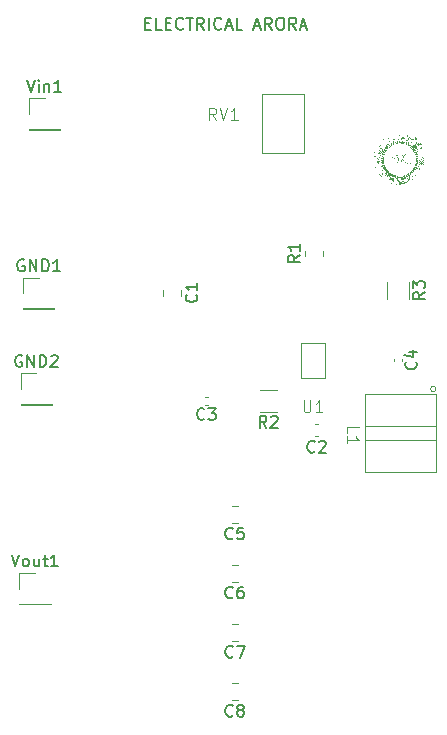
<source format=gbr>
%TF.GenerationSoftware,KiCad,Pcbnew,7.0.8*%
%TF.CreationDate,2023-11-19T04:52:14+05:30*%
%TF.ProjectId,NB679-DKA-BuckConverter,4e423637-392d-4444-9b41-2d4275636b43,rev?*%
%TF.SameCoordinates,Original*%
%TF.FileFunction,Legend,Top*%
%TF.FilePolarity,Positive*%
%FSLAX46Y46*%
G04 Gerber Fmt 4.6, Leading zero omitted, Abs format (unit mm)*
G04 Created by KiCad (PCBNEW 7.0.8) date 2023-11-19 04:52:14*
%MOMM*%
%LPD*%
G01*
G04 APERTURE LIST*
%ADD10C,0.150000*%
%ADD11C,0.100000*%
%ADD12C,0.120000*%
G04 APERTURE END LIST*
D10*
X106436779Y-58446009D02*
X106770112Y-58446009D01*
X106912969Y-58969819D02*
X106436779Y-58969819D01*
X106436779Y-58969819D02*
X106436779Y-57969819D01*
X106436779Y-57969819D02*
X106912969Y-57969819D01*
X107817731Y-58969819D02*
X107341541Y-58969819D01*
X107341541Y-58969819D02*
X107341541Y-57969819D01*
X108151065Y-58446009D02*
X108484398Y-58446009D01*
X108627255Y-58969819D02*
X108151065Y-58969819D01*
X108151065Y-58969819D02*
X108151065Y-57969819D01*
X108151065Y-57969819D02*
X108627255Y-57969819D01*
X109627255Y-58874580D02*
X109579636Y-58922200D01*
X109579636Y-58922200D02*
X109436779Y-58969819D01*
X109436779Y-58969819D02*
X109341541Y-58969819D01*
X109341541Y-58969819D02*
X109198684Y-58922200D01*
X109198684Y-58922200D02*
X109103446Y-58826961D01*
X109103446Y-58826961D02*
X109055827Y-58731723D01*
X109055827Y-58731723D02*
X109008208Y-58541247D01*
X109008208Y-58541247D02*
X109008208Y-58398390D01*
X109008208Y-58398390D02*
X109055827Y-58207914D01*
X109055827Y-58207914D02*
X109103446Y-58112676D01*
X109103446Y-58112676D02*
X109198684Y-58017438D01*
X109198684Y-58017438D02*
X109341541Y-57969819D01*
X109341541Y-57969819D02*
X109436779Y-57969819D01*
X109436779Y-57969819D02*
X109579636Y-58017438D01*
X109579636Y-58017438D02*
X109627255Y-58065057D01*
X109912970Y-57969819D02*
X110484398Y-57969819D01*
X110198684Y-58969819D02*
X110198684Y-57969819D01*
X111389160Y-58969819D02*
X111055827Y-58493628D01*
X110817732Y-58969819D02*
X110817732Y-57969819D01*
X110817732Y-57969819D02*
X111198684Y-57969819D01*
X111198684Y-57969819D02*
X111293922Y-58017438D01*
X111293922Y-58017438D02*
X111341541Y-58065057D01*
X111341541Y-58065057D02*
X111389160Y-58160295D01*
X111389160Y-58160295D02*
X111389160Y-58303152D01*
X111389160Y-58303152D02*
X111341541Y-58398390D01*
X111341541Y-58398390D02*
X111293922Y-58446009D01*
X111293922Y-58446009D02*
X111198684Y-58493628D01*
X111198684Y-58493628D02*
X110817732Y-58493628D01*
X111817732Y-58969819D02*
X111817732Y-57969819D01*
X112865350Y-58874580D02*
X112817731Y-58922200D01*
X112817731Y-58922200D02*
X112674874Y-58969819D01*
X112674874Y-58969819D02*
X112579636Y-58969819D01*
X112579636Y-58969819D02*
X112436779Y-58922200D01*
X112436779Y-58922200D02*
X112341541Y-58826961D01*
X112341541Y-58826961D02*
X112293922Y-58731723D01*
X112293922Y-58731723D02*
X112246303Y-58541247D01*
X112246303Y-58541247D02*
X112246303Y-58398390D01*
X112246303Y-58398390D02*
X112293922Y-58207914D01*
X112293922Y-58207914D02*
X112341541Y-58112676D01*
X112341541Y-58112676D02*
X112436779Y-58017438D01*
X112436779Y-58017438D02*
X112579636Y-57969819D01*
X112579636Y-57969819D02*
X112674874Y-57969819D01*
X112674874Y-57969819D02*
X112817731Y-58017438D01*
X112817731Y-58017438D02*
X112865350Y-58065057D01*
X113246303Y-58684104D02*
X113722493Y-58684104D01*
X113151065Y-58969819D02*
X113484398Y-57969819D01*
X113484398Y-57969819D02*
X113817731Y-58969819D01*
X114627255Y-58969819D02*
X114151065Y-58969819D01*
X114151065Y-58969819D02*
X114151065Y-57969819D01*
X115674875Y-58684104D02*
X116151065Y-58684104D01*
X115579637Y-58969819D02*
X115912970Y-57969819D01*
X115912970Y-57969819D02*
X116246303Y-58969819D01*
X117151065Y-58969819D02*
X116817732Y-58493628D01*
X116579637Y-58969819D02*
X116579637Y-57969819D01*
X116579637Y-57969819D02*
X116960589Y-57969819D01*
X116960589Y-57969819D02*
X117055827Y-58017438D01*
X117055827Y-58017438D02*
X117103446Y-58065057D01*
X117103446Y-58065057D02*
X117151065Y-58160295D01*
X117151065Y-58160295D02*
X117151065Y-58303152D01*
X117151065Y-58303152D02*
X117103446Y-58398390D01*
X117103446Y-58398390D02*
X117055827Y-58446009D01*
X117055827Y-58446009D02*
X116960589Y-58493628D01*
X116960589Y-58493628D02*
X116579637Y-58493628D01*
X117770113Y-57969819D02*
X117960589Y-57969819D01*
X117960589Y-57969819D02*
X118055827Y-58017438D01*
X118055827Y-58017438D02*
X118151065Y-58112676D01*
X118151065Y-58112676D02*
X118198684Y-58303152D01*
X118198684Y-58303152D02*
X118198684Y-58636485D01*
X118198684Y-58636485D02*
X118151065Y-58826961D01*
X118151065Y-58826961D02*
X118055827Y-58922200D01*
X118055827Y-58922200D02*
X117960589Y-58969819D01*
X117960589Y-58969819D02*
X117770113Y-58969819D01*
X117770113Y-58969819D02*
X117674875Y-58922200D01*
X117674875Y-58922200D02*
X117579637Y-58826961D01*
X117579637Y-58826961D02*
X117532018Y-58636485D01*
X117532018Y-58636485D02*
X117532018Y-58303152D01*
X117532018Y-58303152D02*
X117579637Y-58112676D01*
X117579637Y-58112676D02*
X117674875Y-58017438D01*
X117674875Y-58017438D02*
X117770113Y-57969819D01*
X119198684Y-58969819D02*
X118865351Y-58493628D01*
X118627256Y-58969819D02*
X118627256Y-57969819D01*
X118627256Y-57969819D02*
X119008208Y-57969819D01*
X119008208Y-57969819D02*
X119103446Y-58017438D01*
X119103446Y-58017438D02*
X119151065Y-58065057D01*
X119151065Y-58065057D02*
X119198684Y-58160295D01*
X119198684Y-58160295D02*
X119198684Y-58303152D01*
X119198684Y-58303152D02*
X119151065Y-58398390D01*
X119151065Y-58398390D02*
X119103446Y-58446009D01*
X119103446Y-58446009D02*
X119008208Y-58493628D01*
X119008208Y-58493628D02*
X118627256Y-58493628D01*
X119579637Y-58684104D02*
X120055827Y-58684104D01*
X119484399Y-58969819D02*
X119817732Y-57969819D01*
X119817732Y-57969819D02*
X120151065Y-58969819D01*
D11*
X112424761Y-66617419D02*
X112091428Y-66141228D01*
X111853333Y-66617419D02*
X111853333Y-65617419D01*
X111853333Y-65617419D02*
X112234285Y-65617419D01*
X112234285Y-65617419D02*
X112329523Y-65665038D01*
X112329523Y-65665038D02*
X112377142Y-65712657D01*
X112377142Y-65712657D02*
X112424761Y-65807895D01*
X112424761Y-65807895D02*
X112424761Y-65950752D01*
X112424761Y-65950752D02*
X112377142Y-66045990D01*
X112377142Y-66045990D02*
X112329523Y-66093609D01*
X112329523Y-66093609D02*
X112234285Y-66141228D01*
X112234285Y-66141228D02*
X111853333Y-66141228D01*
X112710476Y-65617419D02*
X113043809Y-66617419D01*
X113043809Y-66617419D02*
X113377142Y-65617419D01*
X114234285Y-66617419D02*
X113662857Y-66617419D01*
X113948571Y-66617419D02*
X113948571Y-65617419D01*
X113948571Y-65617419D02*
X113853333Y-65760276D01*
X113853333Y-65760276D02*
X113758095Y-65855514D01*
X113758095Y-65855514D02*
X113662857Y-65903133D01*
X123542580Y-93133333D02*
X123542580Y-92657143D01*
X123542580Y-92657143D02*
X124542580Y-92657143D01*
X123542580Y-93990476D02*
X123542580Y-93419048D01*
X123542580Y-93704762D02*
X124542580Y-93704762D01*
X124542580Y-93704762D02*
X124399723Y-93609524D01*
X124399723Y-93609524D02*
X124304485Y-93514286D01*
X124304485Y-93514286D02*
X124256866Y-93419048D01*
D10*
X120770833Y-94689580D02*
X120723214Y-94737200D01*
X120723214Y-94737200D02*
X120580357Y-94784819D01*
X120580357Y-94784819D02*
X120485119Y-94784819D01*
X120485119Y-94784819D02*
X120342262Y-94737200D01*
X120342262Y-94737200D02*
X120247024Y-94641961D01*
X120247024Y-94641961D02*
X120199405Y-94546723D01*
X120199405Y-94546723D02*
X120151786Y-94356247D01*
X120151786Y-94356247D02*
X120151786Y-94213390D01*
X120151786Y-94213390D02*
X120199405Y-94022914D01*
X120199405Y-94022914D02*
X120247024Y-93927676D01*
X120247024Y-93927676D02*
X120342262Y-93832438D01*
X120342262Y-93832438D02*
X120485119Y-93784819D01*
X120485119Y-93784819D02*
X120580357Y-93784819D01*
X120580357Y-93784819D02*
X120723214Y-93832438D01*
X120723214Y-93832438D02*
X120770833Y-93880057D01*
X121151786Y-93880057D02*
X121199405Y-93832438D01*
X121199405Y-93832438D02*
X121294643Y-93784819D01*
X121294643Y-93784819D02*
X121532738Y-93784819D01*
X121532738Y-93784819D02*
X121627976Y-93832438D01*
X121627976Y-93832438D02*
X121675595Y-93880057D01*
X121675595Y-93880057D02*
X121723214Y-93975295D01*
X121723214Y-93975295D02*
X121723214Y-94070533D01*
X121723214Y-94070533D02*
X121675595Y-94213390D01*
X121675595Y-94213390D02*
X121104167Y-94784819D01*
X121104167Y-94784819D02*
X121723214Y-94784819D01*
X96400000Y-63224819D02*
X96733333Y-64224819D01*
X96733333Y-64224819D02*
X97066666Y-63224819D01*
X97400000Y-64224819D02*
X97400000Y-63558152D01*
X97400000Y-63224819D02*
X97352381Y-63272438D01*
X97352381Y-63272438D02*
X97400000Y-63320057D01*
X97400000Y-63320057D02*
X97447619Y-63272438D01*
X97447619Y-63272438D02*
X97400000Y-63224819D01*
X97400000Y-63224819D02*
X97400000Y-63320057D01*
X97876190Y-63558152D02*
X97876190Y-64224819D01*
X97876190Y-63653390D02*
X97923809Y-63605771D01*
X97923809Y-63605771D02*
X98019047Y-63558152D01*
X98019047Y-63558152D02*
X98161904Y-63558152D01*
X98161904Y-63558152D02*
X98257142Y-63605771D01*
X98257142Y-63605771D02*
X98304761Y-63701009D01*
X98304761Y-63701009D02*
X98304761Y-64224819D01*
X99304761Y-64224819D02*
X98733333Y-64224819D01*
X99019047Y-64224819D02*
X99019047Y-63224819D01*
X99019047Y-63224819D02*
X98923809Y-63367676D01*
X98923809Y-63367676D02*
X98828571Y-63462914D01*
X98828571Y-63462914D02*
X98733333Y-63510533D01*
D11*
X119838095Y-90357419D02*
X119838095Y-91166942D01*
X119838095Y-91166942D02*
X119885714Y-91262180D01*
X119885714Y-91262180D02*
X119933333Y-91309800D01*
X119933333Y-91309800D02*
X120028571Y-91357419D01*
X120028571Y-91357419D02*
X120219047Y-91357419D01*
X120219047Y-91357419D02*
X120314285Y-91309800D01*
X120314285Y-91309800D02*
X120361904Y-91262180D01*
X120361904Y-91262180D02*
X120409523Y-91166942D01*
X120409523Y-91166942D02*
X120409523Y-90357419D01*
X121409523Y-91357419D02*
X120838095Y-91357419D01*
X121123809Y-91357419D02*
X121123809Y-90357419D01*
X121123809Y-90357419D02*
X121028571Y-90500276D01*
X121028571Y-90500276D02*
X120933333Y-90595514D01*
X120933333Y-90595514D02*
X120838095Y-90643133D01*
D10*
X110739580Y-81404166D02*
X110787200Y-81451785D01*
X110787200Y-81451785D02*
X110834819Y-81594642D01*
X110834819Y-81594642D02*
X110834819Y-81689880D01*
X110834819Y-81689880D02*
X110787200Y-81832737D01*
X110787200Y-81832737D02*
X110691961Y-81927975D01*
X110691961Y-81927975D02*
X110596723Y-81975594D01*
X110596723Y-81975594D02*
X110406247Y-82023213D01*
X110406247Y-82023213D02*
X110263390Y-82023213D01*
X110263390Y-82023213D02*
X110072914Y-81975594D01*
X110072914Y-81975594D02*
X109977676Y-81927975D01*
X109977676Y-81927975D02*
X109882438Y-81832737D01*
X109882438Y-81832737D02*
X109834819Y-81689880D01*
X109834819Y-81689880D02*
X109834819Y-81594642D01*
X109834819Y-81594642D02*
X109882438Y-81451785D01*
X109882438Y-81451785D02*
X109930057Y-81404166D01*
X110834819Y-80451785D02*
X110834819Y-81023213D01*
X110834819Y-80737499D02*
X109834819Y-80737499D01*
X109834819Y-80737499D02*
X109977676Y-80832737D01*
X109977676Y-80832737D02*
X110072914Y-80927975D01*
X110072914Y-80927975D02*
X110120533Y-81023213D01*
X96161904Y-78472438D02*
X96066666Y-78424819D01*
X96066666Y-78424819D02*
X95923809Y-78424819D01*
X95923809Y-78424819D02*
X95780952Y-78472438D01*
X95780952Y-78472438D02*
X95685714Y-78567676D01*
X95685714Y-78567676D02*
X95638095Y-78662914D01*
X95638095Y-78662914D02*
X95590476Y-78853390D01*
X95590476Y-78853390D02*
X95590476Y-78996247D01*
X95590476Y-78996247D02*
X95638095Y-79186723D01*
X95638095Y-79186723D02*
X95685714Y-79281961D01*
X95685714Y-79281961D02*
X95780952Y-79377200D01*
X95780952Y-79377200D02*
X95923809Y-79424819D01*
X95923809Y-79424819D02*
X96019047Y-79424819D01*
X96019047Y-79424819D02*
X96161904Y-79377200D01*
X96161904Y-79377200D02*
X96209523Y-79329580D01*
X96209523Y-79329580D02*
X96209523Y-78996247D01*
X96209523Y-78996247D02*
X96019047Y-78996247D01*
X96638095Y-79424819D02*
X96638095Y-78424819D01*
X96638095Y-78424819D02*
X97209523Y-79424819D01*
X97209523Y-79424819D02*
X97209523Y-78424819D01*
X97685714Y-79424819D02*
X97685714Y-78424819D01*
X97685714Y-78424819D02*
X97923809Y-78424819D01*
X97923809Y-78424819D02*
X98066666Y-78472438D01*
X98066666Y-78472438D02*
X98161904Y-78567676D01*
X98161904Y-78567676D02*
X98209523Y-78662914D01*
X98209523Y-78662914D02*
X98257142Y-78853390D01*
X98257142Y-78853390D02*
X98257142Y-78996247D01*
X98257142Y-78996247D02*
X98209523Y-79186723D01*
X98209523Y-79186723D02*
X98161904Y-79281961D01*
X98161904Y-79281961D02*
X98066666Y-79377200D01*
X98066666Y-79377200D02*
X97923809Y-79424819D01*
X97923809Y-79424819D02*
X97685714Y-79424819D01*
X99209523Y-79424819D02*
X98638095Y-79424819D01*
X98923809Y-79424819D02*
X98923809Y-78424819D01*
X98923809Y-78424819D02*
X98828571Y-78567676D01*
X98828571Y-78567676D02*
X98733333Y-78662914D01*
X98733333Y-78662914D02*
X98638095Y-78710533D01*
X116683333Y-92674819D02*
X116350000Y-92198628D01*
X116111905Y-92674819D02*
X116111905Y-91674819D01*
X116111905Y-91674819D02*
X116492857Y-91674819D01*
X116492857Y-91674819D02*
X116588095Y-91722438D01*
X116588095Y-91722438D02*
X116635714Y-91770057D01*
X116635714Y-91770057D02*
X116683333Y-91865295D01*
X116683333Y-91865295D02*
X116683333Y-92008152D01*
X116683333Y-92008152D02*
X116635714Y-92103390D01*
X116635714Y-92103390D02*
X116588095Y-92151009D01*
X116588095Y-92151009D02*
X116492857Y-92198628D01*
X116492857Y-92198628D02*
X116111905Y-92198628D01*
X117064286Y-91770057D02*
X117111905Y-91722438D01*
X117111905Y-91722438D02*
X117207143Y-91674819D01*
X117207143Y-91674819D02*
X117445238Y-91674819D01*
X117445238Y-91674819D02*
X117540476Y-91722438D01*
X117540476Y-91722438D02*
X117588095Y-91770057D01*
X117588095Y-91770057D02*
X117635714Y-91865295D01*
X117635714Y-91865295D02*
X117635714Y-91960533D01*
X117635714Y-91960533D02*
X117588095Y-92103390D01*
X117588095Y-92103390D02*
X117016667Y-92674819D01*
X117016667Y-92674819D02*
X117635714Y-92674819D01*
X130074819Y-81216666D02*
X129598628Y-81549999D01*
X130074819Y-81788094D02*
X129074819Y-81788094D01*
X129074819Y-81788094D02*
X129074819Y-81407142D01*
X129074819Y-81407142D02*
X129122438Y-81311904D01*
X129122438Y-81311904D02*
X129170057Y-81264285D01*
X129170057Y-81264285D02*
X129265295Y-81216666D01*
X129265295Y-81216666D02*
X129408152Y-81216666D01*
X129408152Y-81216666D02*
X129503390Y-81264285D01*
X129503390Y-81264285D02*
X129551009Y-81311904D01*
X129551009Y-81311904D02*
X129598628Y-81407142D01*
X129598628Y-81407142D02*
X129598628Y-81788094D01*
X129074819Y-80883332D02*
X129074819Y-80264285D01*
X129074819Y-80264285D02*
X129455771Y-80597618D01*
X129455771Y-80597618D02*
X129455771Y-80454761D01*
X129455771Y-80454761D02*
X129503390Y-80359523D01*
X129503390Y-80359523D02*
X129551009Y-80311904D01*
X129551009Y-80311904D02*
X129646247Y-80264285D01*
X129646247Y-80264285D02*
X129884342Y-80264285D01*
X129884342Y-80264285D02*
X129979580Y-80311904D01*
X129979580Y-80311904D02*
X130027200Y-80359523D01*
X130027200Y-80359523D02*
X130074819Y-80454761D01*
X130074819Y-80454761D02*
X130074819Y-80740475D01*
X130074819Y-80740475D02*
X130027200Y-80835713D01*
X130027200Y-80835713D02*
X129979580Y-80883332D01*
X113833333Y-112039580D02*
X113785714Y-112087200D01*
X113785714Y-112087200D02*
X113642857Y-112134819D01*
X113642857Y-112134819D02*
X113547619Y-112134819D01*
X113547619Y-112134819D02*
X113404762Y-112087200D01*
X113404762Y-112087200D02*
X113309524Y-111991961D01*
X113309524Y-111991961D02*
X113261905Y-111896723D01*
X113261905Y-111896723D02*
X113214286Y-111706247D01*
X113214286Y-111706247D02*
X113214286Y-111563390D01*
X113214286Y-111563390D02*
X113261905Y-111372914D01*
X113261905Y-111372914D02*
X113309524Y-111277676D01*
X113309524Y-111277676D02*
X113404762Y-111182438D01*
X113404762Y-111182438D02*
X113547619Y-111134819D01*
X113547619Y-111134819D02*
X113642857Y-111134819D01*
X113642857Y-111134819D02*
X113785714Y-111182438D01*
X113785714Y-111182438D02*
X113833333Y-111230057D01*
X114166667Y-111134819D02*
X114833333Y-111134819D01*
X114833333Y-111134819D02*
X114404762Y-112134819D01*
X113833333Y-102039580D02*
X113785714Y-102087200D01*
X113785714Y-102087200D02*
X113642857Y-102134819D01*
X113642857Y-102134819D02*
X113547619Y-102134819D01*
X113547619Y-102134819D02*
X113404762Y-102087200D01*
X113404762Y-102087200D02*
X113309524Y-101991961D01*
X113309524Y-101991961D02*
X113261905Y-101896723D01*
X113261905Y-101896723D02*
X113214286Y-101706247D01*
X113214286Y-101706247D02*
X113214286Y-101563390D01*
X113214286Y-101563390D02*
X113261905Y-101372914D01*
X113261905Y-101372914D02*
X113309524Y-101277676D01*
X113309524Y-101277676D02*
X113404762Y-101182438D01*
X113404762Y-101182438D02*
X113547619Y-101134819D01*
X113547619Y-101134819D02*
X113642857Y-101134819D01*
X113642857Y-101134819D02*
X113785714Y-101182438D01*
X113785714Y-101182438D02*
X113833333Y-101230057D01*
X114738095Y-101134819D02*
X114261905Y-101134819D01*
X114261905Y-101134819D02*
X114214286Y-101611009D01*
X114214286Y-101611009D02*
X114261905Y-101563390D01*
X114261905Y-101563390D02*
X114357143Y-101515771D01*
X114357143Y-101515771D02*
X114595238Y-101515771D01*
X114595238Y-101515771D02*
X114690476Y-101563390D01*
X114690476Y-101563390D02*
X114738095Y-101611009D01*
X114738095Y-101611009D02*
X114785714Y-101706247D01*
X114785714Y-101706247D02*
X114785714Y-101944342D01*
X114785714Y-101944342D02*
X114738095Y-102039580D01*
X114738095Y-102039580D02*
X114690476Y-102087200D01*
X114690476Y-102087200D02*
X114595238Y-102134819D01*
X114595238Y-102134819D02*
X114357143Y-102134819D01*
X114357143Y-102134819D02*
X114261905Y-102087200D01*
X114261905Y-102087200D02*
X114214286Y-102039580D01*
X111433333Y-91919580D02*
X111385714Y-91967200D01*
X111385714Y-91967200D02*
X111242857Y-92014819D01*
X111242857Y-92014819D02*
X111147619Y-92014819D01*
X111147619Y-92014819D02*
X111004762Y-91967200D01*
X111004762Y-91967200D02*
X110909524Y-91871961D01*
X110909524Y-91871961D02*
X110861905Y-91776723D01*
X110861905Y-91776723D02*
X110814286Y-91586247D01*
X110814286Y-91586247D02*
X110814286Y-91443390D01*
X110814286Y-91443390D02*
X110861905Y-91252914D01*
X110861905Y-91252914D02*
X110909524Y-91157676D01*
X110909524Y-91157676D02*
X111004762Y-91062438D01*
X111004762Y-91062438D02*
X111147619Y-91014819D01*
X111147619Y-91014819D02*
X111242857Y-91014819D01*
X111242857Y-91014819D02*
X111385714Y-91062438D01*
X111385714Y-91062438D02*
X111433333Y-91110057D01*
X111766667Y-91014819D02*
X112385714Y-91014819D01*
X112385714Y-91014819D02*
X112052381Y-91395771D01*
X112052381Y-91395771D02*
X112195238Y-91395771D01*
X112195238Y-91395771D02*
X112290476Y-91443390D01*
X112290476Y-91443390D02*
X112338095Y-91491009D01*
X112338095Y-91491009D02*
X112385714Y-91586247D01*
X112385714Y-91586247D02*
X112385714Y-91824342D01*
X112385714Y-91824342D02*
X112338095Y-91919580D01*
X112338095Y-91919580D02*
X112290476Y-91967200D01*
X112290476Y-91967200D02*
X112195238Y-92014819D01*
X112195238Y-92014819D02*
X111909524Y-92014819D01*
X111909524Y-92014819D02*
X111814286Y-91967200D01*
X111814286Y-91967200D02*
X111766667Y-91919580D01*
X95100000Y-103424819D02*
X95433333Y-104424819D01*
X95433333Y-104424819D02*
X95766666Y-103424819D01*
X96242857Y-104424819D02*
X96147619Y-104377200D01*
X96147619Y-104377200D02*
X96100000Y-104329580D01*
X96100000Y-104329580D02*
X96052381Y-104234342D01*
X96052381Y-104234342D02*
X96052381Y-103948628D01*
X96052381Y-103948628D02*
X96100000Y-103853390D01*
X96100000Y-103853390D02*
X96147619Y-103805771D01*
X96147619Y-103805771D02*
X96242857Y-103758152D01*
X96242857Y-103758152D02*
X96385714Y-103758152D01*
X96385714Y-103758152D02*
X96480952Y-103805771D01*
X96480952Y-103805771D02*
X96528571Y-103853390D01*
X96528571Y-103853390D02*
X96576190Y-103948628D01*
X96576190Y-103948628D02*
X96576190Y-104234342D01*
X96576190Y-104234342D02*
X96528571Y-104329580D01*
X96528571Y-104329580D02*
X96480952Y-104377200D01*
X96480952Y-104377200D02*
X96385714Y-104424819D01*
X96385714Y-104424819D02*
X96242857Y-104424819D01*
X97433333Y-103758152D02*
X97433333Y-104424819D01*
X97004762Y-103758152D02*
X97004762Y-104281961D01*
X97004762Y-104281961D02*
X97052381Y-104377200D01*
X97052381Y-104377200D02*
X97147619Y-104424819D01*
X97147619Y-104424819D02*
X97290476Y-104424819D01*
X97290476Y-104424819D02*
X97385714Y-104377200D01*
X97385714Y-104377200D02*
X97433333Y-104329580D01*
X97766667Y-103758152D02*
X98147619Y-103758152D01*
X97909524Y-103424819D02*
X97909524Y-104281961D01*
X97909524Y-104281961D02*
X97957143Y-104377200D01*
X97957143Y-104377200D02*
X98052381Y-104424819D01*
X98052381Y-104424819D02*
X98147619Y-104424819D01*
X99004762Y-104424819D02*
X98433334Y-104424819D01*
X98719048Y-104424819D02*
X98719048Y-103424819D01*
X98719048Y-103424819D02*
X98623810Y-103567676D01*
X98623810Y-103567676D02*
X98528572Y-103662914D01*
X98528572Y-103662914D02*
X98433334Y-103710533D01*
X113833333Y-107039580D02*
X113785714Y-107087200D01*
X113785714Y-107087200D02*
X113642857Y-107134819D01*
X113642857Y-107134819D02*
X113547619Y-107134819D01*
X113547619Y-107134819D02*
X113404762Y-107087200D01*
X113404762Y-107087200D02*
X113309524Y-106991961D01*
X113309524Y-106991961D02*
X113261905Y-106896723D01*
X113261905Y-106896723D02*
X113214286Y-106706247D01*
X113214286Y-106706247D02*
X113214286Y-106563390D01*
X113214286Y-106563390D02*
X113261905Y-106372914D01*
X113261905Y-106372914D02*
X113309524Y-106277676D01*
X113309524Y-106277676D02*
X113404762Y-106182438D01*
X113404762Y-106182438D02*
X113547619Y-106134819D01*
X113547619Y-106134819D02*
X113642857Y-106134819D01*
X113642857Y-106134819D02*
X113785714Y-106182438D01*
X113785714Y-106182438D02*
X113833333Y-106230057D01*
X114690476Y-106134819D02*
X114500000Y-106134819D01*
X114500000Y-106134819D02*
X114404762Y-106182438D01*
X114404762Y-106182438D02*
X114357143Y-106230057D01*
X114357143Y-106230057D02*
X114261905Y-106372914D01*
X114261905Y-106372914D02*
X114214286Y-106563390D01*
X114214286Y-106563390D02*
X114214286Y-106944342D01*
X114214286Y-106944342D02*
X114261905Y-107039580D01*
X114261905Y-107039580D02*
X114309524Y-107087200D01*
X114309524Y-107087200D02*
X114404762Y-107134819D01*
X114404762Y-107134819D02*
X114595238Y-107134819D01*
X114595238Y-107134819D02*
X114690476Y-107087200D01*
X114690476Y-107087200D02*
X114738095Y-107039580D01*
X114738095Y-107039580D02*
X114785714Y-106944342D01*
X114785714Y-106944342D02*
X114785714Y-106706247D01*
X114785714Y-106706247D02*
X114738095Y-106611009D01*
X114738095Y-106611009D02*
X114690476Y-106563390D01*
X114690476Y-106563390D02*
X114595238Y-106515771D01*
X114595238Y-106515771D02*
X114404762Y-106515771D01*
X114404762Y-106515771D02*
X114309524Y-106563390D01*
X114309524Y-106563390D02*
X114261905Y-106611009D01*
X114261905Y-106611009D02*
X114214286Y-106706247D01*
X119504819Y-78066666D02*
X119028628Y-78399999D01*
X119504819Y-78638094D02*
X118504819Y-78638094D01*
X118504819Y-78638094D02*
X118504819Y-78257142D01*
X118504819Y-78257142D02*
X118552438Y-78161904D01*
X118552438Y-78161904D02*
X118600057Y-78114285D01*
X118600057Y-78114285D02*
X118695295Y-78066666D01*
X118695295Y-78066666D02*
X118838152Y-78066666D01*
X118838152Y-78066666D02*
X118933390Y-78114285D01*
X118933390Y-78114285D02*
X118981009Y-78161904D01*
X118981009Y-78161904D02*
X119028628Y-78257142D01*
X119028628Y-78257142D02*
X119028628Y-78638094D01*
X119504819Y-77114285D02*
X119504819Y-77685713D01*
X119504819Y-77399999D02*
X118504819Y-77399999D01*
X118504819Y-77399999D02*
X118647676Y-77495237D01*
X118647676Y-77495237D02*
X118742914Y-77590475D01*
X118742914Y-77590475D02*
X118790533Y-77685713D01*
X129319580Y-87099166D02*
X129367200Y-87146785D01*
X129367200Y-87146785D02*
X129414819Y-87289642D01*
X129414819Y-87289642D02*
X129414819Y-87384880D01*
X129414819Y-87384880D02*
X129367200Y-87527737D01*
X129367200Y-87527737D02*
X129271961Y-87622975D01*
X129271961Y-87622975D02*
X129176723Y-87670594D01*
X129176723Y-87670594D02*
X128986247Y-87718213D01*
X128986247Y-87718213D02*
X128843390Y-87718213D01*
X128843390Y-87718213D02*
X128652914Y-87670594D01*
X128652914Y-87670594D02*
X128557676Y-87622975D01*
X128557676Y-87622975D02*
X128462438Y-87527737D01*
X128462438Y-87527737D02*
X128414819Y-87384880D01*
X128414819Y-87384880D02*
X128414819Y-87289642D01*
X128414819Y-87289642D02*
X128462438Y-87146785D01*
X128462438Y-87146785D02*
X128510057Y-87099166D01*
X128748152Y-86242023D02*
X129414819Y-86242023D01*
X128367200Y-86480118D02*
X129081485Y-86718213D01*
X129081485Y-86718213D02*
X129081485Y-86099166D01*
X95961904Y-86572438D02*
X95866666Y-86524819D01*
X95866666Y-86524819D02*
X95723809Y-86524819D01*
X95723809Y-86524819D02*
X95580952Y-86572438D01*
X95580952Y-86572438D02*
X95485714Y-86667676D01*
X95485714Y-86667676D02*
X95438095Y-86762914D01*
X95438095Y-86762914D02*
X95390476Y-86953390D01*
X95390476Y-86953390D02*
X95390476Y-87096247D01*
X95390476Y-87096247D02*
X95438095Y-87286723D01*
X95438095Y-87286723D02*
X95485714Y-87381961D01*
X95485714Y-87381961D02*
X95580952Y-87477200D01*
X95580952Y-87477200D02*
X95723809Y-87524819D01*
X95723809Y-87524819D02*
X95819047Y-87524819D01*
X95819047Y-87524819D02*
X95961904Y-87477200D01*
X95961904Y-87477200D02*
X96009523Y-87429580D01*
X96009523Y-87429580D02*
X96009523Y-87096247D01*
X96009523Y-87096247D02*
X95819047Y-87096247D01*
X96438095Y-87524819D02*
X96438095Y-86524819D01*
X96438095Y-86524819D02*
X97009523Y-87524819D01*
X97009523Y-87524819D02*
X97009523Y-86524819D01*
X97485714Y-87524819D02*
X97485714Y-86524819D01*
X97485714Y-86524819D02*
X97723809Y-86524819D01*
X97723809Y-86524819D02*
X97866666Y-86572438D01*
X97866666Y-86572438D02*
X97961904Y-86667676D01*
X97961904Y-86667676D02*
X98009523Y-86762914D01*
X98009523Y-86762914D02*
X98057142Y-86953390D01*
X98057142Y-86953390D02*
X98057142Y-87096247D01*
X98057142Y-87096247D02*
X98009523Y-87286723D01*
X98009523Y-87286723D02*
X97961904Y-87381961D01*
X97961904Y-87381961D02*
X97866666Y-87477200D01*
X97866666Y-87477200D02*
X97723809Y-87524819D01*
X97723809Y-87524819D02*
X97485714Y-87524819D01*
X98438095Y-86620057D02*
X98485714Y-86572438D01*
X98485714Y-86572438D02*
X98580952Y-86524819D01*
X98580952Y-86524819D02*
X98819047Y-86524819D01*
X98819047Y-86524819D02*
X98914285Y-86572438D01*
X98914285Y-86572438D02*
X98961904Y-86620057D01*
X98961904Y-86620057D02*
X99009523Y-86715295D01*
X99009523Y-86715295D02*
X99009523Y-86810533D01*
X99009523Y-86810533D02*
X98961904Y-86953390D01*
X98961904Y-86953390D02*
X98390476Y-87524819D01*
X98390476Y-87524819D02*
X99009523Y-87524819D01*
X113833333Y-117039580D02*
X113785714Y-117087200D01*
X113785714Y-117087200D02*
X113642857Y-117134819D01*
X113642857Y-117134819D02*
X113547619Y-117134819D01*
X113547619Y-117134819D02*
X113404762Y-117087200D01*
X113404762Y-117087200D02*
X113309524Y-116991961D01*
X113309524Y-116991961D02*
X113261905Y-116896723D01*
X113261905Y-116896723D02*
X113214286Y-116706247D01*
X113214286Y-116706247D02*
X113214286Y-116563390D01*
X113214286Y-116563390D02*
X113261905Y-116372914D01*
X113261905Y-116372914D02*
X113309524Y-116277676D01*
X113309524Y-116277676D02*
X113404762Y-116182438D01*
X113404762Y-116182438D02*
X113547619Y-116134819D01*
X113547619Y-116134819D02*
X113642857Y-116134819D01*
X113642857Y-116134819D02*
X113785714Y-116182438D01*
X113785714Y-116182438D02*
X113833333Y-116230057D01*
X114404762Y-116563390D02*
X114309524Y-116515771D01*
X114309524Y-116515771D02*
X114261905Y-116468152D01*
X114261905Y-116468152D02*
X114214286Y-116372914D01*
X114214286Y-116372914D02*
X114214286Y-116325295D01*
X114214286Y-116325295D02*
X114261905Y-116230057D01*
X114261905Y-116230057D02*
X114309524Y-116182438D01*
X114309524Y-116182438D02*
X114404762Y-116134819D01*
X114404762Y-116134819D02*
X114595238Y-116134819D01*
X114595238Y-116134819D02*
X114690476Y-116182438D01*
X114690476Y-116182438D02*
X114738095Y-116230057D01*
X114738095Y-116230057D02*
X114785714Y-116325295D01*
X114785714Y-116325295D02*
X114785714Y-116372914D01*
X114785714Y-116372914D02*
X114738095Y-116468152D01*
X114738095Y-116468152D02*
X114690476Y-116515771D01*
X114690476Y-116515771D02*
X114595238Y-116563390D01*
X114595238Y-116563390D02*
X114404762Y-116563390D01*
X114404762Y-116563390D02*
X114309524Y-116611009D01*
X114309524Y-116611009D02*
X114261905Y-116658628D01*
X114261905Y-116658628D02*
X114214286Y-116753866D01*
X114214286Y-116753866D02*
X114214286Y-116944342D01*
X114214286Y-116944342D02*
X114261905Y-117039580D01*
X114261905Y-117039580D02*
X114309524Y-117087200D01*
X114309524Y-117087200D02*
X114404762Y-117134819D01*
X114404762Y-117134819D02*
X114595238Y-117134819D01*
X114595238Y-117134819D02*
X114690476Y-117087200D01*
X114690476Y-117087200D02*
X114738095Y-117039580D01*
X114738095Y-117039580D02*
X114785714Y-116944342D01*
X114785714Y-116944342D02*
X114785714Y-116753866D01*
X114785714Y-116753866D02*
X114738095Y-116658628D01*
X114738095Y-116658628D02*
X114690476Y-116611009D01*
X114690476Y-116611009D02*
X114595238Y-116563390D01*
D11*
%TO.C,RV1*%
X116300000Y-64400000D02*
X119900000Y-64400000D01*
X119900000Y-64400000D02*
X119900000Y-69400000D01*
X119900000Y-69400000D02*
X116300000Y-69400000D01*
X116300000Y-69400000D02*
X116300000Y-64400000D01*
%TO.C,L1*%
X131000000Y-92500000D02*
X125000000Y-92500000D01*
X131000000Y-93700000D02*
X125000000Y-93700000D01*
X131000000Y-89800000D02*
X125000000Y-89800000D01*
X125000000Y-89800000D02*
X125000000Y-96400000D01*
X125000000Y-96400000D02*
X131000000Y-96400000D01*
X131000000Y-96400000D02*
X131000000Y-89800000D01*
X131023607Y-89400000D02*
G75*
G03*
X131023607Y-89400000I-223607J0D01*
G01*
D12*
%TO.C,C2*%
X121083767Y-93410000D02*
X120791233Y-93410000D01*
X121083767Y-92390000D02*
X120791233Y-92390000D01*
%TO.C,Vin1*%
X96570000Y-64770000D02*
X97900000Y-64770000D01*
X96570000Y-66100000D02*
X96570000Y-64770000D01*
X96570000Y-67370000D02*
X96570000Y-67430000D01*
X96570000Y-67370000D02*
X99230000Y-67370000D01*
X96570000Y-67430000D02*
X99230000Y-67430000D01*
X99230000Y-67370000D02*
X99230000Y-67430000D01*
D11*
%TO.C,U1*%
X119600000Y-85500000D02*
X121600000Y-85500000D01*
X121600000Y-85500000D02*
X121600000Y-88500000D01*
X121600000Y-88500000D02*
X119600000Y-88500000D01*
X119600000Y-88500000D02*
X119600000Y-85500000D01*
D12*
%TO.C,C1*%
X109435000Y-80976248D02*
X109435000Y-81498752D01*
X107965000Y-80976248D02*
X107965000Y-81498752D01*
%TO.C,GND1*%
X96070000Y-79970000D02*
X97400000Y-79970000D01*
X96070000Y-81300000D02*
X96070000Y-79970000D01*
X96070000Y-82570000D02*
X96070000Y-82630000D01*
X96070000Y-82570000D02*
X98730000Y-82570000D01*
X96070000Y-82630000D02*
X98730000Y-82630000D01*
X98730000Y-82570000D02*
X98730000Y-82630000D01*
%TO.C,R2*%
X117577064Y-91310000D02*
X116122936Y-91310000D01*
X117577064Y-89490000D02*
X116122936Y-89490000D01*
%TO.C,R3*%
X128710000Y-80322936D02*
X128710000Y-81777064D01*
X126890000Y-80322936D02*
X126890000Y-81777064D01*
%TO.C,C7*%
X114261252Y-110735000D02*
X113738748Y-110735000D01*
X114261252Y-109265000D02*
X113738748Y-109265000D01*
%TO.C,C5*%
X114261252Y-100735000D02*
X113738748Y-100735000D01*
X114261252Y-99265000D02*
X113738748Y-99265000D01*
%TO.C,G\u002A\u002A\u002A*%
G36*
X126158333Y-71029166D02*
G01*
X126154166Y-71033333D01*
X126150000Y-71029166D01*
X126154166Y-71025000D01*
X126158333Y-71029166D01*
G37*
G36*
X126158333Y-71062500D02*
G01*
X126154166Y-71066666D01*
X126150000Y-71062500D01*
X126154166Y-71058333D01*
X126158333Y-71062500D01*
G37*
G36*
X126216666Y-71037500D02*
G01*
X126212500Y-71041666D01*
X126208333Y-71037500D01*
X126212500Y-71033333D01*
X126216666Y-71037500D01*
G37*
G36*
X126458333Y-70170833D02*
G01*
X126454166Y-70175000D01*
X126450000Y-70170833D01*
X126454166Y-70166666D01*
X126458333Y-70170833D01*
G37*
G36*
X126483333Y-70704166D02*
G01*
X126479166Y-70708333D01*
X126475000Y-70704166D01*
X126479166Y-70700000D01*
X126483333Y-70704166D01*
G37*
G36*
X126500000Y-70687500D02*
G01*
X126495833Y-70691666D01*
X126491666Y-70687500D01*
X126495833Y-70683333D01*
X126500000Y-70687500D01*
G37*
G36*
X126516666Y-70162500D02*
G01*
X126512500Y-70166666D01*
X126508333Y-70162500D01*
X126512500Y-70158333D01*
X126516666Y-70162500D01*
G37*
G36*
X126541666Y-70162500D02*
G01*
X126537500Y-70166666D01*
X126533333Y-70162500D01*
X126537500Y-70158333D01*
X126541666Y-70162500D01*
G37*
G36*
X126558333Y-70170833D02*
G01*
X126554166Y-70175000D01*
X126550000Y-70170833D01*
X126554166Y-70166666D01*
X126558333Y-70170833D01*
G37*
G36*
X126666666Y-69254166D02*
G01*
X126662500Y-69258333D01*
X126658333Y-69254166D01*
X126662500Y-69250000D01*
X126666666Y-69254166D01*
G37*
G36*
X126675000Y-70695833D02*
G01*
X126670833Y-70700000D01*
X126666666Y-70695833D01*
X126670833Y-70691666D01*
X126675000Y-70695833D01*
G37*
G36*
X126700000Y-70679166D02*
G01*
X126695833Y-70683333D01*
X126691666Y-70679166D01*
X126695833Y-70675000D01*
X126700000Y-70679166D01*
G37*
G36*
X126725000Y-70679166D02*
G01*
X126720833Y-70683333D01*
X126716666Y-70679166D01*
X126720833Y-70675000D01*
X126725000Y-70679166D01*
G37*
G36*
X126791666Y-70837500D02*
G01*
X126787500Y-70841666D01*
X126783333Y-70837500D01*
X126787500Y-70833333D01*
X126791666Y-70837500D01*
G37*
G36*
X126816666Y-70829166D02*
G01*
X126812500Y-70833333D01*
X126808333Y-70829166D01*
X126812500Y-70825000D01*
X126816666Y-70829166D01*
G37*
G36*
X126991666Y-68229166D02*
G01*
X126987500Y-68233333D01*
X126983333Y-68229166D01*
X126987500Y-68225000D01*
X126991666Y-68229166D01*
G37*
G36*
X127025000Y-68262500D02*
G01*
X127020833Y-68266666D01*
X127016666Y-68262500D01*
X127020833Y-68258333D01*
X127025000Y-68262500D01*
G37*
G36*
X127133333Y-68379166D02*
G01*
X127129166Y-68383333D01*
X127125000Y-68379166D01*
X127129166Y-68375000D01*
X127133333Y-68379166D01*
G37*
G36*
X127133333Y-68404166D02*
G01*
X127129166Y-68408333D01*
X127125000Y-68404166D01*
X127129166Y-68400000D01*
X127133333Y-68404166D01*
G37*
G36*
X127166666Y-68404166D02*
G01*
X127162500Y-68408333D01*
X127158333Y-68404166D01*
X127162500Y-68400000D01*
X127166666Y-68404166D01*
G37*
G36*
X127200000Y-68329166D02*
G01*
X127195833Y-68333333D01*
X127191666Y-68329166D01*
X127195833Y-68325000D01*
X127200000Y-68329166D01*
G37*
G36*
X127408333Y-68370833D02*
G01*
X127404166Y-68375000D01*
X127400000Y-68370833D01*
X127404166Y-68366666D01*
X127408333Y-68370833D01*
G37*
G36*
X127500000Y-68387500D02*
G01*
X127495833Y-68391666D01*
X127491666Y-68387500D01*
X127495833Y-68383333D01*
X127500000Y-68387500D01*
G37*
G36*
X127533333Y-68587500D02*
G01*
X127529166Y-68591666D01*
X127525000Y-68587500D01*
X127529166Y-68583333D01*
X127533333Y-68587500D01*
G37*
G36*
X127583333Y-68395833D02*
G01*
X127579166Y-68400000D01*
X127575000Y-68395833D01*
X127579166Y-68391666D01*
X127583333Y-68395833D01*
G37*
G36*
X127625000Y-68337500D02*
G01*
X127620833Y-68341666D01*
X127616666Y-68337500D01*
X127620833Y-68333333D01*
X127625000Y-68337500D01*
G37*
G36*
X127641666Y-68320833D02*
G01*
X127637500Y-68325000D01*
X127633333Y-68320833D01*
X127637500Y-68316666D01*
X127641666Y-68320833D01*
G37*
G36*
X127716666Y-68420833D02*
G01*
X127712500Y-68425000D01*
X127708333Y-68420833D01*
X127712500Y-68416666D01*
X127716666Y-68420833D01*
G37*
G36*
X127741666Y-68404166D02*
G01*
X127737500Y-68408333D01*
X127733333Y-68404166D01*
X127737500Y-68400000D01*
X127741666Y-68404166D01*
G37*
G36*
X127758333Y-68079166D02*
G01*
X127754166Y-68083333D01*
X127750000Y-68079166D01*
X127754166Y-68075000D01*
X127758333Y-68079166D01*
G37*
G36*
X127833333Y-68254166D02*
G01*
X127829166Y-68258333D01*
X127825000Y-68254166D01*
X127829166Y-68250000D01*
X127833333Y-68254166D01*
G37*
G36*
X127891666Y-68054166D02*
G01*
X127887500Y-68058333D01*
X127883333Y-68054166D01*
X127887500Y-68050000D01*
X127891666Y-68054166D01*
G37*
G36*
X127941666Y-67970833D02*
G01*
X127937500Y-67975000D01*
X127933333Y-67970833D01*
X127937500Y-67966666D01*
X127941666Y-67970833D01*
G37*
G36*
X128066666Y-71437500D02*
G01*
X128062500Y-71441666D01*
X128058333Y-71437500D01*
X128062500Y-71433333D01*
X128066666Y-71437500D01*
G37*
G36*
X128083333Y-71429166D02*
G01*
X128079166Y-71433333D01*
X128075000Y-71429166D01*
X128079166Y-71425000D01*
X128083333Y-71429166D01*
G37*
G36*
X128083333Y-71470833D02*
G01*
X128079166Y-71475000D01*
X128075000Y-71470833D01*
X128079166Y-71466666D01*
X128083333Y-71470833D01*
G37*
G36*
X128433333Y-68579166D02*
G01*
X128429166Y-68583333D01*
X128425000Y-68579166D01*
X128429166Y-68575000D01*
X128433333Y-68579166D01*
G37*
G36*
X128450000Y-71454166D02*
G01*
X128445833Y-71458333D01*
X128441666Y-71454166D01*
X128445833Y-71450000D01*
X128450000Y-71454166D01*
G37*
G36*
X128616666Y-69504166D02*
G01*
X128612500Y-69508333D01*
X128608333Y-69504166D01*
X128612500Y-69500000D01*
X128616666Y-69504166D01*
G37*
G36*
X128800000Y-71262500D02*
G01*
X128795833Y-71266666D01*
X128791666Y-71262500D01*
X128795833Y-71258333D01*
X128800000Y-71262500D01*
G37*
G36*
X128808333Y-68687500D02*
G01*
X128804166Y-68691666D01*
X128800000Y-68687500D01*
X128804166Y-68683333D01*
X128808333Y-68687500D01*
G37*
G36*
X128866666Y-71495833D02*
G01*
X128862500Y-71500000D01*
X128858333Y-71495833D01*
X128862500Y-71491666D01*
X128866666Y-71495833D01*
G37*
G36*
X128875000Y-71587500D02*
G01*
X128870833Y-71591666D01*
X128866666Y-71587500D01*
X128870833Y-71583333D01*
X128875000Y-71587500D01*
G37*
G36*
X128925000Y-68387500D02*
G01*
X128920833Y-68391666D01*
X128916666Y-68387500D01*
X128920833Y-68383333D01*
X128925000Y-68387500D01*
G37*
G36*
X129000000Y-68262500D02*
G01*
X128995833Y-68266666D01*
X128991666Y-68262500D01*
X128995833Y-68258333D01*
X129000000Y-68262500D01*
G37*
G36*
X129000000Y-68412500D02*
G01*
X128995833Y-68416666D01*
X128991666Y-68412500D01*
X128995833Y-68408333D01*
X129000000Y-68412500D01*
G37*
G36*
X129133333Y-70837500D02*
G01*
X129129166Y-70841666D01*
X129125000Y-70837500D01*
X129129166Y-70833333D01*
X129133333Y-70837500D01*
G37*
G36*
X129158333Y-68354166D02*
G01*
X129154166Y-68358333D01*
X129150000Y-68354166D01*
X129154166Y-68350000D01*
X129158333Y-68354166D01*
G37*
G36*
X129316666Y-69254166D02*
G01*
X129312500Y-69258333D01*
X129308333Y-69254166D01*
X129312500Y-69250000D01*
X129316666Y-69254166D01*
G37*
G36*
X129325000Y-71279166D02*
G01*
X129320833Y-71283333D01*
X129316666Y-71279166D01*
X129320833Y-71275000D01*
X129325000Y-71279166D01*
G37*
G36*
X129358333Y-71304166D02*
G01*
X129354166Y-71308333D01*
X129350000Y-71304166D01*
X129354166Y-71300000D01*
X129358333Y-71304166D01*
G37*
G36*
X129450000Y-70162500D02*
G01*
X129445833Y-70166666D01*
X129441666Y-70162500D01*
X129445833Y-70158333D01*
X129450000Y-70162500D01*
G37*
G36*
X129508333Y-69629166D02*
G01*
X129504166Y-69633333D01*
X129500000Y-69629166D01*
X129504166Y-69625000D01*
X129508333Y-69629166D01*
G37*
G36*
X129875000Y-70812500D02*
G01*
X129870833Y-70816666D01*
X129866666Y-70812500D01*
X129870833Y-70808333D01*
X129875000Y-70812500D01*
G37*
G36*
X126014409Y-70869965D02*
G01*
X126011924Y-70873752D01*
X126003472Y-70874342D01*
X125994580Y-70872306D01*
X125998437Y-70869307D01*
X126011461Y-70868313D01*
X126014409Y-70869965D01*
G37*
G36*
X126072222Y-70819444D02*
G01*
X126073219Y-70829334D01*
X126072222Y-70830555D01*
X126067268Y-70829411D01*
X126066666Y-70825000D01*
X126069715Y-70818140D01*
X126072222Y-70819444D01*
G37*
G36*
X126189409Y-69894965D02*
G01*
X126186924Y-69898752D01*
X126178472Y-69899342D01*
X126169580Y-69897306D01*
X126173437Y-69894307D01*
X126186461Y-69893313D01*
X126189409Y-69894965D01*
G37*
G36*
X126197222Y-71069444D02*
G01*
X126196078Y-71074398D01*
X126191666Y-71075000D01*
X126184807Y-71071950D01*
X126186111Y-71069444D01*
X126196000Y-71068447D01*
X126197222Y-71069444D01*
G37*
G36*
X126231076Y-69878298D02*
G01*
X126228591Y-69882086D01*
X126220138Y-69882675D01*
X126211246Y-69880640D01*
X126215104Y-69877640D01*
X126228128Y-69876647D01*
X126231076Y-69878298D01*
G37*
G36*
X126288888Y-70477777D02*
G01*
X126287744Y-70482731D01*
X126283333Y-70483333D01*
X126276474Y-70480284D01*
X126277777Y-70477777D01*
X126287667Y-70476780D01*
X126288888Y-70477777D01*
G37*
G36*
X126438888Y-70444444D02*
G01*
X126437744Y-70449398D01*
X126433333Y-70450000D01*
X126426474Y-70446950D01*
X126427777Y-70444444D01*
X126437667Y-70443447D01*
X126438888Y-70444444D01*
G37*
G36*
X126630692Y-68923437D02*
G01*
X126631686Y-68936461D01*
X126630034Y-68939409D01*
X126626247Y-68936924D01*
X126625657Y-68928472D01*
X126627693Y-68919580D01*
X126630692Y-68923437D01*
G37*
G36*
X126639025Y-68956770D02*
G01*
X126640019Y-68969794D01*
X126638368Y-68972743D01*
X126634580Y-68970257D01*
X126633991Y-68961805D01*
X126636026Y-68952913D01*
X126639025Y-68956770D01*
G37*
G36*
X126855555Y-71019444D02*
G01*
X126856552Y-71029334D01*
X126855555Y-71030555D01*
X126850601Y-71029411D01*
X126850000Y-71025000D01*
X126853049Y-71018140D01*
X126855555Y-71019444D01*
G37*
G36*
X126897222Y-68961111D02*
G01*
X126896078Y-68966065D01*
X126891666Y-68966666D01*
X126884807Y-68963617D01*
X126886111Y-68961111D01*
X126896000Y-68960113D01*
X126897222Y-68961111D01*
G37*
G36*
X127138888Y-68344444D02*
G01*
X127139886Y-68354334D01*
X127138888Y-68355555D01*
X127133934Y-68354411D01*
X127133333Y-68350000D01*
X127136382Y-68343140D01*
X127138888Y-68344444D01*
G37*
G36*
X127213888Y-68286111D02*
G01*
X127212744Y-68291065D01*
X127208333Y-68291666D01*
X127201474Y-68288617D01*
X127202777Y-68286111D01*
X127212667Y-68285113D01*
X127213888Y-68286111D01*
G37*
G36*
X127222222Y-68436111D02*
G01*
X127221078Y-68441065D01*
X127216666Y-68441666D01*
X127209807Y-68438617D01*
X127211111Y-68436111D01*
X127221000Y-68435113D01*
X127222222Y-68436111D01*
G37*
G36*
X127230555Y-68752777D02*
G01*
X127229411Y-68757731D01*
X127225000Y-68758333D01*
X127218140Y-68755284D01*
X127219444Y-68752777D01*
X127229334Y-68751780D01*
X127230555Y-68752777D01*
G37*
G36*
X127247743Y-68461631D02*
G01*
X127245257Y-68465419D01*
X127236805Y-68466008D01*
X127227913Y-68463973D01*
X127231770Y-68460974D01*
X127244794Y-68459980D01*
X127247743Y-68461631D01*
G37*
G36*
X127297222Y-68286111D02*
G01*
X127298219Y-68296000D01*
X127297222Y-68297222D01*
X127292268Y-68296078D01*
X127291666Y-68291666D01*
X127294715Y-68284807D01*
X127297222Y-68286111D01*
G37*
G36*
X127313888Y-68361111D02*
G01*
X127312744Y-68366065D01*
X127308333Y-68366666D01*
X127301474Y-68363617D01*
X127302777Y-68361111D01*
X127312667Y-68360113D01*
X127313888Y-68361111D01*
G37*
G36*
X127405555Y-68394444D02*
G01*
X127406552Y-68404334D01*
X127405555Y-68405555D01*
X127400601Y-68404411D01*
X127400000Y-68400000D01*
X127403049Y-68393140D01*
X127405555Y-68394444D01*
G37*
G36*
X127422222Y-68444444D02*
G01*
X127421078Y-68449398D01*
X127416666Y-68450000D01*
X127409807Y-68446950D01*
X127411111Y-68444444D01*
X127421000Y-68443447D01*
X127422222Y-68444444D01*
G37*
G36*
X127472185Y-70172916D02*
G01*
X127473286Y-70189977D01*
X127472185Y-70193750D01*
X127469144Y-70194796D01*
X127467982Y-70183333D01*
X127469292Y-70171503D01*
X127472185Y-70172916D01*
G37*
G36*
X127522222Y-71394444D02*
G01*
X127523219Y-71404334D01*
X127522222Y-71405555D01*
X127517268Y-71404411D01*
X127516666Y-71400000D01*
X127519715Y-71393140D01*
X127522222Y-71394444D01*
G37*
G36*
X127538888Y-68602777D02*
G01*
X127537744Y-68607731D01*
X127533333Y-68608333D01*
X127526474Y-68605284D01*
X127527777Y-68602777D01*
X127537667Y-68601780D01*
X127538888Y-68602777D01*
G37*
G36*
X127605555Y-71711111D02*
G01*
X127604411Y-71716065D01*
X127600000Y-71716666D01*
X127593140Y-71713617D01*
X127594444Y-71711111D01*
X127604334Y-71710113D01*
X127605555Y-71711111D01*
G37*
G36*
X127630555Y-68269444D02*
G01*
X127629411Y-68274398D01*
X127625000Y-68275000D01*
X127618140Y-68271950D01*
X127619444Y-68269444D01*
X127629334Y-68268447D01*
X127630555Y-68269444D01*
G37*
G36*
X127672222Y-68294444D02*
G01*
X127671078Y-68299398D01*
X127666666Y-68300000D01*
X127659807Y-68296950D01*
X127661111Y-68294444D01*
X127671000Y-68293447D01*
X127672222Y-68294444D01*
G37*
G36*
X127697222Y-68494444D02*
G01*
X127698219Y-68504334D01*
X127697222Y-68505555D01*
X127692268Y-68504411D01*
X127691666Y-68500000D01*
X127694715Y-68493140D01*
X127697222Y-68494444D01*
G37*
G36*
X127697222Y-71477777D02*
G01*
X127698219Y-71487667D01*
X127697222Y-71488888D01*
X127692268Y-71487744D01*
X127691666Y-71483333D01*
X127694715Y-71476474D01*
X127697222Y-71477777D01*
G37*
G36*
X127772222Y-68144444D02*
G01*
X127771078Y-68149398D01*
X127766666Y-68150000D01*
X127759807Y-68146950D01*
X127761111Y-68144444D01*
X127771000Y-68143447D01*
X127772222Y-68144444D01*
G37*
G36*
X127797222Y-67861111D02*
G01*
X127798219Y-67871000D01*
X127797222Y-67872222D01*
X127792268Y-67871078D01*
X127791666Y-67866666D01*
X127794715Y-67859807D01*
X127797222Y-67861111D01*
G37*
G36*
X127813888Y-67777777D02*
G01*
X127812744Y-67782731D01*
X127808333Y-67783333D01*
X127801474Y-67780284D01*
X127802777Y-67777777D01*
X127812667Y-67776780D01*
X127813888Y-67777777D01*
G37*
G36*
X127822222Y-68394444D02*
G01*
X127821078Y-68399398D01*
X127816666Y-68400000D01*
X127809807Y-68396950D01*
X127811111Y-68394444D01*
X127821000Y-68393447D01*
X127822222Y-68394444D01*
G37*
G36*
X127863888Y-68394444D02*
G01*
X127864886Y-68404334D01*
X127863888Y-68405555D01*
X127858934Y-68404411D01*
X127858333Y-68400000D01*
X127861382Y-68393140D01*
X127863888Y-68394444D01*
G37*
G36*
X127938888Y-68102777D02*
G01*
X127939886Y-68112667D01*
X127938888Y-68113888D01*
X127933934Y-68112744D01*
X127933333Y-68108333D01*
X127936382Y-68101474D01*
X127938888Y-68102777D01*
G37*
G36*
X127955555Y-68061111D02*
G01*
X127954411Y-68066065D01*
X127950000Y-68066666D01*
X127943140Y-68063617D01*
X127944444Y-68061111D01*
X127954334Y-68060113D01*
X127955555Y-68061111D01*
G37*
G36*
X128255555Y-69986111D02*
G01*
X128254411Y-69991065D01*
X128250000Y-69991666D01*
X128243140Y-69988617D01*
X128244444Y-69986111D01*
X128254334Y-69985113D01*
X128255555Y-69986111D01*
G37*
G36*
X128422222Y-68602777D02*
G01*
X128423219Y-68612667D01*
X128422222Y-68613888D01*
X128417268Y-68612744D01*
X128416666Y-68608333D01*
X128419715Y-68601474D01*
X128422222Y-68602777D01*
G37*
G36*
X128585416Y-69502814D02*
G01*
X128586463Y-69505855D01*
X128575000Y-69507017D01*
X128563169Y-69505707D01*
X128564583Y-69502814D01*
X128581644Y-69501713D01*
X128585416Y-69502814D01*
G37*
G36*
X128605555Y-71269444D02*
G01*
X128606552Y-71279334D01*
X128605555Y-71280555D01*
X128600601Y-71279411D01*
X128600000Y-71275000D01*
X128603049Y-71268140D01*
X128605555Y-71269444D01*
G37*
G36*
X128660416Y-69502814D02*
G01*
X128661463Y-69505855D01*
X128650000Y-69507017D01*
X128638169Y-69505707D01*
X128639583Y-69502814D01*
X128656644Y-69501713D01*
X128660416Y-69502814D01*
G37*
G36*
X128738888Y-68752777D02*
G01*
X128739886Y-68762667D01*
X128738888Y-68763888D01*
X128733934Y-68762744D01*
X128733333Y-68758333D01*
X128736382Y-68751474D01*
X128738888Y-68752777D01*
G37*
G36*
X128772222Y-68394444D02*
G01*
X128773219Y-68404334D01*
X128772222Y-68405555D01*
X128767268Y-68404411D01*
X128766666Y-68400000D01*
X128769715Y-68393140D01*
X128772222Y-68394444D01*
G37*
G36*
X128788888Y-68677777D02*
G01*
X128789886Y-68687667D01*
X128788888Y-68688888D01*
X128783934Y-68687744D01*
X128783333Y-68683333D01*
X128786382Y-68676474D01*
X128788888Y-68677777D01*
G37*
G36*
X128888888Y-71411111D02*
G01*
X128889886Y-71421000D01*
X128888888Y-71422222D01*
X128883934Y-71421078D01*
X128883333Y-71416666D01*
X128886382Y-71409807D01*
X128888888Y-71411111D01*
G37*
G36*
X128997222Y-68336111D02*
G01*
X128998219Y-68346000D01*
X128997222Y-68347222D01*
X128992268Y-68346078D01*
X128991666Y-68341666D01*
X128994715Y-68334807D01*
X128997222Y-68336111D01*
G37*
G36*
X129005555Y-71619444D02*
G01*
X129006552Y-71629334D01*
X129005555Y-71630555D01*
X129000601Y-71629411D01*
X129000000Y-71625000D01*
X129003049Y-71618140D01*
X129005555Y-71619444D01*
G37*
G36*
X129035416Y-70977814D02*
G01*
X129036463Y-70980855D01*
X129025000Y-70982017D01*
X129013169Y-70980707D01*
X129014583Y-70977814D01*
X129031644Y-70976713D01*
X129035416Y-70977814D01*
G37*
G36*
X129064409Y-71578298D02*
G01*
X129061924Y-71582086D01*
X129053472Y-71582675D01*
X129044580Y-71580640D01*
X129048437Y-71577640D01*
X129061461Y-71576647D01*
X129064409Y-71578298D01*
G37*
G36*
X129080555Y-68319444D02*
G01*
X129079411Y-68324398D01*
X129075000Y-68325000D01*
X129068140Y-68321950D01*
X129069444Y-68319444D01*
X129079334Y-68318447D01*
X129080555Y-68319444D01*
G37*
G36*
X129088888Y-68277777D02*
G01*
X129087744Y-68282731D01*
X129083333Y-68283333D01*
X129076474Y-68280284D01*
X129077777Y-68277777D01*
X129087667Y-68276780D01*
X129088888Y-68277777D01*
G37*
G36*
X129088888Y-68936111D02*
G01*
X129087744Y-68941065D01*
X129083333Y-68941666D01*
X129076474Y-68938617D01*
X129077777Y-68936111D01*
X129087667Y-68935113D01*
X129088888Y-68936111D01*
G37*
G36*
X129155555Y-68761111D02*
G01*
X129154411Y-68766065D01*
X129150000Y-68766666D01*
X129143140Y-68763617D01*
X129144444Y-68761111D01*
X129154334Y-68760113D01*
X129155555Y-68761111D01*
G37*
G36*
X129206076Y-69094965D02*
G01*
X129203591Y-69098752D01*
X129195138Y-69099342D01*
X129186246Y-69097306D01*
X129190104Y-69094307D01*
X129203128Y-69093313D01*
X129206076Y-69094965D01*
G37*
G36*
X129213888Y-70869444D02*
G01*
X129214886Y-70879334D01*
X129213888Y-70880555D01*
X129208934Y-70879411D01*
X129208333Y-70875000D01*
X129211382Y-70868140D01*
X129213888Y-70869444D01*
G37*
G36*
X129222222Y-69069444D02*
G01*
X129223219Y-69079334D01*
X129222222Y-69080555D01*
X129217268Y-69079411D01*
X129216666Y-69075000D01*
X129219715Y-69068140D01*
X129222222Y-69069444D01*
G37*
G36*
X129313888Y-71319444D02*
G01*
X129312744Y-71324398D01*
X129308333Y-71325000D01*
X129301474Y-71321950D01*
X129302777Y-71319444D01*
X129312667Y-71318447D01*
X129313888Y-71319444D01*
G37*
G36*
X129322222Y-68436111D02*
G01*
X129323219Y-68446000D01*
X129322222Y-68447222D01*
X129317268Y-68446078D01*
X129316666Y-68441666D01*
X129319715Y-68434807D01*
X129322222Y-68436111D01*
G37*
G36*
X129347222Y-71261111D02*
G01*
X129346078Y-71266065D01*
X129341666Y-71266666D01*
X129334807Y-71263617D01*
X129336111Y-71261111D01*
X129346000Y-71260113D01*
X129347222Y-71261111D01*
G37*
G36*
X129372222Y-71344444D02*
G01*
X129371078Y-71349398D01*
X129366666Y-71350000D01*
X129359807Y-71346950D01*
X129361111Y-71344444D01*
X129371000Y-71343447D01*
X129372222Y-71344444D01*
G37*
G36*
X129380555Y-71261111D02*
G01*
X129379411Y-71266065D01*
X129375000Y-71266666D01*
X129368140Y-71263617D01*
X129369444Y-71261111D01*
X129379334Y-71260113D01*
X129380555Y-71261111D01*
G37*
G36*
X129413888Y-69786111D02*
G01*
X129412744Y-69791065D01*
X129408333Y-69791666D01*
X129401474Y-69788617D01*
X129402777Y-69786111D01*
X129412667Y-69785113D01*
X129413888Y-69786111D01*
G37*
G36*
X125815915Y-70060068D02*
G01*
X125814893Y-70067818D01*
X125810303Y-70074091D01*
X125804857Y-70067785D01*
X125801800Y-70055516D01*
X125803332Y-70052223D01*
X125811570Y-70050854D01*
X125815915Y-70060068D01*
G37*
G36*
X126065915Y-69618402D02*
G01*
X126064893Y-69626152D01*
X126060303Y-69632425D01*
X126054857Y-69626118D01*
X126051800Y-69613850D01*
X126053332Y-69610556D01*
X126061570Y-69609188D01*
X126065915Y-69618402D01*
G37*
G36*
X126074597Y-69715266D02*
G01*
X126078031Y-69720881D01*
X126077627Y-69731583D01*
X126069457Y-69732195D01*
X126062855Y-69725575D01*
X126063628Y-69714857D01*
X126065657Y-69713123D01*
X126074597Y-69715266D01*
G37*
G36*
X126083166Y-70320631D02*
G01*
X126088540Y-70331110D01*
X126084845Y-70333333D01*
X126072631Y-70327200D01*
X126070490Y-70324445D01*
X126067371Y-70313597D01*
X126073838Y-70312707D01*
X126083166Y-70320631D01*
G37*
G36*
X126587067Y-69421820D02*
G01*
X126598796Y-69428545D01*
X126596831Y-69432893D01*
X126592158Y-69433333D01*
X126580858Y-69427280D01*
X126579225Y-69425095D01*
X126580566Y-69420359D01*
X126587067Y-69421820D01*
G37*
G36*
X126595900Y-68985204D02*
G01*
X126597299Y-68995189D01*
X126588194Y-69000000D01*
X126576714Y-68993290D01*
X126575000Y-68986805D01*
X126579845Y-68977086D01*
X126584895Y-68976909D01*
X126595900Y-68985204D01*
G37*
G36*
X126643937Y-70507782D02*
G01*
X126643878Y-70522126D01*
X126636438Y-70524109D01*
X126628717Y-70515940D01*
X126628479Y-70502755D01*
X126631276Y-70498723D01*
X126639390Y-70497819D01*
X126643937Y-70507782D01*
G37*
G36*
X126649248Y-70718402D02*
G01*
X126648227Y-70726152D01*
X126643637Y-70732425D01*
X126638191Y-70726118D01*
X126635133Y-70713850D01*
X126636665Y-70710556D01*
X126644903Y-70709188D01*
X126649248Y-70718402D01*
G37*
G36*
X126922753Y-71371483D02*
G01*
X126927878Y-71378814D01*
X126926935Y-71389209D01*
X126915710Y-71391666D01*
X126903385Y-71387778D01*
X126901909Y-71381770D01*
X126911230Y-71370171D01*
X126922753Y-71371483D01*
G37*
G36*
X127058779Y-68871478D02*
G01*
X127054082Y-68879813D01*
X127049583Y-68882083D01*
X127042474Y-68879462D01*
X127042916Y-68875416D01*
X127049927Y-68866474D01*
X127052291Y-68866041D01*
X127058779Y-68871478D01*
G37*
G36*
X127184575Y-68456242D02*
G01*
X127188297Y-68463329D01*
X127177473Y-68464556D01*
X127176341Y-68464476D01*
X127164656Y-68460820D01*
X127166765Y-68454900D01*
X127178699Y-68452025D01*
X127184575Y-68456242D01*
G37*
G36*
X127198712Y-68753370D02*
G01*
X127207588Y-68761117D01*
X127208333Y-68762991D01*
X127204378Y-68766416D01*
X127196144Y-68758742D01*
X127195037Y-68757045D01*
X127194055Y-68751343D01*
X127198712Y-68753370D01*
G37*
G36*
X127207550Y-71194890D02*
G01*
X127212760Y-71207363D01*
X127208679Y-71212286D01*
X127198868Y-71210649D01*
X127194744Y-71204335D01*
X127192444Y-71189662D01*
X127198947Y-71187379D01*
X127207550Y-71194890D01*
G37*
G36*
X127300000Y-68516436D02*
G01*
X127294700Y-68527001D01*
X127284508Y-68529624D01*
X127279790Y-68526009D01*
X127281932Y-68517069D01*
X127287547Y-68513634D01*
X127298260Y-68513251D01*
X127300000Y-68516436D01*
G37*
G36*
X127331104Y-72057277D02*
G01*
X127326917Y-72071278D01*
X127318827Y-72080116D01*
X127312712Y-72075344D01*
X127312104Y-72061392D01*
X127315587Y-72056079D01*
X127326487Y-72050546D01*
X127331104Y-72057277D01*
G37*
G36*
X127562067Y-69863487D02*
G01*
X127573796Y-69870211D01*
X127571831Y-69874559D01*
X127567158Y-69875000D01*
X127555858Y-69868947D01*
X127554225Y-69866762D01*
X127555566Y-69862026D01*
X127562067Y-69863487D01*
G37*
G36*
X127621053Y-68293276D02*
G01*
X127618553Y-68299475D01*
X127610776Y-68303630D01*
X127601040Y-68306168D01*
X127605034Y-68300063D01*
X127606111Y-68298965D01*
X127617037Y-68292383D01*
X127621053Y-68293276D01*
G37*
G36*
X127708566Y-72083799D02*
G01*
X127729166Y-72099629D01*
X127702083Y-72099814D01*
X127681033Y-72096630D01*
X127675000Y-72087991D01*
X127679439Y-72073914D01*
X127692505Y-72073910D01*
X127708566Y-72083799D01*
G37*
G36*
X127717526Y-68171714D02*
G01*
X127724372Y-68181558D01*
X127723751Y-68187213D01*
X127716614Y-68184380D01*
X127710088Y-68178326D01*
X127704776Y-68168922D01*
X127707512Y-68166666D01*
X127717526Y-68171714D01*
G37*
G36*
X127844049Y-68297730D02*
G01*
X127845833Y-68300000D01*
X127848766Y-68307495D01*
X127840882Y-68304672D01*
X127833333Y-68300000D01*
X127826926Y-68293310D01*
X127830758Y-68291794D01*
X127844049Y-68297730D01*
G37*
G36*
X128274047Y-71491078D02*
G01*
X128279967Y-71499392D01*
X128276465Y-71503260D01*
X128265030Y-71502620D01*
X128262241Y-71499581D01*
X128259374Y-71488585D01*
X128268082Y-71488011D01*
X128274047Y-71491078D01*
G37*
G36*
X128433773Y-70129166D02*
G01*
X128427318Y-70137750D01*
X128420313Y-70140379D01*
X128410093Y-70138318D01*
X128410151Y-70132045D01*
X128418446Y-70122583D01*
X128428997Y-70121790D01*
X128433773Y-70129166D01*
G37*
G36*
X128451071Y-71413540D02*
G01*
X128457491Y-71423886D01*
X128456188Y-71429922D01*
X128448642Y-71427677D01*
X128441833Y-71421034D01*
X128436459Y-71410556D01*
X128440154Y-71408333D01*
X128451071Y-71413540D01*
G37*
G36*
X128454640Y-68530566D02*
G01*
X128453179Y-68537067D01*
X128446454Y-68548796D01*
X128442106Y-68546831D01*
X128441666Y-68542158D01*
X128447719Y-68530858D01*
X128449904Y-68529225D01*
X128454640Y-68530566D01*
G37*
G36*
X128752253Y-71207253D02*
G01*
X128758387Y-71217517D01*
X128750868Y-71220335D01*
X128738053Y-71217058D01*
X128727826Y-71210889D01*
X128732529Y-71204663D01*
X128746891Y-71203803D01*
X128752253Y-71207253D01*
G37*
G36*
X128762067Y-68755153D02*
G01*
X128773796Y-68761878D01*
X128771831Y-68766226D01*
X128767158Y-68766666D01*
X128755858Y-68760614D01*
X128754225Y-68758428D01*
X128755566Y-68753693D01*
X128762067Y-68755153D01*
G37*
G36*
X128779922Y-68718811D02*
G01*
X128777677Y-68726357D01*
X128771034Y-68733166D01*
X128760556Y-68738540D01*
X128758333Y-68734845D01*
X128763540Y-68723928D01*
X128773886Y-68717508D01*
X128779922Y-68718811D01*
G37*
G36*
X129023712Y-68978370D02*
G01*
X129032658Y-68986761D01*
X129030823Y-68991585D01*
X129029658Y-68991666D01*
X129022610Y-68985747D01*
X129020037Y-68982045D01*
X129019055Y-68976343D01*
X129023712Y-68978370D01*
G37*
G36*
X129041666Y-68482441D02*
G01*
X129035053Y-68491610D01*
X129029591Y-68494517D01*
X129021135Y-68494147D01*
X129022149Y-68487075D01*
X129030220Y-68476853D01*
X129038884Y-68475938D01*
X129041666Y-68482441D01*
G37*
G36*
X129046906Y-68260795D02*
G01*
X129044199Y-68267530D01*
X129034047Y-68274618D01*
X129020052Y-68279529D01*
X129016666Y-68275031D01*
X129023134Y-68265205D01*
X129036383Y-68259109D01*
X129046906Y-68260795D01*
G37*
G36*
X129067242Y-68471189D02*
G01*
X129074631Y-68479233D01*
X129066215Y-68483170D01*
X129062008Y-68483333D01*
X129053425Y-68479233D01*
X129054250Y-68474864D01*
X129064237Y-68470056D01*
X129067242Y-68471189D01*
G37*
G36*
X129141802Y-68420917D02*
G01*
X129146609Y-68430904D01*
X129145477Y-68433909D01*
X129137432Y-68441298D01*
X129133496Y-68432882D01*
X129133333Y-68428674D01*
X129137433Y-68420091D01*
X129141802Y-68420917D01*
G37*
G36*
X129333469Y-69437584D02*
G01*
X129338276Y-69447571D01*
X129337144Y-69450575D01*
X129329099Y-69457965D01*
X129325163Y-69449548D01*
X129325000Y-69445341D01*
X129329100Y-69436758D01*
X129333469Y-69437584D01*
G37*
G36*
X125781923Y-69987833D02*
G01*
X125783333Y-69991666D01*
X125776583Y-69999059D01*
X125770833Y-70000000D01*
X125759743Y-69995500D01*
X125758333Y-69991666D01*
X125765082Y-69984273D01*
X125770833Y-69983333D01*
X125781923Y-69987833D01*
G37*
G36*
X125791442Y-70031356D02*
G01*
X125791666Y-70033333D01*
X125784883Y-70040646D01*
X125778674Y-70041666D01*
X125770049Y-70037626D01*
X125770833Y-70033333D01*
X125781487Y-70025317D01*
X125783825Y-70025000D01*
X125791442Y-70031356D01*
G37*
G36*
X125810794Y-69964390D02*
G01*
X125812500Y-69966666D01*
X125810610Y-69973800D01*
X125804658Y-69975000D01*
X125793256Y-69970649D01*
X125791666Y-69966666D01*
X125797647Y-69958571D01*
X125799508Y-69958333D01*
X125810794Y-69964390D01*
G37*
G36*
X125830468Y-70005105D02*
G01*
X125829166Y-70008333D01*
X125821678Y-70016283D01*
X125820341Y-70016666D01*
X125816762Y-70010219D01*
X125816666Y-70008333D01*
X125823072Y-70000320D01*
X125825491Y-70000000D01*
X125830468Y-70005105D01*
G37*
G36*
X125841571Y-69956447D02*
G01*
X125841666Y-69958333D01*
X125835260Y-69966346D01*
X125832841Y-69966666D01*
X125827864Y-69961561D01*
X125829166Y-69958333D01*
X125836655Y-69950383D01*
X125837991Y-69950000D01*
X125841571Y-69956447D01*
G37*
G36*
X125855819Y-70051760D02*
G01*
X125858333Y-70058825D01*
X125853089Y-70066161D01*
X125842547Y-70063553D01*
X125837157Y-70057778D01*
X125834906Y-70046556D01*
X125836111Y-70044444D01*
X125845857Y-70043816D01*
X125855819Y-70051760D01*
G37*
G36*
X125874757Y-69981341D02*
G01*
X125875000Y-69983333D01*
X125868658Y-69991424D01*
X125866666Y-69991666D01*
X125858575Y-69985325D01*
X125858333Y-69983333D01*
X125864674Y-69975242D01*
X125866666Y-69975000D01*
X125874757Y-69981341D01*
G37*
G36*
X125874757Y-70023008D02*
G01*
X125875000Y-70025000D01*
X125868658Y-70033091D01*
X125866666Y-70033333D01*
X125858575Y-70026991D01*
X125858333Y-70025000D01*
X125864674Y-70016908D01*
X125866666Y-70016666D01*
X125874757Y-70023008D01*
G37*
G36*
X125912752Y-70601641D02*
G01*
X125910364Y-70609386D01*
X125900051Y-70620787D01*
X125888090Y-70629003D01*
X125883333Y-70627311D01*
X125888452Y-70616311D01*
X125899520Y-70605570D01*
X125910106Y-70600700D01*
X125912752Y-70601641D01*
G37*
G36*
X125977739Y-69932739D02*
G01*
X125982340Y-69942945D01*
X125974930Y-69950219D01*
X125958064Y-69957696D01*
X125950620Y-69952182D01*
X125950000Y-69946325D01*
X125955699Y-69931617D01*
X125968403Y-69927625D01*
X125977739Y-69932739D01*
G37*
G36*
X126008333Y-70829166D02*
G01*
X126016283Y-70836655D01*
X126016666Y-70837991D01*
X126010219Y-70841571D01*
X126008333Y-70841666D01*
X126000320Y-70835260D01*
X126000000Y-70832841D01*
X126005105Y-70827864D01*
X126008333Y-70829166D01*
G37*
G36*
X126023589Y-69671166D02*
G01*
X126025000Y-69675000D01*
X126018250Y-69682393D01*
X126012500Y-69683333D01*
X126001410Y-69678833D01*
X126000000Y-69675000D01*
X126006749Y-69667606D01*
X126012500Y-69666666D01*
X126023589Y-69671166D01*
G37*
G36*
X126032691Y-70887880D02*
G01*
X126033333Y-70890683D01*
X126027252Y-70902463D01*
X126025000Y-70904166D01*
X126017308Y-70903785D01*
X126016666Y-70900983D01*
X126022747Y-70889202D01*
X126025000Y-70887500D01*
X126032691Y-70887880D01*
G37*
G36*
X126032994Y-69639382D02*
G01*
X126033333Y-69641666D01*
X126030490Y-69649783D01*
X126029658Y-69650000D01*
X126022543Y-69644160D01*
X126020833Y-69641666D01*
X126021494Y-69633987D01*
X126024508Y-69633333D01*
X126032994Y-69639382D01*
G37*
G36*
X126048034Y-69703590D02*
G01*
X126047115Y-69711942D01*
X126041425Y-69716992D01*
X126024208Y-69724453D01*
X126016888Y-69719080D01*
X126016666Y-69716405D01*
X126023399Y-69706404D01*
X126037225Y-69701038D01*
X126048034Y-69703590D01*
G37*
G36*
X126048850Y-70822852D02*
G01*
X126048896Y-70822938D01*
X126056045Y-70837778D01*
X126053558Y-70840329D01*
X126042734Y-70834169D01*
X126034680Y-70821897D01*
X126035088Y-70815569D01*
X126040348Y-70811388D01*
X126048850Y-70822852D01*
G37*
G36*
X126058333Y-70904166D02*
G01*
X126066283Y-70911655D01*
X126066666Y-70912991D01*
X126060219Y-70916571D01*
X126058333Y-70916666D01*
X126050320Y-70910260D01*
X126050000Y-70907841D01*
X126055105Y-70902864D01*
X126058333Y-70904166D01*
G37*
G36*
X126074904Y-69664780D02*
G01*
X126075000Y-69666666D01*
X126068593Y-69674679D01*
X126066174Y-69675000D01*
X126061197Y-69669894D01*
X126062500Y-69666666D01*
X126069988Y-69658716D01*
X126071325Y-69658333D01*
X126074904Y-69664780D01*
G37*
G36*
X126085794Y-70881057D02*
G01*
X126087500Y-70883333D01*
X126085610Y-70890467D01*
X126079658Y-70891666D01*
X126068256Y-70887315D01*
X126066666Y-70883333D01*
X126072647Y-70875238D01*
X126074508Y-70875000D01*
X126085794Y-70881057D01*
G37*
G36*
X126099904Y-70848114D02*
G01*
X126100000Y-70850000D01*
X126093593Y-70858013D01*
X126091174Y-70858333D01*
X126086197Y-70853228D01*
X126087500Y-70850000D01*
X126094988Y-70842050D01*
X126096325Y-70841666D01*
X126099904Y-70848114D01*
G37*
G36*
X126107227Y-69620503D02*
G01*
X126106770Y-69625520D01*
X126096220Y-69638149D01*
X126092187Y-69640104D01*
X126084439Y-69637829D01*
X126084895Y-69632812D01*
X126095446Y-69620183D01*
X126099479Y-69618229D01*
X126107227Y-69620503D01*
G37*
G36*
X126110797Y-69697747D02*
G01*
X126112500Y-69700000D01*
X126112119Y-69707691D01*
X126109316Y-69708333D01*
X126097536Y-69702252D01*
X126095833Y-69700000D01*
X126096214Y-69692308D01*
X126099016Y-69691666D01*
X126110797Y-69697747D01*
G37*
G36*
X126129950Y-69662373D02*
G01*
X126129166Y-69666666D01*
X126118512Y-69674682D01*
X126116174Y-69675000D01*
X126108557Y-69668643D01*
X126108333Y-69666666D01*
X126115116Y-69659353D01*
X126121325Y-69658333D01*
X126129950Y-69662373D01*
G37*
G36*
X126158237Y-69906447D02*
G01*
X126158333Y-69908333D01*
X126151927Y-69916346D01*
X126149508Y-69916666D01*
X126144531Y-69911561D01*
X126145833Y-69908333D01*
X126153321Y-69900383D01*
X126154658Y-69900000D01*
X126158237Y-69906447D01*
G37*
G36*
X126238573Y-69538543D02*
G01*
X126241666Y-69545833D01*
X126234719Y-69556013D01*
X126225000Y-69558333D01*
X126211426Y-69553122D01*
X126208333Y-69545833D01*
X126215280Y-69535653D01*
X126225000Y-69533333D01*
X126238573Y-69538543D01*
G37*
G36*
X126310575Y-69861200D02*
G01*
X126310852Y-69863936D01*
X126297806Y-69865053D01*
X126295833Y-69865042D01*
X126282908Y-69863840D01*
X126284142Y-69861304D01*
X126285575Y-69860891D01*
X126303727Y-69859671D01*
X126310575Y-69861200D01*
G37*
G36*
X126364393Y-69715271D02*
G01*
X126366666Y-69725000D01*
X126360736Y-69738406D01*
X126348106Y-69741334D01*
X126337500Y-69733333D01*
X126336413Y-69719355D01*
X126347250Y-69709585D01*
X126354658Y-69708333D01*
X126364393Y-69715271D01*
G37*
G36*
X126403351Y-69131129D02*
G01*
X126408572Y-69144930D01*
X126400967Y-69156035D01*
X126391666Y-69158333D01*
X126378151Y-69153497D01*
X126375000Y-69146724D01*
X126381033Y-69134833D01*
X126393609Y-69128552D01*
X126403351Y-69131129D01*
G37*
G36*
X126480718Y-70163716D02*
G01*
X126479166Y-70166666D01*
X126471314Y-70174625D01*
X126469849Y-70175000D01*
X126469281Y-70169617D01*
X126470833Y-70166666D01*
X126478685Y-70158708D01*
X126480150Y-70158333D01*
X126480718Y-70163716D01*
G37*
G36*
X126481840Y-70828718D02*
G01*
X126487500Y-70833333D01*
X126485016Y-70839954D01*
X126475983Y-70841666D01*
X126459826Y-70837948D01*
X126454166Y-70833333D01*
X126456650Y-70826712D01*
X126465683Y-70825000D01*
X126481840Y-70828718D01*
G37*
G36*
X126491663Y-70862482D02*
G01*
X126486462Y-70872260D01*
X126475000Y-70881399D01*
X126462375Y-70886932D01*
X126458333Y-70885070D01*
X126464332Y-70872987D01*
X126476804Y-70861530D01*
X126485000Y-70858333D01*
X126491663Y-70862482D01*
G37*
G36*
X126496446Y-69781714D02*
G01*
X126498519Y-69787497D01*
X126485378Y-69791427D01*
X126479166Y-69791666D01*
X126463501Y-69789113D01*
X126458333Y-69784214D01*
X126465429Y-69779033D01*
X126479160Y-69777964D01*
X126496446Y-69781714D01*
G37*
G36*
X126499059Y-70790082D02*
G01*
X126500000Y-70795833D01*
X126495500Y-70806923D01*
X126491666Y-70808333D01*
X126484273Y-70801583D01*
X126483333Y-70795833D01*
X126487833Y-70784743D01*
X126491666Y-70783333D01*
X126499059Y-70790082D01*
G37*
G36*
X126515104Y-70890312D02*
G01*
X126516666Y-70900000D01*
X126513176Y-70913541D01*
X126508333Y-70916666D01*
X126501562Y-70909687D01*
X126500000Y-70900000D01*
X126503489Y-70886458D01*
X126508333Y-70883333D01*
X126515104Y-70890312D01*
G37*
G36*
X126533373Y-69603441D02*
G01*
X126545833Y-69608333D01*
X126557265Y-69613863D01*
X126552845Y-69615711D01*
X126544241Y-69616080D01*
X126527460Y-69613157D01*
X126520833Y-69608333D01*
X126520322Y-69601264D01*
X126533373Y-69603441D01*
G37*
G36*
X126540885Y-69976160D02*
G01*
X126541666Y-69979904D01*
X126534693Y-69989313D01*
X126524305Y-69991666D01*
X126511846Y-69987901D01*
X126510173Y-69981978D01*
X126519030Y-69972690D01*
X126531889Y-69970578D01*
X126540885Y-69976160D01*
G37*
G36*
X126548437Y-70881256D02*
G01*
X126556399Y-70891666D01*
X126561479Y-70904293D01*
X126558697Y-70908333D01*
X126548798Y-70901829D01*
X126541666Y-70891666D01*
X126537208Y-70878849D01*
X126539368Y-70875000D01*
X126548437Y-70881256D01*
G37*
G36*
X126548618Y-69785116D02*
G01*
X126550000Y-69786608D01*
X126543483Y-69791981D01*
X126537500Y-69794680D01*
X126526769Y-69794853D01*
X126525000Y-69791405D01*
X126531753Y-69784242D01*
X126537500Y-69783333D01*
X126548618Y-69785116D01*
G37*
G36*
X126549761Y-70780981D02*
G01*
X126550000Y-70782841D01*
X126543942Y-70794127D01*
X126541666Y-70795833D01*
X126534532Y-70793944D01*
X126533333Y-70787991D01*
X126537684Y-70776590D01*
X126541666Y-70775000D01*
X126549761Y-70780981D01*
G37*
G36*
X126565257Y-70848406D02*
G01*
X126578883Y-70855117D01*
X126589533Y-70863809D01*
X126591045Y-70870065D01*
X126581992Y-70869249D01*
X126567611Y-70863005D01*
X126555621Y-70853947D01*
X126555216Y-70847759D01*
X126565257Y-70848406D01*
G37*
G36*
X126570162Y-70536465D02*
G01*
X126570833Y-70541666D01*
X126560562Y-70549675D01*
X126558333Y-70550000D01*
X126547541Y-70543966D01*
X126545833Y-70541666D01*
X126548450Y-70535167D01*
X126558333Y-70533333D01*
X126570162Y-70536465D01*
G37*
G36*
X126583333Y-69629166D02*
G01*
X126591283Y-69636655D01*
X126591666Y-69637991D01*
X126585219Y-69641571D01*
X126583333Y-69641666D01*
X126575320Y-69635260D01*
X126575000Y-69632841D01*
X126580105Y-69627864D01*
X126583333Y-69629166D01*
G37*
G36*
X126583333Y-70335402D02*
G01*
X126582118Y-70340027D01*
X126573137Y-70343903D01*
X126563109Y-70342005D01*
X126551904Y-70337001D01*
X126556235Y-70332819D01*
X126562218Y-70330427D01*
X126578480Y-70327730D01*
X126583333Y-70335402D01*
G37*
G36*
X126606881Y-71523337D02*
G01*
X126608333Y-71529166D01*
X126601662Y-71540214D01*
X126595833Y-71541666D01*
X126584785Y-71534996D01*
X126583333Y-71529166D01*
X126590003Y-71518118D01*
X126595833Y-71516666D01*
X126606881Y-71523337D01*
G37*
G36*
X126615428Y-70521326D02*
G01*
X126616666Y-70525000D01*
X126609666Y-70531705D01*
X126599508Y-70533333D01*
X126587985Y-70530125D01*
X126587500Y-70525000D01*
X126599557Y-70517332D01*
X126604658Y-70516666D01*
X126615428Y-70521326D01*
G37*
G36*
X126699775Y-69264689D02*
G01*
X126700000Y-69266666D01*
X126693216Y-69273980D01*
X126687008Y-69275000D01*
X126678382Y-69270960D01*
X126679166Y-69266666D01*
X126689820Y-69258651D01*
X126692158Y-69258333D01*
X126699775Y-69264689D01*
G37*
G36*
X126708333Y-69295833D02*
G01*
X126716283Y-69303321D01*
X126716666Y-69304658D01*
X126710219Y-69308237D01*
X126708333Y-69308333D01*
X126700320Y-69301927D01*
X126700000Y-69299508D01*
X126705105Y-69294531D01*
X126708333Y-69295833D01*
G37*
G36*
X126733237Y-69264780D02*
G01*
X126733333Y-69266666D01*
X126726927Y-69274679D01*
X126724508Y-69275000D01*
X126719531Y-69269894D01*
X126720833Y-69266666D01*
X126728321Y-69258716D01*
X126729658Y-69258333D01*
X126733237Y-69264780D01*
G37*
G36*
X126778399Y-70857092D02*
G01*
X126775130Y-70865228D01*
X126762238Y-70873602D01*
X126747023Y-70878102D01*
X126741666Y-70875114D01*
X126747788Y-70865353D01*
X126761109Y-70857311D01*
X126774063Y-70854699D01*
X126778399Y-70857092D01*
G37*
G36*
X126816571Y-69148114D02*
G01*
X126816666Y-69150000D01*
X126810260Y-69158013D01*
X126807841Y-69158333D01*
X126802864Y-69153228D01*
X126804166Y-69150000D01*
X126811655Y-69142050D01*
X126812991Y-69141666D01*
X126816571Y-69148114D01*
G37*
G36*
X126924150Y-70971372D02*
G01*
X126922349Y-70978397D01*
X126911454Y-70986532D01*
X126898022Y-70991167D01*
X126895833Y-70991274D01*
X126894976Y-70987138D01*
X126903558Y-70978987D01*
X126917447Y-70971321D01*
X126924150Y-70971372D01*
G37*
G36*
X126940256Y-68979499D02*
G01*
X126941666Y-68983333D01*
X126934917Y-68990726D01*
X126929166Y-68991666D01*
X126918076Y-68987166D01*
X126916666Y-68983333D01*
X126923416Y-68975940D01*
X126929166Y-68975000D01*
X126940256Y-68979499D01*
G37*
G36*
X126954950Y-70970706D02*
G01*
X126954166Y-70975000D01*
X126943512Y-70983015D01*
X126941174Y-70983333D01*
X126933557Y-70976977D01*
X126933333Y-70975000D01*
X126940116Y-70967686D01*
X126946325Y-70966666D01*
X126954950Y-70970706D01*
G37*
G36*
X127016314Y-68640780D02*
G01*
X127011874Y-68649791D01*
X126998448Y-68652919D01*
X126991830Y-68650101D01*
X126984495Y-68643216D01*
X126992433Y-68637668D01*
X126994342Y-68636918D01*
X127009655Y-68634904D01*
X127016314Y-68640780D01*
G37*
G36*
X127032994Y-68822715D02*
G01*
X127033333Y-68825000D01*
X127030490Y-68833116D01*
X127029658Y-68833333D01*
X127022543Y-68827493D01*
X127020833Y-68825000D01*
X127021494Y-68817320D01*
X127024508Y-68816666D01*
X127032994Y-68822715D01*
G37*
G36*
X127088834Y-68346801D02*
G01*
X127087500Y-68350000D01*
X127076460Y-68358022D01*
X127074016Y-68358333D01*
X127069498Y-68353198D01*
X127070833Y-68350000D01*
X127081872Y-68341977D01*
X127084316Y-68341666D01*
X127088834Y-68346801D01*
G37*
G36*
X127170347Y-71269874D02*
G01*
X127170833Y-71275000D01*
X127158776Y-71282667D01*
X127153674Y-71283333D01*
X127142904Y-71278673D01*
X127141666Y-71275000D01*
X127148667Y-71268294D01*
X127158825Y-71266666D01*
X127170347Y-71269874D01*
G37*
G36*
X127201666Y-68248333D02*
G01*
X127205768Y-68255796D01*
X127195677Y-68258272D01*
X127191666Y-68258333D01*
X127178421Y-68256652D01*
X127179752Y-68250369D01*
X127181666Y-68248333D01*
X127193006Y-68242624D01*
X127201666Y-68248333D01*
G37*
G36*
X127296722Y-72037501D02*
G01*
X127295833Y-72041666D01*
X127283811Y-72049250D01*
X127278183Y-72050000D01*
X127269943Y-72045832D01*
X127270833Y-72041666D01*
X127282854Y-72034082D01*
X127288483Y-72033333D01*
X127296722Y-72037501D01*
G37*
G36*
X127314152Y-71960093D02*
G01*
X127316666Y-71967158D01*
X127311423Y-71974495D01*
X127300880Y-71971887D01*
X127295490Y-71966112D01*
X127293240Y-71954889D01*
X127294444Y-71952777D01*
X127304191Y-71952149D01*
X127314152Y-71960093D01*
G37*
G36*
X127316424Y-68556341D02*
G01*
X127316666Y-68558333D01*
X127310325Y-68566424D01*
X127308333Y-68566666D01*
X127300242Y-68560325D01*
X127300000Y-68558333D01*
X127306341Y-68550242D01*
X127308333Y-68550000D01*
X127316424Y-68556341D01*
G37*
G36*
X127321647Y-68478399D02*
G01*
X127325000Y-68483333D01*
X127318285Y-68490807D01*
X127312991Y-68491666D01*
X127298803Y-68486587D01*
X127295833Y-68483333D01*
X127298384Y-68476774D01*
X127307841Y-68475000D01*
X127321647Y-68478399D01*
G37*
G36*
X127349757Y-71323008D02*
G01*
X127350000Y-71325000D01*
X127343658Y-71333091D01*
X127341666Y-71333333D01*
X127333575Y-71326991D01*
X127333333Y-71325000D01*
X127339674Y-71316908D01*
X127341666Y-71316666D01*
X127349757Y-71323008D01*
G37*
G36*
X127354565Y-72043566D02*
G01*
X127364975Y-72053648D01*
X127372561Y-72066950D01*
X127373364Y-72075739D01*
X127367057Y-72078681D01*
X127355922Y-72066644D01*
X127347274Y-72051241D01*
X127346223Y-72042665D01*
X127354565Y-72043566D01*
G37*
G36*
X127356743Y-68287684D02*
G01*
X127358333Y-68291666D01*
X127352352Y-68299761D01*
X127350491Y-68300000D01*
X127339205Y-68293942D01*
X127337500Y-68291666D01*
X127339389Y-68284532D01*
X127345341Y-68283333D01*
X127356743Y-68287684D01*
G37*
G36*
X127358009Y-71946629D02*
G01*
X127354114Y-71958017D01*
X127346488Y-71966122D01*
X127338157Y-71971005D01*
X127338182Y-71962629D01*
X127339127Y-71958809D01*
X127345710Y-71945048D01*
X127350971Y-71941666D01*
X127358009Y-71946629D01*
G37*
G36*
X127367337Y-68506497D02*
G01*
X127355310Y-68514430D01*
X127353028Y-68515490D01*
X127337437Y-68522051D01*
X127334992Y-68520861D01*
X127342931Y-68512125D01*
X127357509Y-68502407D01*
X127366793Y-68501431D01*
X127367337Y-68506497D01*
G37*
G36*
X127369127Y-68664390D02*
G01*
X127370833Y-68666666D01*
X127368944Y-68673800D01*
X127362991Y-68675000D01*
X127351590Y-68670649D01*
X127350000Y-68666666D01*
X127355981Y-68658571D01*
X127357841Y-68658333D01*
X127369127Y-68664390D01*
G37*
G36*
X127375901Y-71293533D02*
G01*
X127376250Y-71295833D01*
X127369762Y-71305604D01*
X127367291Y-71306736D01*
X127359693Y-71302713D01*
X127358333Y-71295833D01*
X127362561Y-71285461D01*
X127367291Y-71284930D01*
X127375901Y-71293533D01*
G37*
G36*
X127390173Y-72020385D02*
G01*
X127395833Y-72025000D01*
X127393349Y-72031620D01*
X127384316Y-72033333D01*
X127368159Y-72029614D01*
X127362500Y-72025000D01*
X127364983Y-72018379D01*
X127374016Y-72016666D01*
X127390173Y-72020385D01*
G37*
G36*
X127456743Y-68446017D02*
G01*
X127458333Y-68450000D01*
X127452352Y-68458094D01*
X127450491Y-68458333D01*
X127439205Y-68452275D01*
X127437500Y-68450000D01*
X127439389Y-68442865D01*
X127445341Y-68441666D01*
X127456743Y-68446017D01*
G37*
G36*
X127479166Y-68405319D02*
G01*
X127490241Y-68415812D01*
X127491666Y-68421724D01*
X127487380Y-68432266D01*
X127478388Y-68430326D01*
X127471724Y-68420151D01*
X127467212Y-68405649D01*
X127471364Y-68402778D01*
X127479166Y-68405319D01*
G37*
G36*
X127483237Y-70098114D02*
G01*
X127483333Y-70100000D01*
X127476927Y-70108013D01*
X127474508Y-70108333D01*
X127469531Y-70103228D01*
X127470833Y-70100000D01*
X127478321Y-70092050D01*
X127479658Y-70091666D01*
X127483237Y-70098114D01*
G37*
G36*
X127497323Y-68345360D02*
G01*
X127491666Y-68350000D01*
X127476474Y-68357051D01*
X127470833Y-68358078D01*
X127469342Y-68354639D01*
X127475000Y-68350000D01*
X127490191Y-68342948D01*
X127495833Y-68341921D01*
X127497323Y-68345360D01*
G37*
G36*
X127499223Y-70025107D02*
G01*
X127500000Y-70035619D01*
X127497315Y-70053666D01*
X127492219Y-70062158D01*
X127487237Y-70058938D01*
X127486676Y-70045970D01*
X127490531Y-70026964D01*
X127495457Y-70019432D01*
X127499223Y-70025107D01*
G37*
G36*
X127516424Y-71431341D02*
G01*
X127516666Y-71433333D01*
X127510325Y-71441424D01*
X127508333Y-71441666D01*
X127500242Y-71435325D01*
X127500000Y-71433333D01*
X127506341Y-71425242D01*
X127508333Y-71425000D01*
X127516424Y-71431341D01*
G37*
G36*
X127522135Y-68363438D02*
G01*
X127520833Y-68366666D01*
X127513344Y-68374616D01*
X127512008Y-68375000D01*
X127508428Y-68368552D01*
X127508333Y-68366666D01*
X127514739Y-68358653D01*
X127517158Y-68358333D01*
X127522135Y-68363438D01*
G37*
G36*
X127530362Y-70000809D02*
G01*
X127530774Y-70002241D01*
X127531994Y-70020394D01*
X127530466Y-70027241D01*
X127527730Y-70027518D01*
X127526613Y-70014473D01*
X127526624Y-70012500D01*
X127527826Y-69999575D01*
X127530362Y-70000809D01*
G37*
G36*
X127533333Y-71354166D02*
G01*
X127541348Y-71364820D01*
X127541666Y-71367158D01*
X127535310Y-71374775D01*
X127533333Y-71375000D01*
X127526019Y-71368216D01*
X127525000Y-71362008D01*
X127529039Y-71353382D01*
X127533333Y-71354166D01*
G37*
G36*
X127556923Y-68346166D02*
G01*
X127558333Y-68350000D01*
X127551583Y-68357393D01*
X127545833Y-68358333D01*
X127534743Y-68353833D01*
X127533333Y-68350000D01*
X127540082Y-68342606D01*
X127545833Y-68341666D01*
X127556923Y-68346166D01*
G37*
G36*
X127557266Y-71579285D02*
G01*
X127555326Y-71588278D01*
X127545151Y-71594941D01*
X127530649Y-71599453D01*
X127527778Y-71595302D01*
X127530319Y-71587500D01*
X127540812Y-71576424D01*
X127546724Y-71575000D01*
X127557266Y-71579285D01*
G37*
G36*
X127583091Y-68323008D02*
G01*
X127583333Y-68325000D01*
X127576991Y-68333091D01*
X127575000Y-68333333D01*
X127566908Y-68326991D01*
X127566666Y-68325000D01*
X127573008Y-68316908D01*
X127575000Y-68316666D01*
X127583091Y-68323008D01*
G37*
G36*
X127666480Y-71698942D02*
G01*
X127662842Y-71707778D01*
X127650562Y-71715681D01*
X127643748Y-71716666D01*
X127635734Y-71715150D01*
X127641153Y-71708743D01*
X127646310Y-71704848D01*
X127661189Y-71696490D01*
X127666480Y-71698942D01*
G37*
G36*
X127672778Y-68228945D02*
G01*
X127675000Y-68233333D01*
X127673720Y-68240609D01*
X127666506Y-68238445D01*
X127658333Y-68233333D01*
X127650672Y-68226875D01*
X127658548Y-68225154D01*
X127660416Y-68225127D01*
X127672778Y-68228945D01*
G37*
G36*
X127704323Y-70258590D02*
G01*
X127704391Y-70258697D01*
X127701648Y-70264976D01*
X127692158Y-70266666D01*
X127678329Y-70265324D01*
X127675000Y-70263391D01*
X127681574Y-70257084D01*
X127694664Y-70254954D01*
X127704323Y-70258590D01*
G37*
G36*
X127708333Y-68545833D02*
G01*
X127716348Y-68556487D01*
X127716666Y-68558825D01*
X127710310Y-68566442D01*
X127708333Y-68566666D01*
X127701019Y-68559883D01*
X127700000Y-68553674D01*
X127704039Y-68545049D01*
X127708333Y-68545833D01*
G37*
G36*
X127712725Y-71394275D02*
G01*
X127715671Y-71406629D01*
X127715216Y-71408517D01*
X127709107Y-71412522D01*
X127700591Y-71404879D01*
X127693762Y-71391801D01*
X127694784Y-71385770D01*
X127703895Y-71385244D01*
X127712725Y-71394275D01*
G37*
G36*
X127724904Y-68364780D02*
G01*
X127725000Y-68366666D01*
X127718593Y-68374679D01*
X127716174Y-68375000D01*
X127711197Y-68369894D01*
X127712500Y-68366666D01*
X127719988Y-68358716D01*
X127721325Y-68358333D01*
X127724904Y-68364780D01*
G37*
G36*
X127748589Y-67796166D02*
G01*
X127750000Y-67800000D01*
X127743250Y-67807393D01*
X127737500Y-67808333D01*
X127726410Y-67803833D01*
X127725000Y-67800000D01*
X127731749Y-67792606D01*
X127737500Y-67791666D01*
X127748589Y-67796166D01*
G37*
G36*
X127754950Y-67829039D02*
G01*
X127754166Y-67833333D01*
X127743512Y-67841348D01*
X127741174Y-67841666D01*
X127733557Y-67835310D01*
X127733333Y-67833333D01*
X127740116Y-67826019D01*
X127746325Y-67825000D01*
X127754950Y-67829039D01*
G37*
G36*
X127766424Y-67864674D02*
G01*
X127766666Y-67866666D01*
X127760325Y-67874757D01*
X127758333Y-67875000D01*
X127750242Y-67868658D01*
X127750000Y-67866666D01*
X127756341Y-67858575D01*
X127758333Y-67858333D01*
X127766424Y-67864674D01*
G37*
G36*
X127771045Y-67777615D02*
G01*
X127777083Y-67782270D01*
X127788624Y-67792550D01*
X127791666Y-67796853D01*
X127787613Y-67799348D01*
X127776534Y-67788643D01*
X127773937Y-67785416D01*
X127766729Y-67775545D01*
X127771045Y-67777615D01*
G37*
G36*
X127780208Y-72103489D02*
G01*
X127783333Y-72108333D01*
X127776353Y-72115104D01*
X127766666Y-72116666D01*
X127753125Y-72113176D01*
X127750000Y-72108333D01*
X127756979Y-72101562D01*
X127766666Y-72100000D01*
X127780208Y-72103489D01*
G37*
G36*
X127794127Y-68372724D02*
G01*
X127795833Y-68375000D01*
X127793944Y-68382134D01*
X127787991Y-68383333D01*
X127776590Y-68378982D01*
X127775000Y-68375000D01*
X127780981Y-68366905D01*
X127782841Y-68366666D01*
X127794127Y-68372724D01*
G37*
G36*
X127805519Y-72019567D02*
G01*
X127805828Y-72029562D01*
X127796732Y-72043750D01*
X127784046Y-72056661D01*
X127776996Y-72053939D01*
X127775000Y-72037500D01*
X127778906Y-72021163D01*
X127791666Y-72016666D01*
X127805519Y-72019567D01*
G37*
G36*
X127805718Y-68038716D02*
G01*
X127804166Y-68041666D01*
X127796314Y-68049625D01*
X127794849Y-68050000D01*
X127794281Y-68044617D01*
X127795833Y-68041666D01*
X127803685Y-68033708D01*
X127805150Y-68033333D01*
X127805718Y-68038716D01*
G37*
G36*
X127816666Y-68204166D02*
G01*
X127824616Y-68211655D01*
X127825000Y-68212991D01*
X127818552Y-68216571D01*
X127816666Y-68216666D01*
X127808653Y-68210260D01*
X127808333Y-68207841D01*
X127813438Y-68202864D01*
X127816666Y-68204166D01*
G37*
G36*
X127830501Y-67813467D02*
G01*
X127829166Y-67816666D01*
X127818127Y-67824688D01*
X127815683Y-67825000D01*
X127811165Y-67819865D01*
X127812500Y-67816666D01*
X127823539Y-67808644D01*
X127825983Y-67808333D01*
X127830501Y-67813467D01*
G37*
G36*
X127833091Y-67848008D02*
G01*
X127833333Y-67850000D01*
X127826991Y-67858091D01*
X127825000Y-67858333D01*
X127816908Y-67851991D01*
X127816666Y-67850000D01*
X127823008Y-67841908D01*
X127825000Y-67841666D01*
X127833091Y-67848008D01*
G37*
G36*
X127833091Y-68056341D02*
G01*
X127833333Y-68058333D01*
X127826991Y-68066424D01*
X127825000Y-68066666D01*
X127816908Y-68060325D01*
X127816666Y-68058333D01*
X127823008Y-68050242D01*
X127825000Y-68050000D01*
X127833091Y-68056341D01*
G37*
G36*
X127833237Y-68014780D02*
G01*
X127833333Y-68016666D01*
X127826927Y-68024679D01*
X127824508Y-68025000D01*
X127819531Y-68019894D01*
X127820833Y-68016666D01*
X127828321Y-68008716D01*
X127829658Y-68008333D01*
X127833237Y-68014780D01*
G37*
G36*
X127833237Y-68356447D02*
G01*
X127833333Y-68358333D01*
X127826927Y-68366346D01*
X127824508Y-68366666D01*
X127819531Y-68361561D01*
X127820833Y-68358333D01*
X127828321Y-68350383D01*
X127829658Y-68350000D01*
X127833237Y-68356447D01*
G37*
G36*
X127866738Y-69804211D02*
G01*
X127871986Y-69813193D01*
X127864568Y-69821525D01*
X127848912Y-69825000D01*
X127837464Y-69823703D01*
X127840206Y-69817131D01*
X127845174Y-69811968D01*
X127858842Y-69803709D01*
X127866738Y-69804211D01*
G37*
G36*
X127874761Y-68322647D02*
G01*
X127875000Y-68324508D01*
X127868942Y-68335794D01*
X127866666Y-68337500D01*
X127859532Y-68335610D01*
X127858333Y-68329658D01*
X127862684Y-68318256D01*
X127866666Y-68316666D01*
X127874761Y-68322647D01*
G37*
G36*
X127875901Y-68201867D02*
G01*
X127876250Y-68204166D01*
X127869762Y-68213937D01*
X127867291Y-68215069D01*
X127859693Y-68211046D01*
X127858333Y-68204166D01*
X127862561Y-68193795D01*
X127867291Y-68193263D01*
X127875901Y-68201867D01*
G37*
G36*
X127888802Y-68471771D02*
G01*
X127887500Y-68475000D01*
X127880011Y-68482949D01*
X127878674Y-68483333D01*
X127875095Y-68476885D01*
X127875000Y-68475000D01*
X127881406Y-68466986D01*
X127883825Y-68466666D01*
X127888802Y-68471771D01*
G37*
G36*
X127888834Y-68538467D02*
G01*
X127887500Y-68541666D01*
X127876460Y-68549688D01*
X127874016Y-68550000D01*
X127869498Y-68544865D01*
X127870833Y-68541666D01*
X127881872Y-68533644D01*
X127884316Y-68533333D01*
X127888834Y-68538467D01*
G37*
G36*
X127903427Y-69937318D02*
G01*
X127904166Y-69941666D01*
X127897595Y-69954179D01*
X127893750Y-69956250D01*
X127885386Y-69952382D01*
X127883333Y-69941666D01*
X127887173Y-69928449D01*
X127893750Y-69927083D01*
X127903427Y-69937318D01*
G37*
G36*
X127916571Y-68398114D02*
G01*
X127916666Y-68400000D01*
X127910260Y-68408013D01*
X127907841Y-68408333D01*
X127902864Y-68403228D01*
X127904166Y-68400000D01*
X127911655Y-68392050D01*
X127912991Y-68391666D01*
X127916571Y-68398114D01*
G37*
G36*
X127931923Y-68221166D02*
G01*
X127933333Y-68225000D01*
X127926583Y-68232393D01*
X127920833Y-68233333D01*
X127909743Y-68228833D01*
X127908333Y-68225000D01*
X127915082Y-68217606D01*
X127920833Y-68216666D01*
X127931923Y-68221166D01*
G37*
G36*
X128083237Y-71514780D02*
G01*
X128083333Y-71516666D01*
X128076927Y-71524679D01*
X128074508Y-71525000D01*
X128069531Y-71519894D01*
X128070833Y-71516666D01*
X128078321Y-71508716D01*
X128079658Y-71508333D01*
X128083237Y-71514780D01*
G37*
G36*
X128146874Y-70128489D02*
G01*
X128150000Y-70133333D01*
X128143020Y-70140104D01*
X128133333Y-70141666D01*
X128119791Y-70138176D01*
X128116666Y-70133333D01*
X128123646Y-70126562D01*
X128133333Y-70125000D01*
X128146874Y-70128489D01*
G37*
G36*
X128149825Y-72145866D02*
G01*
X128155768Y-72154525D01*
X128152219Y-72160799D01*
X128139352Y-72161737D01*
X128135416Y-72160681D01*
X128125714Y-72152326D01*
X128128679Y-72143810D01*
X128137008Y-72141666D01*
X128149825Y-72145866D01*
G37*
G36*
X128180208Y-70045156D02*
G01*
X128183333Y-70050000D01*
X128176353Y-70056770D01*
X128166666Y-70058333D01*
X128153125Y-70054843D01*
X128150000Y-70050000D01*
X128156979Y-70043229D01*
X128166666Y-70041666D01*
X128180208Y-70045156D01*
G37*
G36*
X128251033Y-68545722D02*
G01*
X128253626Y-68549126D01*
X128251299Y-68557870D01*
X128245103Y-68561626D01*
X128230629Y-68566123D01*
X128227784Y-68561940D01*
X128230319Y-68554166D01*
X128239875Y-68542614D01*
X128251033Y-68545722D01*
G37*
G36*
X128273504Y-68448624D02*
G01*
X128275000Y-68457841D01*
X128271173Y-68473794D01*
X128266666Y-68479166D01*
X128260487Y-68476216D01*
X128258333Y-68462991D01*
X128261125Y-68447097D01*
X128266666Y-68441666D01*
X128273504Y-68448624D01*
G37*
G36*
X128273548Y-69856670D02*
G01*
X128275000Y-69862500D01*
X128269923Y-69873977D01*
X128258398Y-69871908D01*
X128255555Y-69869444D01*
X128250247Y-69857247D01*
X128258920Y-69850279D01*
X128262500Y-69850000D01*
X128273548Y-69856670D01*
G37*
G36*
X128290256Y-69821166D02*
G01*
X128291666Y-69825000D01*
X128284917Y-69832393D01*
X128279166Y-69833333D01*
X128268076Y-69828833D01*
X128266666Y-69825000D01*
X128273416Y-69817606D01*
X128279166Y-69816666D01*
X128290256Y-69821166D01*
G37*
G36*
X128315256Y-70079499D02*
G01*
X128316666Y-70083333D01*
X128309917Y-70090726D01*
X128304166Y-70091666D01*
X128293076Y-70087166D01*
X128291666Y-70083333D01*
X128298416Y-70075940D01*
X128304166Y-70075000D01*
X128315256Y-70079499D01*
G37*
G36*
X128372486Y-69660093D02*
G01*
X128375000Y-69667158D01*
X128369756Y-69674495D01*
X128359213Y-69671887D01*
X128353824Y-69666112D01*
X128351573Y-69654889D01*
X128352777Y-69652777D01*
X128362524Y-69652149D01*
X128372486Y-69660093D01*
G37*
G36*
X128408108Y-70073022D02*
G01*
X128408333Y-70075000D01*
X128401550Y-70082313D01*
X128395341Y-70083333D01*
X128386716Y-70079293D01*
X128387500Y-70075000D01*
X128398153Y-70066984D01*
X128400491Y-70066666D01*
X128408108Y-70073022D01*
G37*
G36*
X128441666Y-71341928D02*
G01*
X128434913Y-71349090D01*
X128429166Y-71350000D01*
X128418048Y-71348217D01*
X128416666Y-71346724D01*
X128423182Y-71341351D01*
X128429166Y-71338653D01*
X128439897Y-71338479D01*
X128441666Y-71341928D01*
G37*
G36*
X128615461Y-69787159D02*
G01*
X128620833Y-69791666D01*
X128617883Y-69797846D01*
X128604658Y-69800000D01*
X128588763Y-69797207D01*
X128583333Y-69791666D01*
X128590290Y-69784828D01*
X128599508Y-69783333D01*
X128615461Y-69787159D01*
G37*
G36*
X128699978Y-69522796D02*
G01*
X128700000Y-69523413D01*
X128693322Y-69533043D01*
X128686803Y-69536614D01*
X128677034Y-69536840D01*
X128676907Y-69531776D01*
X128684541Y-69521782D01*
X128694587Y-69517935D01*
X128699978Y-69522796D01*
G37*
G36*
X128790543Y-68289295D02*
G01*
X128791666Y-68294849D01*
X128786777Y-68309247D01*
X128783333Y-68312500D01*
X128776123Y-68310704D01*
X128775000Y-68305150D01*
X128779889Y-68290752D01*
X128783333Y-68287500D01*
X128790543Y-68289295D01*
G37*
G36*
X128829578Y-71712723D02*
G01*
X128829893Y-71722016D01*
X128819162Y-71730392D01*
X128813892Y-71731861D01*
X128801999Y-71728271D01*
X128800000Y-71721444D01*
X128807009Y-71710625D01*
X128817361Y-71708333D01*
X128829578Y-71712723D01*
G37*
G36*
X128874757Y-71631341D02*
G01*
X128875000Y-71633333D01*
X128868658Y-71641424D01*
X128866666Y-71641666D01*
X128858575Y-71635325D01*
X128858333Y-71633333D01*
X128864674Y-71625242D01*
X128866666Y-71625000D01*
X128874757Y-71631341D01*
G37*
G36*
X128882308Y-71878866D02*
G01*
X128883333Y-71883825D01*
X128877189Y-71890623D01*
X128864618Y-71890598D01*
X128854522Y-71883909D01*
X128855567Y-71873206D01*
X128858197Y-71870917D01*
X128872063Y-71869801D01*
X128882308Y-71878866D01*
G37*
G36*
X128905468Y-71096771D02*
G01*
X128904166Y-71100000D01*
X128896678Y-71107949D01*
X128895341Y-71108333D01*
X128891762Y-71101885D01*
X128891666Y-71100000D01*
X128898072Y-71091986D01*
X128900491Y-71091666D01*
X128905468Y-71096771D01*
G37*
G36*
X128956923Y-68387833D02*
G01*
X128958333Y-68391666D01*
X128951583Y-68399059D01*
X128945833Y-68400000D01*
X128934743Y-68395500D01*
X128933333Y-68391666D01*
X128940082Y-68384273D01*
X128945833Y-68383333D01*
X128956923Y-68387833D01*
G37*
G36*
X128981881Y-68490003D02*
G01*
X128983333Y-68495833D01*
X128976662Y-68506881D01*
X128970833Y-68508333D01*
X128959785Y-68501662D01*
X128958333Y-68495833D01*
X128965003Y-68484785D01*
X128970833Y-68483333D01*
X128981881Y-68490003D01*
G37*
G36*
X129007994Y-68781049D02*
G01*
X129008333Y-68783333D01*
X129005490Y-68791450D01*
X129004658Y-68791666D01*
X128997543Y-68785827D01*
X128995833Y-68783333D01*
X128996494Y-68775654D01*
X128999508Y-68775000D01*
X129007994Y-68781049D01*
G37*
G36*
X129041666Y-68525261D02*
G01*
X129034913Y-68532424D01*
X129029166Y-68533333D01*
X129018048Y-68531550D01*
X129016666Y-68530058D01*
X129023182Y-68524684D01*
X129029166Y-68521986D01*
X129039897Y-68521813D01*
X129041666Y-68525261D01*
G37*
G36*
X129066024Y-68962880D02*
G01*
X129066666Y-68965683D01*
X129060585Y-68977463D01*
X129058333Y-68979166D01*
X129050642Y-68978785D01*
X129050000Y-68975983D01*
X129056081Y-68964202D01*
X129058333Y-68962500D01*
X129066024Y-68962880D01*
G37*
G36*
X129091666Y-71012500D02*
G01*
X129099616Y-71019988D01*
X129100000Y-71021325D01*
X129093552Y-71024904D01*
X129091666Y-71025000D01*
X129083653Y-71018593D01*
X129083333Y-71016174D01*
X129088438Y-71011197D01*
X129091666Y-71012500D01*
G37*
G36*
X129102463Y-68897747D02*
G01*
X129104166Y-68900000D01*
X129103785Y-68907691D01*
X129100983Y-68908333D01*
X129089202Y-68902252D01*
X129087500Y-68900000D01*
X129087880Y-68892308D01*
X129090683Y-68891666D01*
X129102463Y-68897747D01*
G37*
G36*
X129149357Y-68462880D02*
G01*
X129150000Y-68465683D01*
X129143918Y-68477463D01*
X129141666Y-68479166D01*
X129133975Y-68478785D01*
X129133333Y-68475983D01*
X129139414Y-68464202D01*
X129141666Y-68462500D01*
X129149357Y-68462880D01*
G37*
G36*
X129150000Y-70820833D02*
G01*
X129157949Y-70828321D01*
X129158333Y-70829658D01*
X129151885Y-70833237D01*
X129150000Y-70833333D01*
X129141986Y-70826927D01*
X129141666Y-70824508D01*
X129146771Y-70819531D01*
X129150000Y-70820833D01*
G37*
G36*
X129179166Y-70846986D02*
G01*
X129190131Y-70852901D01*
X129191666Y-70855058D01*
X129184861Y-70857971D01*
X129179166Y-70858333D01*
X129168074Y-70853972D01*
X129166666Y-70850261D01*
X129172775Y-70845676D01*
X129179166Y-70846986D01*
G37*
G36*
X129261921Y-70674360D02*
G01*
X129270798Y-70687637D01*
X129266679Y-70691391D01*
X129251129Y-70684208D01*
X129251067Y-70684169D01*
X129242768Y-70672648D01*
X129242947Y-70666991D01*
X129249909Y-70664269D01*
X129261921Y-70674360D01*
G37*
G36*
X129291424Y-71648008D02*
G01*
X129291666Y-71650000D01*
X129285325Y-71658091D01*
X129283333Y-71658333D01*
X129275242Y-71651991D01*
X129275000Y-71650000D01*
X129281341Y-71641908D01*
X129283333Y-71641666D01*
X129291424Y-71648008D01*
G37*
G36*
X129315076Y-70704350D02*
G01*
X129316666Y-70708333D01*
X129310685Y-70716428D01*
X129308825Y-70716666D01*
X129297539Y-70710609D01*
X129295833Y-70708333D01*
X129297722Y-70701199D01*
X129303674Y-70700000D01*
X129315076Y-70704350D01*
G37*
G36*
X129341327Y-71339382D02*
G01*
X129341666Y-71341666D01*
X129338823Y-71349783D01*
X129337991Y-71350000D01*
X129330877Y-71344160D01*
X129329166Y-71341666D01*
X129329827Y-71333987D01*
X129332841Y-71333333D01*
X129341327Y-71339382D01*
G37*
G36*
X129399757Y-71289674D02*
G01*
X129400000Y-71291666D01*
X129393658Y-71299757D01*
X129391666Y-71300000D01*
X129383575Y-71293658D01*
X129383333Y-71291666D01*
X129389674Y-71283575D01*
X129391666Y-71283333D01*
X129399757Y-71289674D01*
G37*
G36*
X129399757Y-71323008D02*
G01*
X129400000Y-71325000D01*
X129393658Y-71333091D01*
X129391666Y-71333333D01*
X129383575Y-71326991D01*
X129383333Y-71325000D01*
X129389674Y-71316908D01*
X129391666Y-71316666D01*
X129399757Y-71323008D01*
G37*
G36*
X129405212Y-70334455D02*
G01*
X129404573Y-70337783D01*
X129387503Y-70343265D01*
X129380551Y-70344995D01*
X129364185Y-70347006D01*
X129362293Y-70342000D01*
X129373873Y-70335452D01*
X129389380Y-70333333D01*
X129405212Y-70334455D01*
G37*
G36*
X129429335Y-69969744D02*
G01*
X129438222Y-69977992D01*
X129437536Y-69983274D01*
X129425547Y-69991318D01*
X129413140Y-69984252D01*
X129412157Y-69982778D01*
X129410275Y-69971099D01*
X129420561Y-69967546D01*
X129429335Y-69969744D01*
G37*
G36*
X129508237Y-70331447D02*
G01*
X129508333Y-70333333D01*
X129501927Y-70341346D01*
X129499508Y-70341666D01*
X129494531Y-70336561D01*
X129495833Y-70333333D01*
X129503321Y-70325383D01*
X129504658Y-70325000D01*
X129508237Y-70331447D01*
G37*
G36*
X129523762Y-69971326D02*
G01*
X129525000Y-69975000D01*
X129517999Y-69981705D01*
X129507841Y-69983333D01*
X129496318Y-69980125D01*
X129495833Y-69975000D01*
X129507890Y-69967332D01*
X129512991Y-69966666D01*
X129523762Y-69971326D01*
G37*
G36*
X129616424Y-70556341D02*
G01*
X129616666Y-70558333D01*
X129610325Y-70566424D01*
X129608333Y-70566666D01*
X129600242Y-70560325D01*
X129600000Y-70558333D01*
X129606341Y-70550242D01*
X129608333Y-70550000D01*
X129616424Y-70556341D01*
G37*
G36*
X129625629Y-70605641D02*
G01*
X129631724Y-70617393D01*
X129631958Y-70632989D01*
X129631349Y-70635119D01*
X129625778Y-70638091D01*
X129618040Y-70627566D01*
X129612943Y-70610260D01*
X129616702Y-70604144D01*
X129625629Y-70605641D01*
G37*
G36*
X129850901Y-70976867D02*
G01*
X129851250Y-70979166D01*
X129844762Y-70988937D01*
X129842291Y-70990069D01*
X129834693Y-70986046D01*
X129833333Y-70979166D01*
X129837561Y-70968795D01*
X129842291Y-70968263D01*
X129850901Y-70976867D01*
G37*
G36*
X129902172Y-70751507D02*
G01*
X129900158Y-70753975D01*
X129888413Y-70765533D01*
X129883598Y-70762869D01*
X129883333Y-70759224D01*
X129890012Y-70750275D01*
X129897012Y-70746534D01*
X129906008Y-70744397D01*
X129902172Y-70751507D01*
G37*
G36*
X129933160Y-70966428D02*
G01*
X129939583Y-70972916D01*
X129935246Y-70980819D01*
X129916666Y-70983333D01*
X129897564Y-70980581D01*
X129893750Y-70972916D01*
X129903794Y-70964782D01*
X129916666Y-70962500D01*
X129933160Y-70966428D01*
G37*
G36*
X129941659Y-70737707D02*
G01*
X129945833Y-70741666D01*
X129946505Y-70749028D01*
X129936569Y-70747804D01*
X129925000Y-70741666D01*
X129917190Y-70735194D01*
X129924696Y-70733489D01*
X129926591Y-70733460D01*
X129941659Y-70737707D01*
G37*
G36*
X129973248Y-70756287D02*
G01*
X129981399Y-70766666D01*
X129988301Y-70779400D01*
X129988862Y-70783333D01*
X129981770Y-70777897D01*
X129970833Y-70766666D01*
X129962333Y-70754699D01*
X129963370Y-70750000D01*
X129973248Y-70756287D01*
G37*
G36*
X129981923Y-69779499D02*
G01*
X129983333Y-69783333D01*
X129976583Y-69790726D01*
X129970833Y-69791666D01*
X129959743Y-69787166D01*
X129958333Y-69783333D01*
X129965082Y-69775940D01*
X129970833Y-69775000D01*
X129981923Y-69779499D01*
G37*
G36*
X125914835Y-69347905D02*
G01*
X125916666Y-69354166D01*
X125914953Y-69365285D01*
X125913520Y-69366666D01*
X125906330Y-69361144D01*
X125900000Y-69354166D01*
X125894189Y-69344309D01*
X125901845Y-69341678D01*
X125903146Y-69341666D01*
X125914835Y-69347905D01*
G37*
G36*
X125938605Y-70634250D02*
G01*
X125948427Y-70645579D01*
X125950000Y-70650128D01*
X125943474Y-70658984D01*
X125929646Y-70661288D01*
X125917880Y-70656213D01*
X125913161Y-70643513D01*
X125919556Y-70633160D01*
X125931824Y-70630709D01*
X125938605Y-70634250D01*
G37*
G36*
X126137439Y-70377039D02*
G01*
X126145833Y-70383058D01*
X126159881Y-70393295D01*
X126165972Y-70397641D01*
X126163233Y-70399886D01*
X126160742Y-70400000D01*
X126149131Y-70394096D01*
X126140603Y-70385416D01*
X126133502Y-70375670D01*
X126137439Y-70377039D01*
G37*
G36*
X126596580Y-70804258D02*
G01*
X126589789Y-70811400D01*
X126572724Y-70822383D01*
X126561428Y-70825000D01*
X126552317Y-70822134D01*
X126554583Y-70817603D01*
X126568274Y-70809579D01*
X126582944Y-70804003D01*
X126596788Y-70800505D01*
X126596580Y-70804258D01*
G37*
G36*
X126645036Y-69444905D02*
G01*
X126635402Y-69457217D01*
X126624147Y-69454284D01*
X126620833Y-69450000D01*
X126618590Y-69442204D01*
X126619659Y-69441666D01*
X126629933Y-69439055D01*
X126636912Y-69436572D01*
X126646288Y-69435972D01*
X126645036Y-69444905D01*
G37*
G36*
X127168202Y-68280690D02*
G01*
X127175000Y-68287500D01*
X127180919Y-68297387D01*
X127173682Y-68299992D01*
X127172745Y-68300000D01*
X127158960Y-68293260D01*
X127155319Y-68287500D01*
X127154661Y-68276745D01*
X127157574Y-68275000D01*
X127168202Y-68280690D01*
G37*
G36*
X127181438Y-71423802D02*
G01*
X127183333Y-71437500D01*
X127179998Y-71453791D01*
X127172535Y-71458096D01*
X127164759Y-71448292D01*
X127164619Y-71447916D01*
X127163494Y-71431397D01*
X127169937Y-71418925D01*
X127175694Y-71416666D01*
X127181438Y-71423802D01*
G37*
G36*
X127233333Y-68292379D02*
G01*
X127251198Y-68295966D01*
X127262500Y-68300000D01*
X127279166Y-68307161D01*
X127262500Y-68307620D01*
X127242042Y-68304051D01*
X127233333Y-68300000D01*
X127225038Y-68293573D01*
X127231222Y-68292315D01*
X127233333Y-68292379D01*
G37*
G36*
X127332862Y-68311847D02*
G01*
X127345833Y-68316666D01*
X127354601Y-68321521D01*
X127349416Y-68323760D01*
X127335416Y-68324414D01*
X127316995Y-68322574D01*
X127308413Y-68317306D01*
X127308333Y-68316666D01*
X127314839Y-68309555D01*
X127332862Y-68311847D01*
G37*
G36*
X127590191Y-68429235D02*
G01*
X127587500Y-68441666D01*
X127577814Y-68448209D01*
X127565198Y-68449934D01*
X127558369Y-68445773D01*
X127558333Y-68445238D01*
X127563506Y-68436151D01*
X127570302Y-68428507D01*
X127582757Y-68422941D01*
X127590191Y-68429235D01*
G37*
G36*
X127635416Y-71664129D02*
G01*
X127638249Y-71677494D01*
X127631520Y-71688717D01*
X127620482Y-71696555D01*
X127611116Y-71690775D01*
X127608983Y-71688283D01*
X127603005Y-71672418D01*
X127610308Y-71660847D01*
X127620833Y-71658333D01*
X127635416Y-71664129D01*
G37*
G36*
X127689720Y-68352421D02*
G01*
X127689416Y-68360259D01*
X127676679Y-68371965D01*
X127674289Y-68373509D01*
X127661746Y-68380008D01*
X127658876Y-68375533D01*
X127659802Y-68369359D01*
X127669236Y-68355210D01*
X127677179Y-68351567D01*
X127689720Y-68352421D01*
G37*
G36*
X127758148Y-72172916D02*
G01*
X127754264Y-72191887D01*
X127744855Y-72201162D01*
X127733748Y-72197908D01*
X127730310Y-72193517D01*
X127732037Y-72183101D01*
X127741753Y-72166931D01*
X127742133Y-72166433D01*
X127757962Y-72145833D01*
X127758148Y-72172916D01*
G37*
G36*
X127853180Y-72120393D02*
G01*
X127858333Y-72129166D01*
X127851617Y-72138839D01*
X127834671Y-72140466D01*
X127818750Y-72136147D01*
X127808488Y-72128157D01*
X127812593Y-72120751D01*
X127828922Y-72116792D01*
X127833333Y-72116666D01*
X127853180Y-72120393D01*
G37*
G36*
X127889377Y-68431963D02*
G01*
X127891666Y-68441666D01*
X127890037Y-68455229D01*
X127887793Y-68458333D01*
X127881337Y-68451954D01*
X127875000Y-68441666D01*
X127870352Y-68428850D01*
X127877014Y-68425043D01*
X127878873Y-68425000D01*
X127889377Y-68431963D01*
G37*
G36*
X127898537Y-71413108D02*
G01*
X127899082Y-71423732D01*
X127893302Y-71438969D01*
X127891666Y-71441666D01*
X127885546Y-71448330D01*
X127883543Y-71440096D01*
X127883460Y-71435908D01*
X127886763Y-71419103D01*
X127891666Y-71412500D01*
X127898537Y-71413108D01*
G37*
G36*
X128065333Y-69931147D02*
G01*
X128072299Y-69943693D01*
X128073647Y-69953795D01*
X128073112Y-69954518D01*
X128066495Y-69951185D01*
X128060416Y-69945344D01*
X128050652Y-69931114D01*
X128054989Y-69925161D01*
X128057441Y-69925000D01*
X128065333Y-69931147D01*
G37*
G36*
X128082669Y-68528756D02*
G01*
X128088577Y-68537983D01*
X128081396Y-68546346D01*
X128064432Y-68549999D01*
X128064389Y-68550000D01*
X128052049Y-68548808D01*
X128054151Y-68542536D01*
X128059914Y-68536513D01*
X128073996Y-68528129D01*
X128082669Y-68528756D01*
G37*
G36*
X128164254Y-69982069D02*
G01*
X128169099Y-69998246D01*
X128170495Y-70015984D01*
X128167141Y-70027634D01*
X128160465Y-70026183D01*
X128155396Y-70015134D01*
X128150446Y-69988577D01*
X128153688Y-69976125D01*
X128157361Y-69975000D01*
X128164254Y-69982069D01*
G37*
G36*
X128586630Y-71289991D02*
G01*
X128595342Y-71296098D01*
X128604908Y-71304731D01*
X128600971Y-71306830D01*
X128582443Y-71302899D01*
X128581250Y-71302588D01*
X128568891Y-71295724D01*
X128566666Y-71291055D01*
X128571727Y-71283993D01*
X128586630Y-71289991D01*
G37*
G36*
X128603255Y-68664687D02*
G01*
X128602698Y-68671655D01*
X128598393Y-68681409D01*
X128592271Y-68680706D01*
X128583333Y-68675000D01*
X128574792Y-68667933D01*
X128575000Y-68666156D01*
X128585854Y-68664093D01*
X128593173Y-68662684D01*
X128603255Y-68664687D01*
G37*
G36*
X128703336Y-71900505D02*
G01*
X128707236Y-71903668D01*
X128714193Y-71917172D01*
X128712994Y-71924200D01*
X128699963Y-71932812D01*
X128684971Y-71929335D01*
X128677690Y-71919992D01*
X128678304Y-71905396D01*
X128688944Y-71897745D01*
X128703336Y-71900505D01*
G37*
G36*
X128803968Y-71866591D02*
G01*
X128819038Y-71875966D01*
X128818844Y-71884827D01*
X128804670Y-71890660D01*
X128791174Y-71891666D01*
X128771950Y-71888002D01*
X128766666Y-71879658D01*
X128772323Y-71864884D01*
X128789113Y-71862359D01*
X128803968Y-71866591D01*
G37*
G36*
X128830751Y-71921034D02*
G01*
X128818039Y-71940231D01*
X128806375Y-71952835D01*
X128798046Y-71952570D01*
X128793122Y-71947587D01*
X128788812Y-71934256D01*
X128800082Y-71922373D01*
X128818750Y-71914055D01*
X128830989Y-71912439D01*
X128830751Y-71921034D01*
G37*
G36*
X128942565Y-71814232D02*
G01*
X128944735Y-71824277D01*
X128932181Y-71836535D01*
X128911408Y-71848402D01*
X128901143Y-71847605D01*
X128900000Y-71842958D01*
X128905574Y-71832693D01*
X128916863Y-71820655D01*
X128932604Y-71810904D01*
X128942565Y-71814232D01*
G37*
G36*
X128960596Y-71877713D02*
G01*
X128964756Y-71884895D01*
X128955094Y-71895529D01*
X128935260Y-71895161D01*
X128931250Y-71894203D01*
X128917969Y-71887494D01*
X128919239Y-71880267D01*
X128933322Y-71875526D01*
X128942361Y-71875000D01*
X128960596Y-71877713D01*
G37*
G36*
X128991407Y-71411922D02*
G01*
X129005034Y-71419997D01*
X129008333Y-71425891D01*
X129006356Y-71431365D01*
X128997201Y-71431371D01*
X128981250Y-71427588D01*
X128969671Y-71420766D01*
X128966762Y-71412311D01*
X128974318Y-71408333D01*
X128991407Y-71411922D01*
G37*
G36*
X129361205Y-71645941D02*
G01*
X129373742Y-71653504D01*
X129382147Y-71663434D01*
X129377091Y-71666192D01*
X129370535Y-71666138D01*
X129350326Y-71662315D01*
X129333333Y-71656240D01*
X129312500Y-71646869D01*
X129336540Y-71643606D01*
X129361205Y-71645941D01*
G37*
G36*
X129426864Y-69403483D02*
G01*
X129440477Y-69411807D01*
X129447967Y-69423448D01*
X129445476Y-69432682D01*
X129433312Y-69433801D01*
X129417904Y-69424471D01*
X129405384Y-69412843D01*
X129405466Y-69406531D01*
X129412300Y-69403090D01*
X129426864Y-69403483D01*
G37*
G36*
X129597488Y-70480133D02*
G01*
X129600843Y-70485730D01*
X129606179Y-70500273D01*
X129605860Y-70511449D01*
X129600541Y-70513789D01*
X129597743Y-70511631D01*
X129592847Y-70499079D01*
X129591920Y-70488194D01*
X129592954Y-70476251D01*
X129597488Y-70480133D01*
G37*
G36*
X129629291Y-70752203D02*
G01*
X129639464Y-70759464D01*
X129644114Y-70770685D01*
X129637559Y-70780297D01*
X129621004Y-70790886D01*
X129608801Y-70785569D01*
X129605031Y-70778414D01*
X129603985Y-70760543D01*
X129613721Y-70750898D01*
X129629291Y-70752203D01*
G37*
G36*
X129659226Y-70722673D02*
G01*
X129671242Y-70736231D01*
X129673539Y-70750215D01*
X129666701Y-70750972D01*
X129653673Y-70741255D01*
X129650465Y-70737995D01*
X129638573Y-70723524D01*
X129638803Y-70717352D01*
X129643360Y-70716666D01*
X129659226Y-70722673D01*
G37*
G36*
X129787286Y-70736390D02*
G01*
X129790236Y-70747055D01*
X129790098Y-70747820D01*
X129781244Y-70760995D01*
X129766416Y-70765745D01*
X129755843Y-70761399D01*
X129749589Y-70747333D01*
X129757329Y-70736507D01*
X129771444Y-70733333D01*
X129787286Y-70736390D01*
G37*
G36*
X129793880Y-70977907D02*
G01*
X129799704Y-70984856D01*
X129790894Y-70993183D01*
X129786818Y-70994941D01*
X129764379Y-70999796D01*
X129751811Y-70994320D01*
X129750000Y-70987500D01*
X129757453Y-70977576D01*
X129775000Y-70975000D01*
X129793880Y-70977907D01*
G37*
G36*
X129901228Y-71013799D02*
G01*
X129911661Y-71026063D01*
X129913269Y-71038921D01*
X129911116Y-71042216D01*
X129899586Y-71043618D01*
X129888969Y-71034957D01*
X129876681Y-71018226D01*
X129878146Y-71009807D01*
X129886479Y-71008333D01*
X129901228Y-71013799D01*
G37*
G36*
X126016994Y-70522352D02*
G01*
X126021042Y-70525173D01*
X126028899Y-70536789D01*
X126024082Y-70546938D01*
X126007934Y-70557443D01*
X125991698Y-70555075D01*
X125988888Y-70552777D01*
X125982426Y-70538445D01*
X125987978Y-70526003D01*
X126001011Y-70519342D01*
X126016994Y-70522352D01*
G37*
G36*
X126263347Y-69361291D02*
G01*
X126263238Y-69373784D01*
X126262948Y-69374273D01*
X126251379Y-69382841D01*
X126237133Y-69375070D01*
X126233415Y-69370931D01*
X126227859Y-69359964D01*
X126236866Y-69353257D01*
X126237121Y-69353158D01*
X126252737Y-69352859D01*
X126263347Y-69361291D01*
G37*
G36*
X127044080Y-68296569D02*
G01*
X127058816Y-68301200D01*
X127063789Y-68304662D01*
X127066578Y-68311268D01*
X127055058Y-68313777D01*
X127049074Y-68313888D01*
X127028971Y-68311030D01*
X127017243Y-68304861D01*
X127017564Y-68298424D01*
X127028419Y-68295652D01*
X127044080Y-68296569D01*
G37*
G36*
X127098444Y-68225560D02*
G01*
X127113368Y-68226811D01*
X127115972Y-68228061D01*
X127101816Y-68233459D01*
X127079260Y-68236519D01*
X127056478Y-68236661D01*
X127041666Y-68233323D01*
X127039192Y-68228504D01*
X127051148Y-68225869D01*
X127074305Y-68225127D01*
X127098444Y-68225560D01*
G37*
G36*
X127274525Y-71988632D02*
G01*
X127287009Y-71996098D01*
X127296801Y-72005246D01*
X127292587Y-72008284D01*
X127290685Y-72008333D01*
X127274493Y-72003563D01*
X127262009Y-71996098D01*
X127252217Y-71986950D01*
X127256431Y-71983912D01*
X127258333Y-71983863D01*
X127274525Y-71988632D01*
G37*
G36*
X127397381Y-71969603D02*
G01*
X127397976Y-71979426D01*
X127396797Y-71981773D01*
X127386679Y-71989707D01*
X127372216Y-71994508D01*
X127360738Y-71994382D01*
X127358333Y-71991179D01*
X127364639Y-71982267D01*
X127378475Y-71973327D01*
X127392218Y-71968572D01*
X127397381Y-71969603D01*
G37*
G36*
X127400000Y-68473928D02*
G01*
X127407084Y-68481442D01*
X127418750Y-68485007D01*
X127437500Y-68487841D01*
X127419056Y-68493060D01*
X127399837Y-68492855D01*
X127391568Y-68487381D01*
X127387138Y-68475605D01*
X127391262Y-68471083D01*
X127399243Y-68471049D01*
X127400000Y-68473928D01*
G37*
G36*
X127548903Y-68399419D02*
G01*
X127550000Y-68400000D01*
X127563185Y-68410193D01*
X127566666Y-68416959D01*
X127560370Y-68423886D01*
X127547430Y-68424064D01*
X127538888Y-68419444D01*
X127533687Y-68406832D01*
X127533333Y-68402484D01*
X127536614Y-68395384D01*
X127548903Y-68399419D01*
G37*
G36*
X127608333Y-68347651D02*
G01*
X127611149Y-68363337D01*
X127613391Y-68370151D01*
X127613264Y-68381263D01*
X127608963Y-68383333D01*
X127598113Y-68376631D01*
X127594465Y-68370273D01*
X127595009Y-68353849D01*
X127598893Y-68347773D01*
X127606889Y-68342720D01*
X127608333Y-68347651D01*
G37*
G36*
X127672916Y-68183598D02*
G01*
X127683296Y-68187918D01*
X127696473Y-68197112D01*
X127706339Y-68206416D01*
X127707724Y-68210751D01*
X127698385Y-68209666D01*
X127685416Y-68204694D01*
X127671378Y-68195528D01*
X127666274Y-68187107D01*
X127672564Y-68183586D01*
X127672916Y-68183598D01*
G37*
G36*
X127725227Y-72129532D02*
G01*
X127726961Y-72130379D01*
X127728885Y-72138679D01*
X127720503Y-72147105D01*
X127699042Y-72157425D01*
X127683006Y-72154377D01*
X127679157Y-72149984D01*
X127681821Y-72141912D01*
X127694626Y-72134074D01*
X127711213Y-72129079D01*
X127725227Y-72129532D01*
G37*
G36*
X127772916Y-68058598D02*
G01*
X127783296Y-68062918D01*
X127796473Y-68072112D01*
X127806339Y-68081416D01*
X127807724Y-68085751D01*
X127798385Y-68084666D01*
X127785416Y-68079694D01*
X127771378Y-68070528D01*
X127766274Y-68062107D01*
X127772564Y-68058586D01*
X127772916Y-68058598D01*
G37*
G36*
X127795312Y-72153480D02*
G01*
X127808452Y-72162783D01*
X127820302Y-72175011D01*
X127825000Y-72184624D01*
X127819732Y-72191751D01*
X127807894Y-72189694D01*
X127795428Y-72180276D01*
X127791284Y-72174286D01*
X127785853Y-72159080D01*
X127786773Y-72152115D01*
X127795312Y-72153480D01*
G37*
G36*
X127849940Y-72066208D02*
G01*
X127844596Y-72079060D01*
X127831250Y-72086414D01*
X127809722Y-72091092D01*
X127800742Y-72089764D01*
X127800000Y-72087500D01*
X127805818Y-72077079D01*
X127819056Y-72064824D01*
X127833390Y-72055729D01*
X127841970Y-72054354D01*
X127849940Y-72066208D01*
G37*
G36*
X127905007Y-67988640D02*
G01*
X127901062Y-67993750D01*
X127886187Y-68005279D01*
X127876062Y-68007675D01*
X127867357Y-68006284D01*
X127874909Y-68002423D01*
X127875000Y-68002389D01*
X127892748Y-67993319D01*
X127900000Y-67988464D01*
X127908066Y-67983163D01*
X127905007Y-67988640D01*
G37*
G36*
X128117150Y-69910590D02*
G01*
X128120997Y-69916380D01*
X128120833Y-69916666D01*
X128109346Y-69923117D01*
X128095341Y-69925000D01*
X128079917Y-69922084D01*
X128075000Y-69916666D01*
X128082252Y-69910859D01*
X128099774Y-69908336D01*
X128100491Y-69908333D01*
X128117150Y-69910590D01*
G37*
G36*
X128560796Y-69765457D02*
G01*
X128572905Y-69772324D01*
X128575000Y-69775971D01*
X128568538Y-69782134D01*
X128554523Y-69782780D01*
X128541012Y-69778235D01*
X128537157Y-69774445D01*
X128534145Y-69763997D01*
X128534946Y-69762276D01*
X128545276Y-69761127D01*
X128560796Y-69765457D01*
G37*
G36*
X128876466Y-71780648D02*
G01*
X128879526Y-71785432D01*
X128880610Y-71799379D01*
X128876951Y-71815260D01*
X128870756Y-71826899D01*
X128864261Y-71828150D01*
X128859006Y-71814333D01*
X128859290Y-71795489D01*
X128864643Y-71780985D01*
X128866725Y-71779130D01*
X128876466Y-71780648D01*
G37*
G36*
X128923370Y-68837259D02*
G01*
X128922405Y-68846172D01*
X128913493Y-68859497D01*
X128901585Y-68871091D01*
X128892954Y-68875000D01*
X128889303Y-68870355D01*
X128899056Y-68856884D01*
X128901085Y-68854737D01*
X128914893Y-68841868D01*
X128922978Y-68837080D01*
X128923370Y-68837259D01*
G37*
G36*
X128972222Y-68786111D02*
G01*
X128971881Y-68795388D01*
X128963493Y-68807669D01*
X128952362Y-68815982D01*
X128948979Y-68816666D01*
X128941748Y-68810446D01*
X128941666Y-68809353D01*
X128947129Y-68798482D01*
X128958868Y-68788598D01*
X128969912Y-68785006D01*
X128972222Y-68786111D01*
G37*
G36*
X129230493Y-71579956D02*
G01*
X129246952Y-71593164D01*
X129258911Y-71608207D01*
X129261460Y-71618391D01*
X129260411Y-71619549D01*
X129249957Y-71617478D01*
X129234996Y-71605876D01*
X129233122Y-71603942D01*
X129220356Y-71586487D01*
X129220299Y-71577853D01*
X129230493Y-71579956D01*
G37*
G36*
X129288889Y-71694448D02*
G01*
X129289055Y-71694610D01*
X129291076Y-71705723D01*
X129287532Y-71722530D01*
X129280833Y-71737053D01*
X129274841Y-71741666D01*
X129268642Y-71734549D01*
X129266666Y-71721325D01*
X129270407Y-71703599D01*
X129279086Y-71693122D01*
X129288889Y-71694448D01*
G37*
G36*
X129293065Y-71564732D02*
G01*
X129297610Y-71580902D01*
X129294129Y-71596777D01*
X129286951Y-71611589D01*
X129280399Y-71610282D01*
X129279907Y-71609532D01*
X129276370Y-71595573D01*
X129278131Y-71579363D01*
X129283504Y-71566647D01*
X129290802Y-71563166D01*
X129293065Y-71564732D01*
G37*
G36*
X129325412Y-71681263D02*
G01*
X129337027Y-71693520D01*
X129348500Y-71714328D01*
X129348177Y-71724455D01*
X129338010Y-71722643D01*
X129319951Y-71707633D01*
X129318119Y-71705712D01*
X129303299Y-71687524D01*
X129301638Y-71677764D01*
X129312027Y-71675000D01*
X129325412Y-71681263D01*
G37*
G36*
X129407810Y-69611815D02*
G01*
X129412374Y-69616816D01*
X129412158Y-69617219D01*
X129401914Y-69622946D01*
X129385770Y-69624836D01*
X129371505Y-69622765D01*
X129366666Y-69617934D01*
X129373925Y-69612775D01*
X129391425Y-69610166D01*
X129391816Y-69610154D01*
X129407810Y-69611815D01*
G37*
G36*
X129479653Y-69778072D02*
G01*
X129487500Y-69783333D01*
X129484243Y-69789235D01*
X129468030Y-69791662D01*
X129467158Y-69791666D01*
X129449393Y-69789295D01*
X129441676Y-69783567D01*
X129441666Y-69783333D01*
X129448782Y-69777014D01*
X129462008Y-69775000D01*
X129479653Y-69778072D01*
G37*
G36*
X129543380Y-68457951D02*
G01*
X129549978Y-68473678D01*
X129550000Y-68474738D01*
X129544767Y-68488627D01*
X129532195Y-68490412D01*
X129516975Y-68479525D01*
X129516373Y-68478813D01*
X129510276Y-68464921D01*
X129514793Y-68456873D01*
X129529476Y-68451246D01*
X129543380Y-68457951D01*
G37*
G36*
X129558758Y-70513167D02*
G01*
X129571323Y-70520568D01*
X129581369Y-70529691D01*
X129577724Y-70532889D01*
X129574509Y-70533068D01*
X129557908Y-70528498D01*
X129545342Y-70521098D01*
X129535297Y-70511975D01*
X129538942Y-70508777D01*
X129542157Y-70508598D01*
X129558758Y-70513167D01*
G37*
G36*
X129644292Y-70574202D02*
G01*
X129662825Y-70587121D01*
X129677542Y-70600786D01*
X129683384Y-70610183D01*
X129682974Y-70611417D01*
X129674464Y-70609537D01*
X129659010Y-70599147D01*
X129654545Y-70595454D01*
X129638028Y-70579056D01*
X129635052Y-70571528D01*
X129644292Y-70574202D01*
G37*
G36*
X129655550Y-69375890D02*
G01*
X129657683Y-69378383D01*
X129663943Y-69392657D01*
X129662725Y-69399634D01*
X129649736Y-69407742D01*
X129634250Y-69404763D01*
X129628672Y-69399200D01*
X129629164Y-69386697D01*
X129635146Y-69377948D01*
X129646184Y-69370111D01*
X129655550Y-69375890D01*
G37*
G36*
X129695082Y-70536248D02*
G01*
X129700000Y-70541666D01*
X129692747Y-70547474D01*
X129675225Y-70549996D01*
X129674508Y-70550000D01*
X129657849Y-70547743D01*
X129654002Y-70541952D01*
X129654166Y-70541666D01*
X129665653Y-70535215D01*
X129679658Y-70533333D01*
X129695082Y-70536248D01*
G37*
G36*
X129787865Y-70921996D02*
G01*
X129801317Y-70933527D01*
X129808285Y-70944568D01*
X129808333Y-70945238D01*
X129802313Y-70949964D01*
X129789201Y-70947725D01*
X129776666Y-70940000D01*
X129767438Y-70926123D01*
X129770425Y-70917662D01*
X129775595Y-70916666D01*
X129787865Y-70921996D01*
G37*
G36*
X129813689Y-71019726D02*
G01*
X129811197Y-71031613D01*
X129803074Y-71043522D01*
X129790194Y-71050056D01*
X129778817Y-71049395D01*
X129775000Y-71042139D01*
X129780503Y-71033308D01*
X129792909Y-71021883D01*
X129806066Y-71012813D01*
X129813750Y-71010972D01*
X129813689Y-71019726D01*
G37*
G36*
X129842228Y-70894096D02*
G01*
X129845924Y-70909800D01*
X129846365Y-70925332D01*
X129842644Y-70933247D01*
X129841975Y-70933333D01*
X129834532Y-70927132D01*
X129826722Y-70916327D01*
X129820600Y-70898989D01*
X129824310Y-70887166D01*
X129836180Y-70885670D01*
X129842228Y-70894096D01*
G37*
G36*
X129883333Y-69720581D02*
G01*
X129904173Y-69730818D01*
X129924810Y-69746689D01*
X129937106Y-69760696D01*
X129935520Y-69765654D01*
X129919920Y-69761692D01*
X129912500Y-69758788D01*
X129894567Y-69747477D01*
X129879166Y-69733209D01*
X129862500Y-69714451D01*
X129883333Y-69720581D01*
G37*
G36*
X125882994Y-69390463D02*
G01*
X125878808Y-69403023D01*
X125868299Y-69419062D01*
X125855375Y-69433974D01*
X125843948Y-69443154D01*
X125838356Y-69443053D01*
X125840663Y-69433100D01*
X125851516Y-69416099D01*
X125858340Y-69407604D01*
X125872628Y-69393118D01*
X125881547Y-69388341D01*
X125882994Y-69390463D01*
G37*
G36*
X125924445Y-69403824D02*
G01*
X125930418Y-69414289D01*
X125933067Y-69431567D01*
X125932182Y-69448509D01*
X125927554Y-69457967D01*
X125926041Y-69458333D01*
X125919592Y-69451110D01*
X125913809Y-69433565D01*
X125913483Y-69432002D01*
X125910751Y-69409290D01*
X125914944Y-69400747D01*
X125924445Y-69403824D01*
G37*
G36*
X125946362Y-70595218D02*
G01*
X125961162Y-70603573D01*
X125974401Y-70613472D01*
X125981584Y-70621602D01*
X125979166Y-70624667D01*
X125967171Y-70620557D01*
X125948694Y-70610192D01*
X125945833Y-70608333D01*
X125931486Y-70596989D01*
X125931992Y-70591948D01*
X125934493Y-70591721D01*
X125946362Y-70595218D01*
G37*
G36*
X125969969Y-69264304D02*
G01*
X125964726Y-69278447D01*
X125955826Y-69295102D01*
X125946092Y-69308612D01*
X125941725Y-69312463D01*
X125934527Y-69310626D01*
X125933333Y-69304753D01*
X125938315Y-69289685D01*
X125949841Y-69272704D01*
X125962781Y-69260536D01*
X125968732Y-69258333D01*
X125969969Y-69264304D01*
G37*
G36*
X126020620Y-69324655D02*
G01*
X126017117Y-69332022D01*
X126003006Y-69340456D01*
X125983930Y-69347323D01*
X125966274Y-69350000D01*
X125952941Y-69346864D01*
X125950000Y-69342680D01*
X125957193Y-69336200D01*
X125974416Y-69329558D01*
X125995131Y-69324423D01*
X126012801Y-69322464D01*
X126020620Y-69324655D01*
G37*
G36*
X126130152Y-69929288D02*
G01*
X126123020Y-69939464D01*
X126109654Y-69951491D01*
X126096518Y-69959919D01*
X126086408Y-69964482D01*
X126087075Y-69960954D01*
X126098939Y-69947431D01*
X126099369Y-69946964D01*
X126114842Y-69932337D01*
X126126405Y-69925151D01*
X126127472Y-69925000D01*
X126130152Y-69929288D01*
G37*
G36*
X127737722Y-72028095D02*
G01*
X127741528Y-72037136D01*
X127747666Y-72054414D01*
X127750000Y-72063042D01*
X127744916Y-72066952D01*
X127732940Y-72061168D01*
X127721914Y-72051194D01*
X127712734Y-72038527D01*
X127715657Y-72029675D01*
X127720484Y-72025289D01*
X127730449Y-72020316D01*
X127737722Y-72028095D01*
G37*
G36*
X128387902Y-70163334D02*
G01*
X128403296Y-70174794D01*
X128417031Y-70188557D01*
X128424323Y-70200125D01*
X128423816Y-70203961D01*
X128415736Y-70201504D01*
X128399920Y-70190656D01*
X128391144Y-70183499D01*
X128374754Y-70167473D01*
X128372409Y-70159525D01*
X128375630Y-70158672D01*
X128387902Y-70163334D01*
G37*
G36*
X128695418Y-68374005D02*
G01*
X128698199Y-68392047D01*
X128698395Y-68395833D01*
X128696802Y-68415925D01*
X128691675Y-68424829D01*
X128685318Y-68420523D01*
X128681790Y-68410416D01*
X128680331Y-68390973D01*
X128683796Y-68374085D01*
X128690740Y-68366670D01*
X128690927Y-68366666D01*
X128695418Y-68374005D01*
G37*
G36*
X128819429Y-71809739D02*
G01*
X128824798Y-71816433D01*
X128835754Y-71836763D01*
X128834297Y-71848200D01*
X128823334Y-71848409D01*
X128805771Y-71835058D01*
X128803988Y-71833136D01*
X128794183Y-71818756D01*
X128796996Y-71808205D01*
X128798980Y-71806053D01*
X128808493Y-71801591D01*
X128819429Y-71809739D01*
G37*
G36*
X128919831Y-71922115D02*
G01*
X128932040Y-71934263D01*
X128937874Y-71946811D01*
X128937084Y-71950671D01*
X128926820Y-71957325D01*
X128914290Y-71957268D01*
X128908333Y-71950681D01*
X128905584Y-71936716D01*
X128903275Y-71929848D01*
X128903022Y-71918720D01*
X128906846Y-71916666D01*
X128919831Y-71922115D01*
G37*
G36*
X128962755Y-68444547D02*
G01*
X128959612Y-68455881D01*
X128958333Y-68458333D01*
X128948143Y-68470972D01*
X128938767Y-68474685D01*
X128934943Y-68468712D01*
X128936608Y-68461818D01*
X128941020Y-68448534D01*
X128941666Y-68445151D01*
X128948488Y-68442072D01*
X128954459Y-68441666D01*
X128962755Y-68444547D01*
G37*
G36*
X129227393Y-71635789D02*
G01*
X129242725Y-71642052D01*
X129245528Y-71650465D01*
X129245293Y-71650873D01*
X129232137Y-71656920D01*
X129206748Y-71654673D01*
X129197916Y-71652588D01*
X129184774Y-71645372D01*
X129186293Y-71637525D01*
X129201220Y-71633378D01*
X129203485Y-71633333D01*
X129227393Y-71635789D01*
G37*
G36*
X129257350Y-71675576D02*
G01*
X129248911Y-71688421D01*
X129239046Y-71698547D01*
X129221759Y-71711460D01*
X129207265Y-71716920D01*
X129200148Y-71713359D01*
X129200000Y-71711904D01*
X129206565Y-71700831D01*
X129222915Y-71686634D01*
X129239755Y-71676022D01*
X129254319Y-71670791D01*
X129257350Y-71675576D01*
G37*
G36*
X129336606Y-70503459D02*
G01*
X129341666Y-70508333D01*
X129356037Y-70524352D01*
X129357266Y-70531540D01*
X129344589Y-70530658D01*
X129325000Y-70525000D01*
X129313271Y-70519989D01*
X129314583Y-70517497D01*
X129323846Y-70509958D01*
X129325000Y-70504166D01*
X129327466Y-70497644D01*
X129336606Y-70503459D01*
G37*
G36*
X129337114Y-69211610D02*
G01*
X129350144Y-69221233D01*
X129361765Y-69234796D01*
X129366666Y-69247124D01*
X129362567Y-69257456D01*
X129352234Y-69254845D01*
X129338616Y-69240261D01*
X129336563Y-69237239D01*
X129328365Y-69220872D01*
X129327944Y-69210945D01*
X129327986Y-69210902D01*
X129337114Y-69211610D01*
G37*
G36*
X129575214Y-70553369D02*
G01*
X129571866Y-70561256D01*
X129558335Y-70570331D01*
X129550000Y-70573751D01*
X129532533Y-70577778D01*
X129525025Y-70575215D01*
X129525000Y-70574859D01*
X129531751Y-70565347D01*
X129547043Y-70555619D01*
X129563430Y-70550178D01*
X129566118Y-70550000D01*
X129575214Y-70553369D01*
G37*
G36*
X129641155Y-68688733D02*
G01*
X129647027Y-68695939D01*
X129646147Y-68711165D01*
X129637190Y-68726389D01*
X129625032Y-68733333D01*
X129625000Y-68733333D01*
X129615032Y-68727678D01*
X129608421Y-68720939D01*
X129601861Y-68703468D01*
X129608648Y-68688972D01*
X129625000Y-68683333D01*
X129641155Y-68688733D01*
G37*
G36*
X129900553Y-70905894D02*
G01*
X129899057Y-70919278D01*
X129891935Y-70933699D01*
X129883333Y-70941666D01*
X129870376Y-70946369D01*
X129866927Y-70940087D01*
X129866931Y-70939876D01*
X129871644Y-70925682D01*
X129881819Y-70910133D01*
X129892336Y-70900592D01*
X129894668Y-70900000D01*
X129900553Y-70905894D01*
G37*
G36*
X129953805Y-69673963D02*
G01*
X129961158Y-69691859D01*
X129965914Y-69714362D01*
X129966666Y-69726041D01*
X129961596Y-69732992D01*
X129951859Y-69730620D01*
X129946247Y-69722916D01*
X129939900Y-69695419D01*
X129939463Y-69675430D01*
X129944954Y-69666764D01*
X129945947Y-69666666D01*
X129953805Y-69673963D01*
G37*
G36*
X130080874Y-69760045D02*
G01*
X130087899Y-69763672D01*
X130081077Y-69769210D01*
X130061429Y-69775097D01*
X130047367Y-69777646D01*
X130025967Y-69779302D01*
X130018513Y-69775268D01*
X130018848Y-69772481D01*
X130028426Y-69765894D01*
X130048717Y-69760994D01*
X130058981Y-69759890D01*
X130080874Y-69760045D01*
G37*
G36*
X125864669Y-69352815D02*
G01*
X125865017Y-69359676D01*
X125852887Y-69368204D01*
X125835416Y-69374561D01*
X125810074Y-69381113D01*
X125796872Y-69382731D01*
X125792077Y-69379567D01*
X125791666Y-69376337D01*
X125798767Y-69367728D01*
X125815826Y-69358607D01*
X125836477Y-69351829D01*
X125850392Y-69350000D01*
X125864669Y-69352815D01*
G37*
G36*
X125892922Y-70664077D02*
G01*
X125899832Y-70670631D01*
X125915272Y-70679757D01*
X125936437Y-70683460D01*
X125952697Y-70684656D01*
X125953979Y-70688644D01*
X125950000Y-70691666D01*
X125925931Y-70699403D01*
X125903480Y-70690564D01*
X125895787Y-70683282D01*
X125886102Y-70669674D01*
X125884974Y-70662247D01*
X125892922Y-70664077D01*
G37*
G36*
X125896885Y-69249059D02*
G01*
X125899787Y-69267528D01*
X125900000Y-69275000D01*
X125899434Y-69297915D01*
X125896976Y-69307036D01*
X125891485Y-69305216D01*
X125888888Y-69302777D01*
X125884533Y-69290994D01*
X125883400Y-69272417D01*
X125885174Y-69253993D01*
X125889539Y-69242668D01*
X125891666Y-69241666D01*
X125896885Y-69249059D01*
G37*
G36*
X125950080Y-69371160D02*
G01*
X125967217Y-69381938D01*
X125984833Y-69394946D01*
X125997287Y-69406127D01*
X125999943Y-69410416D01*
X125995875Y-69416105D01*
X125982357Y-69411893D01*
X125960416Y-69399041D01*
X125942056Y-69384917D01*
X125933225Y-69373285D01*
X125935840Y-69367050D01*
X125939067Y-69366666D01*
X125950080Y-69371160D01*
G37*
G36*
X126868284Y-68728540D02*
G01*
X126883146Y-68743220D01*
X126887604Y-68763886D01*
X126886186Y-68770833D01*
X126872791Y-68791866D01*
X126852467Y-68799957D01*
X126830135Y-68793884D01*
X126821428Y-68786904D01*
X126809458Y-68765508D01*
X126813216Y-68743949D01*
X126826288Y-68730035D01*
X126847754Y-68723070D01*
X126868284Y-68728540D01*
G37*
G36*
X127036256Y-68539389D02*
G01*
X127034822Y-68558487D01*
X127028950Y-68578512D01*
X127019966Y-68592386D01*
X127019926Y-68592418D01*
X127010946Y-68596836D01*
X127008354Y-68586997D01*
X127008333Y-68584896D01*
X127010968Y-68564502D01*
X127017369Y-68544721D01*
X127025275Y-68530970D01*
X127031928Y-68528298D01*
X127036256Y-68539389D01*
G37*
G36*
X127485814Y-68495987D02*
G01*
X127500514Y-68511013D01*
X127507561Y-68522467D01*
X127513264Y-68535578D01*
X127512989Y-68539593D01*
X127504550Y-68533960D01*
X127485761Y-68518130D01*
X127483855Y-68516500D01*
X127467796Y-68500974D01*
X127459991Y-68489748D01*
X127460126Y-68487095D01*
X127470633Y-68486733D01*
X127485814Y-68495987D01*
G37*
G36*
X127528604Y-69877726D02*
G01*
X127532854Y-69882558D01*
X127543647Y-69889430D01*
X127549068Y-69888075D01*
X127557005Y-69889261D01*
X127558333Y-69895341D01*
X127552840Y-69906386D01*
X127540037Y-69906735D01*
X127525435Y-69896342D01*
X127524832Y-69895631D01*
X127518687Y-69882766D01*
X127520098Y-69877123D01*
X127528604Y-69877726D01*
G37*
G36*
X127814156Y-69769812D02*
G01*
X127814181Y-69777741D01*
X127799859Y-69788195D01*
X127795441Y-69790329D01*
X127778407Y-69797798D01*
X127770378Y-69799299D01*
X127765173Y-69795727D01*
X127764285Y-69794841D01*
X127764229Y-69785752D01*
X127774683Y-69775397D01*
X127790411Y-69767976D01*
X127799404Y-69766666D01*
X127814156Y-69769812D01*
G37*
G36*
X127839516Y-69786739D02*
G01*
X127838070Y-69791288D01*
X127834722Y-69791666D01*
X127827417Y-69798788D01*
X127825000Y-69812500D01*
X127821858Y-69829620D01*
X127814905Y-69831830D01*
X127807848Y-69819093D01*
X127806328Y-69812683D01*
X127807074Y-69795103D01*
X127818485Y-69786922D01*
X127833833Y-69784849D01*
X127839516Y-69786739D01*
G37*
G36*
X129134456Y-68296601D02*
G01*
X129151946Y-68307829D01*
X129164399Y-68320709D01*
X129166666Y-68326852D01*
X129161628Y-68333170D01*
X129151158Y-68329800D01*
X129144164Y-68322177D01*
X129131735Y-68309139D01*
X129120833Y-68301597D01*
X129110036Y-68294514D01*
X129113656Y-68292129D01*
X129118654Y-68291920D01*
X129134456Y-68296601D01*
G37*
G36*
X129270790Y-70874733D02*
G01*
X129255163Y-70893968D01*
X129254564Y-70894616D01*
X129236791Y-70910496D01*
X129223122Y-70916777D01*
X129216785Y-70912115D01*
X129216666Y-70910416D01*
X129222621Y-70901892D01*
X129237641Y-70887683D01*
X129245833Y-70880894D01*
X129265503Y-70867219D01*
X129274030Y-70865491D01*
X129270790Y-70874733D01*
G37*
G36*
X129279980Y-69261080D02*
G01*
X129270501Y-69268341D01*
X129268488Y-69269478D01*
X129256412Y-69279100D01*
X129255294Y-69285849D01*
X129253601Y-69290599D01*
X129245930Y-69291666D01*
X129235780Y-69290735D01*
X129237083Y-69285123D01*
X129245833Y-69275000D01*
X129261821Y-69262518D01*
X129274208Y-69258628D01*
X129279980Y-69261080D01*
G37*
G36*
X129366280Y-71580184D02*
G01*
X129363709Y-71587663D01*
X129352311Y-71600202D01*
X129336991Y-71613412D01*
X129322653Y-71622903D01*
X129316201Y-71625000D01*
X129308576Y-71618628D01*
X129308333Y-71616544D01*
X129314576Y-71607369D01*
X129329404Y-71595703D01*
X129346965Y-71585218D01*
X129361410Y-71579585D01*
X129366280Y-71580184D01*
G37*
G36*
X129371874Y-71128489D02*
G01*
X129375000Y-71133333D01*
X129368593Y-71141346D01*
X129366174Y-71141666D01*
X129361197Y-71146771D01*
X129362500Y-71150000D01*
X129360610Y-71157134D01*
X129354658Y-71158333D01*
X129343939Y-71151366D01*
X129341666Y-71141666D01*
X129347559Y-71127739D01*
X129358333Y-71125000D01*
X129371874Y-71128489D01*
G37*
G36*
X129501913Y-69227424D02*
G01*
X129496867Y-69243750D01*
X129482512Y-69275986D01*
X129467870Y-69291608D01*
X129452882Y-69290664D01*
X129447222Y-69286111D01*
X129441298Y-69270099D01*
X129448723Y-69251260D01*
X129467764Y-69233852D01*
X129468750Y-69233241D01*
X129490717Y-69220764D01*
X129501076Y-69218565D01*
X129501913Y-69227424D01*
G37*
G36*
X129589428Y-70592854D02*
G01*
X129589330Y-70598729D01*
X129578380Y-70612755D01*
X129575747Y-70615805D01*
X129562266Y-70627010D01*
X129554422Y-70625413D01*
X129554700Y-70617440D01*
X129557841Y-70616666D01*
X129565668Y-70609924D01*
X129566666Y-70604166D01*
X129573337Y-70593118D01*
X129579166Y-70591666D01*
X129589428Y-70592854D01*
G37*
G36*
X129615517Y-70713174D02*
G01*
X129615776Y-70713444D01*
X129614161Y-70720455D01*
X129609375Y-70723015D01*
X129594918Y-70731793D01*
X129582291Y-70742708D01*
X129567271Y-70755883D01*
X129562021Y-70756313D01*
X129567306Y-70744305D01*
X129571141Y-70738199D01*
X129586945Y-70720364D01*
X129603322Y-70711143D01*
X129615517Y-70713174D01*
G37*
G36*
X129667237Y-70487729D02*
G01*
X129661569Y-70498772D01*
X129646270Y-70513245D01*
X129641666Y-70516666D01*
X129625584Y-70527103D01*
X129617071Y-70530646D01*
X129616666Y-70530163D01*
X129621988Y-70521162D01*
X129634427Y-70506770D01*
X129648697Y-70492524D01*
X129659508Y-70483966D01*
X129661372Y-70483333D01*
X129667237Y-70487729D01*
G37*
G36*
X129856805Y-71031017D02*
G01*
X129855709Y-71036484D01*
X129856538Y-71051779D01*
X129859544Y-71056211D01*
X129861546Y-71065245D01*
X129854993Y-71069362D01*
X129841803Y-71070313D01*
X129838168Y-71067748D01*
X129836588Y-71054626D01*
X129840836Y-71038128D01*
X129848280Y-71026474D01*
X129851863Y-71025000D01*
X129856805Y-71031017D01*
G37*
G36*
X129924583Y-69790744D02*
G01*
X129933802Y-69793704D01*
X129929810Y-69799028D01*
X129915614Y-69805232D01*
X129894220Y-69810831D01*
X129878829Y-69813327D01*
X129855172Y-69815929D01*
X129845647Y-69815398D01*
X129847900Y-69811020D01*
X129854372Y-69805916D01*
X129883425Y-69793405D01*
X129921538Y-69790540D01*
X129924583Y-69790744D01*
G37*
G36*
X125892018Y-69742419D02*
G01*
X125908567Y-69758770D01*
X125912508Y-69781314D01*
X125901507Y-69801218D01*
X125891234Y-69808564D01*
X125877978Y-69815078D01*
X125868796Y-69814638D01*
X125855462Y-69806226D01*
X125851854Y-69803694D01*
X125835979Y-69786560D01*
X125836468Y-69768049D01*
X125849381Y-69750618D01*
X125870328Y-69739380D01*
X125892018Y-69742419D01*
G37*
G36*
X126115759Y-69815177D02*
G01*
X126128705Y-69832445D01*
X126129609Y-69855238D01*
X126125564Y-69865612D01*
X126110136Y-69879030D01*
X126087818Y-69883502D01*
X126066319Y-69878120D01*
X126060000Y-69873333D01*
X126051063Y-69854295D01*
X126052394Y-69831709D01*
X126060000Y-69818333D01*
X126075332Y-69810879D01*
X126093511Y-69808333D01*
X126115759Y-69815177D01*
G37*
G36*
X126908333Y-68612580D02*
G01*
X126933670Y-68617525D01*
X126952919Y-68622889D01*
X126957162Y-68624696D01*
X126963407Y-68631231D01*
X126956521Y-68635203D01*
X126939936Y-68635901D01*
X126917977Y-68632810D01*
X126895989Y-68625816D01*
X126880902Y-68617127D01*
X126880477Y-68616703D01*
X126877937Y-68611021D01*
X126887249Y-68609884D01*
X126908333Y-68612580D01*
G37*
G36*
X126953116Y-68549370D02*
G01*
X126967439Y-68568593D01*
X126973880Y-68579140D01*
X126983940Y-68597813D01*
X126985045Y-68606351D01*
X126978105Y-68608333D01*
X126965706Y-68601339D01*
X126960747Y-68591666D01*
X126954151Y-68578157D01*
X126949028Y-68575000D01*
X126943102Y-68567991D01*
X126941666Y-68557841D01*
X126944528Y-68545787D01*
X126953116Y-68549370D01*
G37*
G36*
X126965530Y-68669975D02*
G01*
X126963747Y-68678691D01*
X126949097Y-68691002D01*
X126933665Y-68699830D01*
X126909830Y-68711511D01*
X126897173Y-68715862D01*
X126892288Y-68713619D01*
X126891666Y-68708900D01*
X126898293Y-68698452D01*
X126914225Y-68685278D01*
X126933544Y-68673433D01*
X126950328Y-68666967D01*
X126953369Y-68666666D01*
X126965530Y-68669975D01*
G37*
G36*
X127507393Y-68448416D02*
G01*
X127508333Y-68454166D01*
X127515374Y-68464321D01*
X127526020Y-68466666D01*
X127538058Y-68468491D01*
X127535641Y-68476269D01*
X127533333Y-68479166D01*
X127520862Y-68490285D01*
X127510572Y-68486813D01*
X127502004Y-68475113D01*
X127492729Y-68455034D01*
X127494368Y-68443483D01*
X127500000Y-68441666D01*
X127507393Y-68448416D01*
G37*
G36*
X128241433Y-69613688D02*
G01*
X128241666Y-69615329D01*
X128234922Y-69623757D01*
X128219869Y-69632058D01*
X128204279Y-69636739D01*
X128196664Y-69635553D01*
X128191494Y-69623974D01*
X128199669Y-69618196D01*
X128208333Y-69619081D01*
X128221621Y-69619548D01*
X128225000Y-69615886D01*
X128231364Y-69608547D01*
X128233333Y-69608333D01*
X128241433Y-69613688D01*
G37*
G36*
X128873464Y-71931014D02*
G01*
X128872376Y-71936484D01*
X128873435Y-71952018D01*
X128876591Y-71956591D01*
X128880689Y-71969451D01*
X128874141Y-71980904D01*
X128866666Y-71983333D01*
X128855824Y-71977321D01*
X128854403Y-71975383D01*
X128852321Y-71961761D01*
X128855707Y-71943839D01*
X128862439Y-71929221D01*
X128868461Y-71925000D01*
X128873464Y-71931014D01*
G37*
G36*
X128981148Y-68278371D02*
G01*
X128980529Y-68287431D01*
X128972903Y-68295350D01*
X128960999Y-68309654D01*
X128958333Y-68319176D01*
X128953680Y-68333862D01*
X128950000Y-68337500D01*
X128943483Y-68334901D01*
X128941666Y-68325143D01*
X128946055Y-68308918D01*
X128956520Y-68292327D01*
X128969009Y-68280171D01*
X128979471Y-68277249D01*
X128981148Y-68278371D01*
G37*
G36*
X129289606Y-70972129D02*
G01*
X129288653Y-70979166D01*
X129288711Y-70989885D01*
X129292420Y-70991666D01*
X129297153Y-70996787D01*
X129295833Y-71000000D01*
X129287072Y-71007153D01*
X129271895Y-71004014D01*
X129269634Y-71003109D01*
X129263413Y-70993550D01*
X129265940Y-70979417D01*
X129274783Y-70968494D01*
X129281030Y-70966666D01*
X129289606Y-70972129D01*
G37*
G36*
X129565630Y-71157778D02*
G01*
X129583923Y-71175089D01*
X129587024Y-71199193D01*
X129583305Y-71212572D01*
X129569757Y-71229416D01*
X129550291Y-71234456D01*
X129530715Y-71227734D01*
X129518008Y-71212117D01*
X129513035Y-71195920D01*
X129517819Y-71182699D01*
X129529115Y-71170127D01*
X129545842Y-71156561D01*
X129559306Y-71155103D01*
X129565630Y-71157778D01*
G37*
G36*
X129989128Y-69832140D02*
G01*
X129994591Y-69847916D01*
X130000461Y-69872668D01*
X130004937Y-69889583D01*
X130006152Y-69904812D01*
X129999544Y-69907084D01*
X129988186Y-69896053D01*
X129985337Y-69891779D01*
X129978616Y-69874510D01*
X129975407Y-69853622D01*
X129975989Y-69835219D01*
X129980640Y-69825402D01*
X129982291Y-69825000D01*
X129989128Y-69832140D01*
G37*
G36*
X130021998Y-69810342D02*
G01*
X130042240Y-69819078D01*
X130058333Y-69829166D01*
X130074562Y-69842222D01*
X130077667Y-69848478D01*
X130070368Y-69849859D01*
X130052839Y-69845403D01*
X130030740Y-69834630D01*
X130027083Y-69832374D01*
X130009775Y-69820512D01*
X130000496Y-69812637D01*
X130000000Y-69811681D01*
X130006305Y-69807393D01*
X130021998Y-69810342D01*
G37*
G36*
X130037954Y-69684066D02*
G01*
X130039566Y-69688578D01*
X130034081Y-69700332D01*
X130020672Y-69722796D01*
X130020631Y-69722863D01*
X130006426Y-69742643D01*
X129996245Y-69749846D01*
X129991748Y-69743419D01*
X129991666Y-69741252D01*
X129996198Y-69723723D01*
X130007049Y-69704112D01*
X130020107Y-69688625D01*
X130030075Y-69683333D01*
X130037954Y-69684066D01*
G37*
G36*
X127114403Y-68577178D02*
G01*
X127109271Y-68586346D01*
X127107877Y-68588049D01*
X127093149Y-68601151D01*
X127073672Y-68613055D01*
X127054104Y-68621691D01*
X127039106Y-68624993D01*
X127033333Y-68621133D01*
X127039865Y-68613569D01*
X127055879Y-68601812D01*
X127075997Y-68589225D01*
X127094844Y-68579167D01*
X127107045Y-68575000D01*
X127107121Y-68575000D01*
X127114403Y-68577178D01*
G37*
G36*
X127647710Y-71636185D02*
G01*
X127654958Y-71642956D01*
X127670833Y-71660913D01*
X127648324Y-71646432D01*
X127628209Y-71638361D01*
X127608396Y-71637480D01*
X127594638Y-71643367D01*
X127591666Y-71650561D01*
X127585298Y-71658101D01*
X127583262Y-71658333D01*
X127580261Y-71652638D01*
X127585267Y-71641666D01*
X127602338Y-71628011D01*
X127625115Y-71626220D01*
X127647710Y-71636185D01*
G37*
G36*
X127662535Y-68444912D02*
G01*
X127666666Y-68450000D01*
X127673416Y-68457393D01*
X127679166Y-68458333D01*
X127690256Y-68462833D01*
X127691666Y-68466666D01*
X127684917Y-68474059D01*
X127679166Y-68475000D01*
X127668079Y-68470358D01*
X127666666Y-68466398D01*
X127659846Y-68457033D01*
X127647916Y-68450259D01*
X127629166Y-68442723D01*
X127647916Y-68442194D01*
X127662535Y-68444912D01*
G37*
G36*
X127935470Y-68319851D02*
G01*
X127955808Y-68327501D01*
X127970921Y-68336763D01*
X127975000Y-68343004D01*
X127968903Y-68349238D01*
X127956357Y-68348734D01*
X127945972Y-68341886D01*
X127945833Y-68341666D01*
X127934346Y-68335215D01*
X127920341Y-68333333D01*
X127904917Y-68330418D01*
X127900000Y-68325000D01*
X127906962Y-68318175D01*
X127916274Y-68316666D01*
X127935470Y-68319851D01*
G37*
G36*
X127978866Y-68120595D02*
G01*
X127983161Y-68135213D01*
X127983333Y-68141666D01*
X127980919Y-68159219D01*
X127975103Y-68166664D01*
X127975000Y-68166666D01*
X127968229Y-68159687D01*
X127966666Y-68150000D01*
X127963176Y-68136458D01*
X127958333Y-68133333D01*
X127950242Y-68126991D01*
X127950000Y-68125000D01*
X127956979Y-68118229D01*
X127966666Y-68116666D01*
X127978866Y-68120595D01*
G37*
G36*
X128442041Y-68478034D02*
G01*
X128464886Y-68484919D01*
X128487601Y-68493355D01*
X128503191Y-68500919D01*
X128505399Y-68502622D01*
X128503012Y-68506268D01*
X128488444Y-68506986D01*
X128465920Y-68504784D01*
X128452688Y-68502531D01*
X128437138Y-68496645D01*
X128424907Y-68487672D01*
X128419564Y-68479286D01*
X128424676Y-68475161D01*
X128426062Y-68475125D01*
X128442041Y-68478034D01*
G37*
G36*
X129180039Y-69112946D02*
G01*
X129172082Y-69119598D01*
X129162231Y-69132494D01*
X129162157Y-69141112D01*
X129164474Y-69149370D01*
X129157800Y-69148648D01*
X129146192Y-69140335D01*
X129139433Y-69133333D01*
X129130057Y-69121198D01*
X129132317Y-69117083D01*
X129141066Y-69116666D01*
X129163368Y-69114059D01*
X129172235Y-69111819D01*
X129182613Y-69109043D01*
X129180039Y-69112946D01*
G37*
G36*
X129445109Y-70529864D02*
G01*
X129444259Y-70536453D01*
X129441623Y-70541747D01*
X129432368Y-70555922D01*
X129425343Y-70555915D01*
X129420482Y-70549431D01*
X129409084Y-70543891D01*
X129403590Y-70544901D01*
X129390550Y-70544326D01*
X129387275Y-70541302D01*
X129387090Y-70533198D01*
X129389091Y-70532401D01*
X129420402Y-70528350D01*
X129438116Y-70527334D01*
X129445109Y-70529864D01*
G37*
G36*
X129540605Y-70141325D02*
G01*
X129536305Y-70156507D01*
X129534705Y-70159233D01*
X129528369Y-70179131D01*
X129529332Y-70192187D01*
X129529906Y-70205211D01*
X129525561Y-70208333D01*
X129516270Y-70206774D01*
X129515753Y-70206250D01*
X129512416Y-70188081D01*
X129513471Y-70165457D01*
X129518135Y-70146566D01*
X129522020Y-70140681D01*
X129535022Y-70134848D01*
X129540605Y-70141325D01*
G37*
G36*
X129557124Y-69163368D02*
G01*
X129558333Y-69166666D01*
X129552183Y-69174759D01*
X129550261Y-69175000D01*
X129545676Y-69181108D01*
X129546986Y-69187500D01*
X129545670Y-69198237D01*
X129539283Y-69200000D01*
X129525795Y-69193232D01*
X129521697Y-69186747D01*
X129519683Y-69171141D01*
X129521298Y-69165914D01*
X129531799Y-69159646D01*
X129546528Y-69158854D01*
X129557124Y-69163368D01*
G37*
G36*
X125819750Y-69287692D02*
G01*
X125836693Y-69295732D01*
X125856425Y-69307225D01*
X125873600Y-69318996D01*
X125882875Y-69327870D01*
X125883333Y-69329284D01*
X125877287Y-69333770D01*
X125862217Y-69330050D01*
X125842725Y-69319518D01*
X125836540Y-69315116D01*
X125819771Y-69302412D01*
X125809686Y-69294779D01*
X125809027Y-69294282D01*
X125810033Y-69287286D01*
X125810941Y-69286280D01*
X125819750Y-69287692D01*
G37*
G36*
X126208733Y-70412911D02*
G01*
X126212500Y-70416666D01*
X126223875Y-70422926D01*
X126240075Y-70425127D01*
X126261258Y-70427784D01*
X126273806Y-70432419D01*
X126277472Y-70437700D01*
X126268868Y-70439546D01*
X126251995Y-70438131D01*
X126230855Y-70433627D01*
X126219348Y-70430067D01*
X126197005Y-70420823D01*
X126186031Y-70413240D01*
X126188221Y-70408855D01*
X126193952Y-70408333D01*
X126208733Y-70412911D01*
G37*
G36*
X126774930Y-69091554D02*
G01*
X126787590Y-69102642D01*
X126808164Y-69113081D01*
X126810000Y-69113767D01*
X126837500Y-69123732D01*
X126810416Y-69124366D01*
X126791993Y-69122709D01*
X126783413Y-69117823D01*
X126783333Y-69117228D01*
X126776431Y-69108864D01*
X126765827Y-69103900D01*
X126754240Y-69097483D01*
X126757821Y-69088845D01*
X126757841Y-69088825D01*
X126768012Y-69084356D01*
X126774930Y-69091554D01*
G37*
G36*
X127654166Y-68394421D02*
G01*
X127669111Y-68406747D01*
X127677083Y-68410671D01*
X127689432Y-68419606D01*
X127690155Y-68429077D01*
X127679166Y-68433333D01*
X127668084Y-68428362D01*
X127666666Y-68424108D01*
X127660655Y-68418404D01*
X127654775Y-68419446D01*
X127640262Y-68417628D01*
X127632395Y-68411369D01*
X127626310Y-68399638D01*
X127633869Y-68391187D01*
X127648358Y-68389434D01*
X127654166Y-68394421D01*
G37*
G36*
X129151923Y-71021820D02*
G01*
X129144565Y-71034502D01*
X129131782Y-71050545D01*
X129116799Y-71065779D01*
X129106250Y-71074045D01*
X129094955Y-71078870D01*
X129091714Y-71070551D01*
X129091666Y-71067748D01*
X129099356Y-71052546D01*
X129116666Y-71041666D01*
X129133849Y-71032533D01*
X129141627Y-71024417D01*
X129141666Y-71023988D01*
X129148116Y-71016962D01*
X129150633Y-71016666D01*
X129151923Y-71021820D01*
G37*
G36*
X129492963Y-69581955D02*
G01*
X129493623Y-69603263D01*
X129491347Y-69615509D01*
X129489803Y-69616666D01*
X129483353Y-69610531D01*
X129483333Y-69610006D01*
X129476068Y-69605846D01*
X129458366Y-69604628D01*
X129456250Y-69604714D01*
X129443118Y-69604778D01*
X129445166Y-69603137D01*
X129448578Y-69602424D01*
X129467274Y-69591167D01*
X129478821Y-69573004D01*
X129489653Y-69547244D01*
X129492963Y-69581955D01*
G37*
G36*
X129551036Y-69240791D02*
G01*
X129555279Y-69261811D01*
X129554096Y-69275220D01*
X129556128Y-69290029D01*
X129562779Y-69294787D01*
X129571584Y-69303037D01*
X129570869Y-69308274D01*
X129558522Y-69315392D01*
X129541054Y-69315871D01*
X129530555Y-69311111D01*
X129525500Y-69296214D01*
X129526667Y-69272262D01*
X129533718Y-69245519D01*
X129534191Y-69244292D01*
X129543383Y-69220833D01*
X129551036Y-69240791D01*
G37*
G36*
X129783628Y-69210718D02*
G01*
X129793616Y-69220362D01*
X129796662Y-69229502D01*
X129795546Y-69254093D01*
X129787196Y-69267002D01*
X129772893Y-69280235D01*
X129760713Y-69281230D01*
X129743998Y-69270220D01*
X129741952Y-69268573D01*
X129728889Y-69252619D01*
X129729082Y-69232513D01*
X129729432Y-69231073D01*
X129736258Y-69215171D01*
X129749694Y-69209037D01*
X129763244Y-69208333D01*
X129783628Y-69210718D01*
G37*
G36*
X129954287Y-69824849D02*
G01*
X129945903Y-69841723D01*
X129933134Y-69861502D01*
X129917626Y-69884220D01*
X129908640Y-69895801D01*
X129903396Y-69898939D01*
X129899115Y-69896327D01*
X129898161Y-69895383D01*
X129898670Y-69885614D01*
X129906221Y-69867932D01*
X129917758Y-69847682D01*
X129930227Y-69830212D01*
X129940573Y-69820869D01*
X129940776Y-69820786D01*
X129952489Y-69818343D01*
X129954287Y-69824849D01*
G37*
G36*
X129983296Y-70833653D02*
G01*
X129977138Y-70844307D01*
X129973333Y-70848333D01*
X129959547Y-70854231D01*
X129936978Y-70857641D01*
X129912758Y-70858188D01*
X129894018Y-70855497D01*
X129888888Y-70852777D01*
X129882952Y-70842697D01*
X129890454Y-70839689D01*
X129908762Y-70844379D01*
X129930478Y-70849582D01*
X129949819Y-70844634D01*
X129958762Y-70839876D01*
X129976650Y-70831874D01*
X129983296Y-70833653D01*
G37*
G36*
X126438220Y-70403585D02*
G01*
X126431646Y-70412067D01*
X126419769Y-70420763D01*
X126399788Y-70431068D01*
X126375154Y-70440051D01*
X126350117Y-70446731D01*
X126328928Y-70450128D01*
X126315835Y-70449261D01*
X126313900Y-70445187D01*
X126324003Y-70437338D01*
X126344387Y-70430473D01*
X126352736Y-70428803D01*
X126381447Y-70422004D01*
X126407475Y-70412680D01*
X126411191Y-70410900D01*
X126430995Y-70402729D01*
X126438220Y-70403585D01*
G37*
G36*
X127468846Y-68535060D02*
G01*
X127483536Y-68550285D01*
X127497503Y-68580856D01*
X127495977Y-68608990D01*
X127480133Y-68632448D01*
X127451143Y-68648989D01*
X127428960Y-68654500D01*
X127404253Y-68656303D01*
X127388527Y-68650744D01*
X127381717Y-68644484D01*
X127361244Y-68613064D01*
X127355671Y-68581797D01*
X127361903Y-68559487D01*
X127382755Y-68534881D01*
X127410630Y-68522374D01*
X127440877Y-68522316D01*
X127468846Y-68535060D01*
G37*
G36*
X129166538Y-68967799D02*
G01*
X129187743Y-68986927D01*
X129199071Y-69015275D01*
X129200000Y-69027335D01*
X129193223Y-69057627D01*
X129175268Y-69078830D01*
X129149702Y-69089631D01*
X129120087Y-69088717D01*
X129089989Y-69074772D01*
X129083972Y-69070092D01*
X129063213Y-69044905D01*
X129059050Y-69018648D01*
X129071500Y-68991944D01*
X129081705Y-68980725D01*
X129109715Y-68963199D01*
X129139260Y-68959390D01*
X129166538Y-68967799D01*
G37*
G36*
X129539453Y-69039756D02*
G01*
X129544014Y-69049376D01*
X129544594Y-69070640D01*
X129544449Y-69075000D01*
X129543332Y-69102670D01*
X129542062Y-69117610D01*
X129539847Y-69123742D01*
X129535892Y-69124991D01*
X129534344Y-69125000D01*
X129526400Y-69118128D01*
X129517300Y-69101523D01*
X129516994Y-69100791D01*
X129509563Y-69072884D01*
X129511459Y-69051051D01*
X129521993Y-69038875D01*
X129529166Y-69037500D01*
X129539453Y-69039756D01*
G37*
G36*
X127802807Y-68430560D02*
G01*
X127830354Y-68441920D01*
X127849751Y-68462971D01*
X127859528Y-68489323D01*
X127858219Y-68516587D01*
X127844356Y-68540375D01*
X127840654Y-68543750D01*
X127815177Y-68555857D01*
X127784034Y-68558513D01*
X127754228Y-68551996D01*
X127735296Y-68539583D01*
X127723959Y-68523405D01*
X127720821Y-68504004D01*
X127722491Y-68485036D01*
X127732994Y-68453480D01*
X127754131Y-68434705D01*
X127785602Y-68428915D01*
X127802807Y-68430560D01*
G37*
G36*
X128049961Y-69957321D02*
G01*
X128050989Y-69978098D01*
X128050622Y-69981250D01*
X128056369Y-69989674D01*
X128065809Y-69991666D01*
X128081914Y-69995412D01*
X128087500Y-70000000D01*
X128083979Y-70005670D01*
X128067002Y-70008271D01*
X128062991Y-70008333D01*
X128043226Y-70007102D01*
X128035033Y-70000082D01*
X128033340Y-69982282D01*
X128033333Y-69979166D01*
X128035426Y-69959888D01*
X128040573Y-69950251D01*
X128041666Y-69950000D01*
X128049961Y-69957321D01*
G37*
G36*
X128239550Y-68233254D02*
G01*
X128247717Y-68248575D01*
X128244589Y-68265071D01*
X128228530Y-68279579D01*
X128210453Y-68279523D01*
X128201909Y-68273576D01*
X128192235Y-68254520D01*
X128194910Y-68245833D01*
X128216666Y-68245833D01*
X128220833Y-68250000D01*
X128225000Y-68245833D01*
X128220833Y-68241666D01*
X128216666Y-68245833D01*
X128194910Y-68245833D01*
X128197999Y-68235804D01*
X128207467Y-68227474D01*
X128224526Y-68224591D01*
X128239550Y-68233254D01*
G37*
G36*
X128292745Y-69697745D02*
G01*
X128296675Y-69707862D01*
X128292392Y-69712051D01*
X128284769Y-69724224D01*
X128283333Y-69733825D01*
X128278944Y-69749407D01*
X128268578Y-69764520D01*
X128256436Y-69774744D01*
X128246718Y-69775655D01*
X128245196Y-69773969D01*
X128245367Y-69761272D01*
X128249059Y-69755940D01*
X128256678Y-69740487D01*
X128258333Y-69728520D01*
X128263077Y-69710071D01*
X128274244Y-69697346D01*
X128287237Y-69694458D01*
X128292745Y-69697745D01*
G37*
G36*
X128700000Y-69548558D02*
G01*
X128692807Y-69557700D01*
X128674949Y-69568095D01*
X128652005Y-69577265D01*
X128629553Y-69582735D01*
X128621657Y-69583333D01*
X128605606Y-69580579D01*
X128600000Y-69575000D01*
X128607116Y-69568681D01*
X128620341Y-69566666D01*
X128638095Y-69563440D01*
X128646079Y-69557934D01*
X128657922Y-69551476D01*
X128665321Y-69551476D01*
X128683586Y-69549855D01*
X128689583Y-69547216D01*
X128698687Y-69545566D01*
X128700000Y-69548558D01*
G37*
G36*
X129530918Y-69748523D02*
G01*
X129531616Y-69756250D01*
X129532769Y-69773925D01*
X129536485Y-69798264D01*
X129537228Y-69802083D01*
X129540634Y-69824817D01*
X129538259Y-69832065D01*
X129529687Y-69824123D01*
X129521884Y-69812934D01*
X129513842Y-69795380D01*
X129517648Y-69786892D01*
X129522031Y-69779635D01*
X129517274Y-69775375D01*
X129512314Y-69764650D01*
X129515140Y-69750435D01*
X129523550Y-69741895D01*
X129525373Y-69741666D01*
X129530918Y-69748523D01*
G37*
G36*
X129632288Y-68777637D02*
G01*
X129636771Y-68797501D01*
X129639468Y-68824714D01*
X129639834Y-68856946D01*
X129637715Y-68888363D01*
X129632943Y-68920723D01*
X129627411Y-68937795D01*
X129621483Y-68939170D01*
X129615522Y-68924436D01*
X129613541Y-68915625D01*
X129609955Y-68886397D01*
X129608632Y-68850715D01*
X129609570Y-68815799D01*
X129612767Y-68788871D01*
X129613585Y-68785416D01*
X129620150Y-68769266D01*
X129626566Y-68767449D01*
X129632288Y-68777637D01*
G37*
G36*
X129672922Y-68743450D02*
G01*
X129690927Y-68754172D01*
X129713708Y-68772448D01*
X129738250Y-68795710D01*
X129761539Y-68821387D01*
X129774630Y-68838230D01*
X129789051Y-68861105D01*
X129791695Y-68872637D01*
X129783073Y-68872743D01*
X129763696Y-68861340D01*
X129740637Y-68843750D01*
X129719530Y-68824342D01*
X129698385Y-68801262D01*
X129679923Y-68778032D01*
X129666863Y-68758171D01*
X129661924Y-68745202D01*
X129662705Y-68742849D01*
X129672922Y-68743450D01*
G37*
G36*
X129674790Y-70785131D02*
G01*
X129675000Y-70786587D01*
X129667787Y-70804690D01*
X129649620Y-70817441D01*
X129625705Y-70823563D01*
X129601248Y-70821780D01*
X129581455Y-70810816D01*
X129580458Y-70809760D01*
X129568343Y-70793762D01*
X129568770Y-70787960D01*
X129580754Y-70793604D01*
X129588623Y-70799395D01*
X129611663Y-70813661D01*
X129630536Y-70813973D01*
X129650573Y-70800073D01*
X129654545Y-70796212D01*
X129668186Y-70785129D01*
X129674790Y-70785131D01*
G37*
G36*
X129789659Y-68543493D02*
G01*
X129789731Y-68551227D01*
X129780265Y-68568246D01*
X129777101Y-68573209D01*
X129745093Y-68613054D01*
X129702880Y-68648097D01*
X129681938Y-68661910D01*
X129670945Y-68665716D01*
X129666959Y-68660070D01*
X129666666Y-68654930D01*
X129672458Y-68643551D01*
X129687534Y-68624855D01*
X129708443Y-68602278D01*
X129731736Y-68579256D01*
X129753962Y-68559224D01*
X129771671Y-68545618D01*
X129780405Y-68541666D01*
X129789659Y-68543493D01*
G37*
G36*
X129813656Y-68945531D02*
G01*
X129840996Y-68964459D01*
X129858070Y-68992676D01*
X129862040Y-69026881D01*
X129860919Y-69034640D01*
X129847457Y-69066513D01*
X129823441Y-69087930D01*
X129792459Y-69097254D01*
X129758101Y-69092844D01*
X129745323Y-69087439D01*
X129719572Y-69065833D01*
X129706213Y-69036017D01*
X129706832Y-69002467D01*
X129710868Y-68990131D01*
X129727903Y-68960288D01*
X129750022Y-68944236D01*
X129778891Y-68939198D01*
X129813656Y-68945531D01*
G37*
G36*
X126855727Y-68964564D02*
G01*
X126878708Y-68980981D01*
X126894067Y-69000177D01*
X126897851Y-69018679D01*
X126896520Y-69028898D01*
X126883564Y-69059103D01*
X126860594Y-69080048D01*
X126831809Y-69089892D01*
X126801409Y-69086795D01*
X126784307Y-69078077D01*
X126767616Y-69060850D01*
X126753732Y-69037715D01*
X126753207Y-69036489D01*
X126746304Y-69016763D01*
X126747737Y-69004355D01*
X126757623Y-68992376D01*
X126790730Y-68967642D01*
X126824052Y-68958313D01*
X126855727Y-68964564D01*
G37*
G36*
X127968101Y-67930304D02*
G01*
X127972406Y-67938502D01*
X127977038Y-67953782D01*
X127973620Y-67958333D01*
X127972100Y-67963042D01*
X127978648Y-67971505D01*
X127987205Y-67984864D01*
X127987084Y-67992338D01*
X127976708Y-67999926D01*
X127967977Y-67993323D01*
X127965625Y-67983333D01*
X127964238Y-67964319D01*
X127963541Y-67956625D01*
X127955586Y-67947253D01*
X127942504Y-67941864D01*
X127922508Y-67937143D01*
X127942778Y-67927908D01*
X127958660Y-67923150D01*
X127968101Y-67930304D01*
G37*
G36*
X128015530Y-70277610D02*
G01*
X128021176Y-70283887D01*
X128019694Y-70294768D01*
X128007947Y-70306679D01*
X127991354Y-70315014D01*
X127982916Y-70316401D01*
X127965859Y-70311119D01*
X127960000Y-70306666D01*
X127950640Y-70292475D01*
X127955343Y-70284379D01*
X127962500Y-70283333D01*
X127973589Y-70287833D01*
X127975000Y-70291666D01*
X127981749Y-70299059D01*
X127987500Y-70300000D01*
X127998548Y-70293329D01*
X128000000Y-70287500D01*
X128004991Y-70276310D01*
X128015530Y-70277610D01*
G37*
G36*
X128206540Y-71410445D02*
G01*
X128226343Y-71428788D01*
X128237009Y-71452159D01*
X128237075Y-71477418D01*
X128225082Y-71501427D01*
X128200771Y-71520434D01*
X128175971Y-71530943D01*
X128156219Y-71531564D01*
X128133339Y-71522552D01*
X128133333Y-71522549D01*
X128108155Y-71501597D01*
X128096771Y-71472902D01*
X128100386Y-71439646D01*
X128101109Y-71437570D01*
X128111102Y-71417582D01*
X128126366Y-71406746D01*
X128145362Y-71401393D01*
X128179059Y-71400266D01*
X128206540Y-71410445D01*
G37*
G36*
X128732611Y-68606787D02*
G01*
X128753499Y-68624602D01*
X128764354Y-68649625D01*
X128763944Y-68678037D01*
X128751038Y-68706018D01*
X128740785Y-68717489D01*
X128723120Y-68733334D01*
X128711135Y-68739590D01*
X128698244Y-68737957D01*
X128683337Y-68732304D01*
X128654972Y-68715869D01*
X128634218Y-68694080D01*
X128625117Y-68671343D01*
X128625000Y-68668739D01*
X128632409Y-68644654D01*
X128651357Y-68622279D01*
X128676926Y-68605954D01*
X128702920Y-68600000D01*
X128732611Y-68606787D01*
G37*
G36*
X129267935Y-70721187D02*
G01*
X129270754Y-70722473D01*
X129298292Y-70743124D01*
X129311253Y-70770412D01*
X129308798Y-70801763D01*
X129301831Y-70817614D01*
X129288136Y-70836745D01*
X129270847Y-70845598D01*
X129252736Y-70848211D01*
X129225598Y-70847322D01*
X129203387Y-70837046D01*
X129192492Y-70828583D01*
X129175438Y-70811999D01*
X129169527Y-70797452D01*
X129171339Y-70780154D01*
X129184997Y-70745596D01*
X129207274Y-70723306D01*
X129235733Y-70714698D01*
X129267935Y-70721187D01*
G37*
G36*
X129427572Y-69453317D02*
G01*
X129449247Y-69461383D01*
X129462117Y-69478793D01*
X129465017Y-69486076D01*
X129473471Y-69515998D01*
X129472264Y-69537545D01*
X129460615Y-69556445D01*
X129454545Y-69562878D01*
X129429673Y-69578413D01*
X129400129Y-69583876D01*
X129372086Y-69578994D01*
X129354752Y-69567313D01*
X129341689Y-69544528D01*
X129335515Y-69516573D01*
X129336869Y-69490038D01*
X129345518Y-69472338D01*
X129373765Y-69455474D01*
X129410558Y-69451215D01*
X129427572Y-69453317D01*
G37*
G36*
X129513905Y-68684951D02*
G01*
X129542987Y-68689269D01*
X129563388Y-68695477D01*
X129572083Y-68702768D01*
X129570106Y-68707631D01*
X129557161Y-68712377D01*
X129532452Y-68716340D01*
X129500878Y-68719125D01*
X129467338Y-68720339D01*
X129436730Y-68719589D01*
X129429166Y-68718955D01*
X129401125Y-68714074D01*
X129388104Y-68707460D01*
X129388687Y-68700123D01*
X129401455Y-68693073D01*
X129424989Y-68687321D01*
X129457872Y-68683877D01*
X129479166Y-68683333D01*
X129513905Y-68684951D01*
G37*
G36*
X129812333Y-68691632D02*
G01*
X129840782Y-68699204D01*
X129855380Y-68706577D01*
X129855469Y-68712629D01*
X129840392Y-68716240D01*
X129827083Y-68716780D01*
X129801514Y-68717575D01*
X129780735Y-68719365D01*
X129779166Y-68719602D01*
X129760900Y-68720568D01*
X129734421Y-68719826D01*
X129722916Y-68719031D01*
X129697399Y-68715015D01*
X129684605Y-68708986D01*
X129685925Y-68702169D01*
X129697916Y-68697017D01*
X129742657Y-68687539D01*
X129782786Y-68687029D01*
X129812333Y-68691632D01*
G37*
G36*
X129942520Y-70780866D02*
G01*
X129950997Y-70788702D01*
X129957581Y-70798274D01*
X129951483Y-70798781D01*
X129943684Y-70796473D01*
X129928734Y-70794866D01*
X129925000Y-70799438D01*
X129931009Y-70807979D01*
X129933333Y-70808333D01*
X129941424Y-70814674D01*
X129941666Y-70816666D01*
X129935586Y-70823890D01*
X129923015Y-70823858D01*
X129912453Y-70816592D01*
X129910246Y-70801628D01*
X129915797Y-70785223D01*
X129925947Y-70775458D01*
X129928707Y-70775000D01*
X129942520Y-70780866D01*
G37*
G36*
X128617535Y-68300006D02*
G01*
X128619735Y-68301408D01*
X128640011Y-68317816D01*
X128645749Y-68331960D01*
X128645072Y-68335457D01*
X128646835Y-68350191D01*
X128652947Y-68354852D01*
X128660475Y-68360140D01*
X128655485Y-68368852D01*
X128650735Y-68373560D01*
X128617459Y-68397811D01*
X128584805Y-68407885D01*
X128555101Y-68403470D01*
X128534785Y-68389046D01*
X128519298Y-68362338D01*
X128519463Y-68334189D01*
X128533563Y-68310005D01*
X128559416Y-68290562D01*
X128586793Y-68287290D01*
X128617535Y-68300006D01*
G37*
G36*
X128841513Y-70234740D02*
G01*
X128881214Y-70239024D01*
X128906096Y-70246388D01*
X128915581Y-70256546D01*
X128909922Y-70268410D01*
X128900253Y-70272884D01*
X128889694Y-70263843D01*
X128886950Y-70260077D01*
X128867702Y-70244538D01*
X128844423Y-70244069D01*
X128820895Y-70258274D01*
X128806076Y-70268954D01*
X128795457Y-70266901D01*
X128793274Y-70264941D01*
X128784397Y-70249575D01*
X128783333Y-70243226D01*
X128786767Y-70237026D01*
X128799095Y-70234060D01*
X128823351Y-70233885D01*
X128841513Y-70234740D01*
G37*
G36*
X129019173Y-71005644D02*
G01*
X129025174Y-71007401D01*
X129054890Y-71021645D01*
X129070757Y-71043739D01*
X129074814Y-71072368D01*
X129067235Y-71101942D01*
X129047426Y-71124067D01*
X129019013Y-71136437D01*
X128985620Y-71136745D01*
X128976924Y-71134668D01*
X128955424Y-71121078D01*
X128938674Y-71097929D01*
X128930931Y-71072047D01*
X128931442Y-71061722D01*
X128940446Y-71043593D01*
X128957961Y-71024104D01*
X128963853Y-71019236D01*
X128983472Y-71005840D01*
X128999087Y-71001855D01*
X129019173Y-71005644D01*
G37*
G36*
X129186859Y-71454028D02*
G01*
X129202381Y-71463817D01*
X129204851Y-71465716D01*
X129230213Y-71480583D01*
X129252059Y-71480530D01*
X129273428Y-71466342D01*
X129286016Y-71456890D01*
X129291645Y-71457163D01*
X129291666Y-71457536D01*
X129284669Y-71469404D01*
X129267924Y-71481549D01*
X129247803Y-71490008D01*
X129236769Y-71491666D01*
X129217927Y-71486642D01*
X129197109Y-71474509D01*
X129196518Y-71474049D01*
X129182668Y-71461252D01*
X129177954Y-71452876D01*
X129178288Y-71452266D01*
X129186859Y-71454028D01*
G37*
G36*
X129251250Y-71369891D02*
G01*
X129267243Y-71377658D01*
X129281462Y-71387108D01*
X129289690Y-71395381D01*
X129287711Y-71399616D01*
X129286437Y-71399722D01*
X129273736Y-71394183D01*
X129266666Y-71387500D01*
X129247853Y-71375977D01*
X129225027Y-71378714D01*
X129201634Y-71395065D01*
X129196574Y-71400639D01*
X129182468Y-71414924D01*
X129175496Y-71416313D01*
X129175000Y-71413744D01*
X129181968Y-71398629D01*
X129198986Y-71382840D01*
X129220220Y-71370756D01*
X129237700Y-71366666D01*
X129251250Y-71369891D01*
G37*
G36*
X129486210Y-70204040D02*
G01*
X129500679Y-70214846D01*
X129516541Y-70230291D01*
X129522413Y-70243086D01*
X129520376Y-70260682D01*
X129517058Y-70273545D01*
X129506129Y-70300815D01*
X129490352Y-70315371D01*
X129486537Y-70317032D01*
X129454472Y-70324306D01*
X129424008Y-70322948D01*
X129401054Y-70313424D01*
X129397317Y-70309972D01*
X129383211Y-70283042D01*
X129381455Y-70251368D01*
X129391863Y-70221187D01*
X129400324Y-70209904D01*
X129425293Y-70194200D01*
X129455262Y-70192311D01*
X129486210Y-70204040D01*
G37*
G36*
X129497024Y-69822827D02*
G01*
X129522758Y-69839119D01*
X129538318Y-69862255D01*
X129542303Y-69888948D01*
X129533314Y-69915912D01*
X129513796Y-69937075D01*
X129494802Y-69950056D01*
X129480923Y-69956871D01*
X129478380Y-69957198D01*
X129464712Y-69954818D01*
X129452249Y-69952473D01*
X129430227Y-69940929D01*
X129411557Y-69918987D01*
X129400943Y-69892865D01*
X129400000Y-69883426D01*
X129406842Y-69858476D01*
X129424041Y-69835623D01*
X129446607Y-69820196D01*
X129462515Y-69816666D01*
X129497024Y-69822827D01*
G37*
G36*
X129587363Y-68746718D02*
G01*
X129581648Y-68761227D01*
X129564199Y-68784226D01*
X129535651Y-68814747D01*
X129527391Y-68822916D01*
X129496993Y-68850120D01*
X129475113Y-68864175D01*
X129462121Y-68864915D01*
X129458333Y-68854166D01*
X129461875Y-68843063D01*
X129464869Y-68841666D01*
X129473031Y-68835195D01*
X129484565Y-68819305D01*
X129486472Y-68816161D01*
X129501824Y-68796645D01*
X129523961Y-68775729D01*
X129548130Y-68757171D01*
X129569576Y-68744729D01*
X129580710Y-68741666D01*
X129587363Y-68746718D01*
G37*
G36*
X126669369Y-68997422D02*
G01*
X126679007Y-69003520D01*
X126701748Y-69017658D01*
X126721356Y-69027729D01*
X126725751Y-69029405D01*
X126736660Y-69036752D01*
X126736903Y-69042631D01*
X126737308Y-69054967D01*
X126741969Y-69062865D01*
X126746866Y-69072866D01*
X126743578Y-69075000D01*
X126733391Y-69068388D01*
X126730695Y-69063478D01*
X126721593Y-69052405D01*
X126703300Y-69036979D01*
X126690858Y-69028062D01*
X126669815Y-69012332D01*
X126655369Y-68998679D01*
X126651932Y-68993465D01*
X126655736Y-68991163D01*
X126669369Y-68997422D01*
G37*
G36*
X128663985Y-68407371D02*
G01*
X128667544Y-68425647D01*
X128667900Y-68431250D01*
X128669290Y-68461642D01*
X128671052Y-68479998D01*
X128674071Y-68490940D01*
X128679230Y-68499091D01*
X128681378Y-68501745D01*
X128687605Y-68521050D01*
X128685545Y-68531231D01*
X128680750Y-68540103D01*
X128675335Y-68537437D01*
X128666669Y-68521457D01*
X128664583Y-68517075D01*
X128657288Y-68495107D01*
X128652399Y-68467959D01*
X128650167Y-68440332D01*
X128650843Y-68416930D01*
X128654677Y-68402454D01*
X128658333Y-68400000D01*
X128663985Y-68407371D01*
G37*
G36*
X129542517Y-71318144D02*
G01*
X129549013Y-71321913D01*
X129561664Y-71332366D01*
X129561300Y-71341201D01*
X129553403Y-71350842D01*
X129538963Y-71364122D01*
X129528035Y-71364539D01*
X129518333Y-71356666D01*
X129508597Y-71339129D01*
X129509243Y-71336111D01*
X129527777Y-71336111D01*
X129528921Y-71341065D01*
X129533333Y-71341666D01*
X129540192Y-71338617D01*
X129538888Y-71336111D01*
X129528999Y-71335113D01*
X129527777Y-71336111D01*
X129509243Y-71336111D01*
X129511810Y-71324113D01*
X129524330Y-71315743D01*
X129542517Y-71318144D01*
G37*
G36*
X129630758Y-68473876D02*
G01*
X129636181Y-68491364D01*
X129636458Y-68492708D01*
X129640272Y-68522197D01*
X129641465Y-68555752D01*
X129640332Y-68589334D01*
X129637165Y-68618907D01*
X129632258Y-68640432D01*
X129625905Y-68649871D01*
X129625023Y-68650000D01*
X129620027Y-68642625D01*
X129614865Y-68624095D01*
X129613215Y-68615095D01*
X129611276Y-68591576D01*
X129611285Y-68561796D01*
X129612894Y-68530114D01*
X129615756Y-68500886D01*
X129619525Y-68478470D01*
X129623853Y-68467223D01*
X129625035Y-68466666D01*
X129630758Y-68473876D01*
G37*
G36*
X126664524Y-70564162D02*
G01*
X126680981Y-70582482D01*
X126695263Y-70606716D01*
X126698378Y-70624709D01*
X126690103Y-70642792D01*
X126678322Y-70657817D01*
X126662627Y-70673811D01*
X126646580Y-70681018D01*
X126622828Y-70682344D01*
X126616678Y-70682165D01*
X126591729Y-70680172D01*
X126576863Y-70673858D01*
X126565502Y-70659306D01*
X126559190Y-70647921D01*
X126546347Y-70621122D01*
X126543462Y-70602966D01*
X126551347Y-70588160D01*
X126570811Y-70571415D01*
X126570929Y-70571325D01*
X126604546Y-70553391D01*
X126636406Y-70551070D01*
X126664524Y-70564162D01*
G37*
G36*
X127534841Y-69925636D02*
G01*
X127539226Y-69929702D01*
X127546241Y-69944377D01*
X127538168Y-69956624D01*
X127516779Y-69964001D01*
X127504761Y-69962710D01*
X127500336Y-69950951D01*
X127500002Y-69941666D01*
X127508333Y-69941666D01*
X127515082Y-69949059D01*
X127520833Y-69950000D01*
X127531923Y-69945500D01*
X127533333Y-69941666D01*
X127526583Y-69934273D01*
X127520833Y-69933333D01*
X127509743Y-69937833D01*
X127508333Y-69941666D01*
X127500002Y-69941666D01*
X127500000Y-69941614D01*
X127504689Y-69922111D01*
X127517121Y-69916537D01*
X127534841Y-69925636D01*
G37*
G36*
X128078795Y-70230456D02*
G01*
X128074524Y-70243446D01*
X128064667Y-70258900D01*
X128051884Y-70271747D01*
X128049406Y-70273436D01*
X128036619Y-70278475D01*
X128033333Y-70275070D01*
X128039631Y-70266921D01*
X128041666Y-70266666D01*
X128049638Y-70262205D01*
X128046948Y-70253623D01*
X128037719Y-70248527D01*
X128029960Y-70241940D01*
X128032917Y-70233869D01*
X128041202Y-70226251D01*
X128052592Y-70232035D01*
X128053531Y-70232806D01*
X128064416Y-70238648D01*
X128066666Y-70234353D01*
X128072310Y-70225456D01*
X128074821Y-70225000D01*
X128078795Y-70230456D01*
G37*
G36*
X129244141Y-71412769D02*
G01*
X129255846Y-71424322D01*
X129259971Y-71439464D01*
X129256623Y-71447893D01*
X129243929Y-71457608D01*
X129230865Y-71452248D01*
X129226666Y-71448333D01*
X129218413Y-71433333D01*
X129233333Y-71433333D01*
X129239674Y-71441424D01*
X129241666Y-71441666D01*
X129249757Y-71435325D01*
X129250000Y-71433333D01*
X129243658Y-71425242D01*
X129241666Y-71425000D01*
X129233575Y-71431341D01*
X129233333Y-71433333D01*
X129218413Y-71433333D01*
X129217317Y-71431342D01*
X129221533Y-71416510D01*
X129229567Y-71411193D01*
X129244141Y-71412769D01*
G37*
G36*
X129486283Y-69641204D02*
G01*
X129486510Y-69641290D01*
X129505031Y-69655792D01*
X129517671Y-69683399D01*
X129523334Y-69705815D01*
X129522025Y-69719813D01*
X129512400Y-69732664D01*
X129507701Y-69737371D01*
X129485313Y-69752524D01*
X129458334Y-69762449D01*
X129456491Y-69762811D01*
X129435002Y-69764852D01*
X129419025Y-69759434D01*
X129400874Y-69743818D01*
X129399582Y-69742531D01*
X129383200Y-69723750D01*
X129377462Y-69707911D01*
X129379332Y-69689566D01*
X129392926Y-69659089D01*
X129417017Y-69640089D01*
X129449004Y-69633736D01*
X129486283Y-69641204D01*
G37*
G36*
X129607645Y-69216047D02*
G01*
X129627664Y-69226257D01*
X129643294Y-69237603D01*
X129648604Y-69245284D01*
X129646200Y-69261609D01*
X129636567Y-69276924D01*
X129625087Y-69283333D01*
X129617281Y-69276974D01*
X129604322Y-69260776D01*
X129596316Y-69249235D01*
X129594290Y-69245833D01*
X129616666Y-69245833D01*
X129620833Y-69250000D01*
X129625000Y-69245833D01*
X129620833Y-69241666D01*
X129616666Y-69245833D01*
X129594290Y-69245833D01*
X129584118Y-69228749D01*
X129578050Y-69214343D01*
X129578186Y-69210702D01*
X129589174Y-69209891D01*
X129607645Y-69216047D01*
G37*
G36*
X126608299Y-68262469D02*
G01*
X126622892Y-68283638D01*
X126622648Y-68303732D01*
X126609154Y-68318826D01*
X126583993Y-68324993D01*
X126583055Y-68325000D01*
X126564594Y-68323084D01*
X126555555Y-68319444D01*
X126551496Y-68307798D01*
X126550367Y-68294444D01*
X126577777Y-68294444D01*
X126578921Y-68299398D01*
X126583333Y-68300000D01*
X126590192Y-68296950D01*
X126588888Y-68294444D01*
X126578999Y-68293447D01*
X126577777Y-68294444D01*
X126550367Y-68294444D01*
X126550000Y-68290099D01*
X126556404Y-68267558D01*
X126572307Y-68254636D01*
X126592740Y-68253686D01*
X126608299Y-68262469D01*
G37*
G36*
X127970052Y-68025942D02*
G01*
X127979832Y-68027700D01*
X127980090Y-68027855D01*
X127981789Y-68036068D01*
X127984972Y-68055177D01*
X127986438Y-68064583D01*
X127988298Y-68088894D01*
X127984653Y-68099639D01*
X127983170Y-68100000D01*
X127972790Y-68093376D01*
X127970009Y-68088357D01*
X127966833Y-68070202D01*
X127967091Y-68065441D01*
X127967862Y-68044337D01*
X127960427Y-68036011D01*
X127941916Y-68037449D01*
X127940679Y-68037716D01*
X127922926Y-68040101D01*
X127917806Y-68035763D01*
X127918588Y-68032129D01*
X127929855Y-68024183D01*
X127950825Y-68023689D01*
X127970052Y-68025942D01*
G37*
G36*
X129473566Y-68538373D02*
G01*
X129491866Y-68551208D01*
X129513620Y-68568408D01*
X129534693Y-68586547D01*
X129550949Y-68602195D01*
X129558254Y-68611924D01*
X129558333Y-68612480D01*
X129564169Y-68626179D01*
X129570833Y-68633333D01*
X129580968Y-68646958D01*
X129582638Y-68660150D01*
X129575201Y-68666626D01*
X129574228Y-68666666D01*
X129564640Y-68661110D01*
X129546653Y-68646240D01*
X129523422Y-68624752D01*
X129511728Y-68613271D01*
X129484406Y-68583906D01*
X129465869Y-68559701D01*
X129457207Y-68542444D01*
X129459516Y-68533923D01*
X129462857Y-68533333D01*
X129473566Y-68538373D01*
G37*
G36*
X129618858Y-69065370D02*
G01*
X129633306Y-69076104D01*
X129641443Y-69089507D01*
X129641666Y-69091694D01*
X129635470Y-69100876D01*
X129620388Y-69113580D01*
X129618750Y-69114732D01*
X129594956Y-69130693D01*
X129581648Y-69137814D01*
X129575970Y-69137244D01*
X129575000Y-69132333D01*
X129578440Y-69113119D01*
X129584860Y-69095833D01*
X129608333Y-69095833D01*
X129612500Y-69100000D01*
X129616666Y-69095833D01*
X129612500Y-69091666D01*
X129608333Y-69095833D01*
X129584860Y-69095833D01*
X129586783Y-69090657D01*
X129597063Y-69071676D01*
X129605494Y-69063143D01*
X129618858Y-69065370D01*
G37*
G36*
X126330612Y-68888301D02*
G01*
X126330761Y-68888393D01*
X126344599Y-68902674D01*
X126348736Y-68912394D01*
X126345592Y-68928580D01*
X126332807Y-68938644D01*
X126316399Y-68941053D01*
X126302385Y-68934277D01*
X126297686Y-68925387D01*
X126298236Y-68916666D01*
X126308333Y-68916666D01*
X126315082Y-68924059D01*
X126320833Y-68925000D01*
X126331923Y-68920500D01*
X126333333Y-68916666D01*
X126326583Y-68909273D01*
X126320833Y-68908333D01*
X126309743Y-68912833D01*
X126308333Y-68916666D01*
X126298236Y-68916666D01*
X126298924Y-68905773D01*
X126304560Y-68894137D01*
X126316439Y-68884082D01*
X126330612Y-68888301D01*
G37*
G36*
X126410523Y-71220520D02*
G01*
X126420221Y-71229745D01*
X126428742Y-71244842D01*
X126424690Y-71258912D01*
X126410797Y-71271678D01*
X126392628Y-71274942D01*
X126380555Y-71269444D01*
X126374977Y-71254611D01*
X126375943Y-71246771D01*
X126394531Y-71246771D01*
X126395833Y-71250000D01*
X126403321Y-71257949D01*
X126404658Y-71258333D01*
X126408237Y-71251885D01*
X126408333Y-71250000D01*
X126401927Y-71241986D01*
X126399508Y-71241666D01*
X126394531Y-71246771D01*
X126375943Y-71246771D01*
X126377259Y-71236089D01*
X126385964Y-71222875D01*
X126388181Y-71221724D01*
X126401710Y-71217390D01*
X126410523Y-71220520D01*
G37*
G36*
X126591275Y-70384839D02*
G01*
X126604564Y-70397050D01*
X126621769Y-70425217D01*
X126624684Y-70454454D01*
X126613373Y-70480758D01*
X126603042Y-70491061D01*
X126575842Y-70504440D01*
X126544656Y-70508250D01*
X126515961Y-70502394D01*
X126500940Y-70492606D01*
X126482594Y-70476762D01*
X126469690Y-70467860D01*
X126458922Y-70460890D01*
X126462627Y-70458799D01*
X126469412Y-70458586D01*
X126479875Y-70455143D01*
X126481060Y-70442349D01*
X126479780Y-70435416D01*
X126478857Y-70418710D01*
X126487115Y-70405980D01*
X126502882Y-70394483D01*
X126537449Y-70376894D01*
X126566043Y-70373658D01*
X126591275Y-70384839D01*
G37*
G36*
X127749888Y-69737282D02*
G01*
X127762504Y-69747192D01*
X127761804Y-69761985D01*
X127754737Y-69771452D01*
X127743186Y-69780429D01*
X127730822Y-69780691D01*
X127711009Y-69772306D01*
X127710203Y-69771909D01*
X127695136Y-69759606D01*
X127695153Y-69758333D01*
X127716666Y-69758333D01*
X127723380Y-69765807D01*
X127728674Y-69766666D01*
X127742862Y-69761587D01*
X127745833Y-69758333D01*
X127743281Y-69751774D01*
X127733825Y-69750000D01*
X127720018Y-69753399D01*
X127716666Y-69758333D01*
X127695153Y-69758333D01*
X127695302Y-69747411D01*
X127709491Y-69738139D01*
X127726092Y-69734976D01*
X127749888Y-69737282D01*
G37*
G36*
X127897939Y-69541970D02*
G01*
X127902412Y-69549991D01*
X127902569Y-69565631D01*
X127898703Y-69571634D01*
X127889776Y-69582667D01*
X127883025Y-69596642D01*
X127872118Y-69611702D01*
X127860622Y-69616401D01*
X127850455Y-69615313D01*
X127853927Y-69610127D01*
X127860416Y-69605066D01*
X127872293Y-69590290D01*
X127875000Y-69580331D01*
X127879162Y-69568513D01*
X127883333Y-69566666D01*
X127891267Y-69560202D01*
X127891666Y-69557361D01*
X127884753Y-69551521D01*
X127871594Y-69551894D01*
X127857129Y-69552237D01*
X127855819Y-69544532D01*
X127866840Y-69534612D01*
X127883411Y-69534055D01*
X127897939Y-69541970D01*
G37*
G36*
X128209986Y-68438902D02*
G01*
X128226509Y-68463872D01*
X128230933Y-68473789D01*
X128237587Y-68493178D01*
X128236335Y-68507843D01*
X128226075Y-68526008D01*
X128223393Y-68529982D01*
X128208107Y-68548715D01*
X128191785Y-68556521D01*
X128170833Y-68557712D01*
X128144082Y-68555104D01*
X128121486Y-68549349D01*
X128118750Y-68548162D01*
X128103670Y-68533995D01*
X128100000Y-68521226D01*
X128095690Y-68502109D01*
X128090210Y-68493543D01*
X128088598Y-68481967D01*
X128098544Y-68466500D01*
X128116517Y-68450329D01*
X128138988Y-68436644D01*
X128162005Y-68428709D01*
X128189561Y-68427885D01*
X128209986Y-68438902D01*
G37*
G36*
X128317429Y-69766875D02*
G01*
X128321335Y-69778041D01*
X128312478Y-69794986D01*
X128300721Y-69805428D01*
X128289371Y-69801552D01*
X128289228Y-69801434D01*
X128276254Y-69796570D01*
X128268135Y-69801864D01*
X128260031Y-69806465D01*
X128258598Y-69803750D01*
X128266164Y-69786027D01*
X128274596Y-69778545D01*
X128284536Y-69778545D01*
X128286501Y-69782893D01*
X128291174Y-69783333D01*
X128302475Y-69777280D01*
X128304107Y-69775095D01*
X128302766Y-69770359D01*
X128296266Y-69771820D01*
X128284536Y-69778545D01*
X128274596Y-69778545D01*
X128283272Y-69770846D01*
X128299909Y-69764707D01*
X128317429Y-69766875D01*
G37*
G36*
X128388547Y-68197379D02*
G01*
X128393925Y-68216566D01*
X128392124Y-68234924D01*
X128387623Y-68241564D01*
X128365074Y-68251300D01*
X128334550Y-68253306D01*
X128303039Y-68247186D01*
X128301025Y-68246461D01*
X128272883Y-68235974D01*
X128296858Y-68219770D01*
X128300492Y-68217563D01*
X128342640Y-68217563D01*
X128345504Y-68224468D01*
X128355614Y-68228633D01*
X128369255Y-68223122D01*
X128387500Y-68212866D01*
X128368034Y-68209926D01*
X128348239Y-68209878D01*
X128342640Y-68217563D01*
X128300492Y-68217563D01*
X128334283Y-68197043D01*
X128362037Y-68185837D01*
X128377502Y-68185708D01*
X128388547Y-68197379D01*
G37*
G36*
X129157657Y-70872758D02*
G01*
X129182596Y-70888335D01*
X129198830Y-70909349D01*
X129201723Y-70918916D01*
X129208597Y-70932978D01*
X129216864Y-70934773D01*
X129219471Y-70938327D01*
X129211721Y-70950735D01*
X129204166Y-70959640D01*
X129183789Y-70981376D01*
X129169129Y-70993396D01*
X129154998Y-70998588D01*
X129136208Y-70999842D01*
X129131891Y-70999872D01*
X129104872Y-70995514D01*
X129081300Y-70979828D01*
X129076392Y-70975110D01*
X129059176Y-70952019D01*
X129056605Y-70929672D01*
X129068873Y-70905036D01*
X129081856Y-70889583D01*
X129107693Y-70870764D01*
X129129601Y-70866666D01*
X129157657Y-70872758D01*
G37*
G36*
X126273386Y-69746155D02*
G01*
X126287879Y-69755046D01*
X126291666Y-69764325D01*
X126289400Y-69773392D01*
X126281666Y-69768333D01*
X126265439Y-69758752D01*
X126253749Y-69763863D01*
X126250000Y-69779166D01*
X126253326Y-69795185D01*
X126260484Y-69799823D01*
X126267243Y-69791084D01*
X126268138Y-69787719D01*
X126274726Y-69779960D01*
X126282797Y-69782917D01*
X126290415Y-69791202D01*
X126284631Y-69802592D01*
X126283860Y-69803531D01*
X126267080Y-69814623D01*
X126248500Y-69815251D01*
X126236430Y-69806602D01*
X126228990Y-69784519D01*
X126230425Y-69762278D01*
X126238014Y-69749573D01*
X126254450Y-69743695D01*
X126273386Y-69746155D01*
G37*
G36*
X127620833Y-68458333D02*
G01*
X127622722Y-68465467D01*
X127628674Y-68466666D01*
X127649569Y-68474274D01*
X127665627Y-68494491D01*
X127674230Y-68523410D01*
X127675000Y-68535825D01*
X127673774Y-68558922D01*
X127667651Y-68571472D01*
X127652961Y-68579554D01*
X127647325Y-68581659D01*
X127608341Y-68590786D01*
X127576186Y-68588310D01*
X127554342Y-68575194D01*
X127543952Y-68555741D01*
X127538590Y-68530386D01*
X127538467Y-68527907D01*
X127539705Y-68507566D01*
X127547455Y-68492871D01*
X127565397Y-68477673D01*
X127570833Y-68473822D01*
X127594163Y-68459321D01*
X127612158Y-68451369D01*
X127621935Y-68450858D01*
X127620833Y-68458333D01*
G37*
G36*
X127757393Y-70181749D02*
G01*
X127758333Y-70187500D01*
X127754307Y-70198596D01*
X127750891Y-70200000D01*
X127741874Y-70206659D01*
X127738392Y-70213179D01*
X127737782Y-70220015D01*
X127746185Y-70217809D01*
X127761401Y-70209012D01*
X127784152Y-70196598D01*
X127797852Y-70192230D01*
X127800715Y-70195750D01*
X127790961Y-70206995D01*
X127786056Y-70211232D01*
X127761455Y-70227520D01*
X127737593Y-70236566D01*
X127718992Y-70237106D01*
X127711684Y-70232014D01*
X127712962Y-70220187D01*
X127723674Y-70207731D01*
X127736963Y-70193995D01*
X127741666Y-70184080D01*
X127747574Y-70175394D01*
X127750000Y-70175000D01*
X127757393Y-70181749D01*
G37*
G36*
X127917223Y-68355814D02*
G01*
X127924933Y-68362419D01*
X127942074Y-68370993D01*
X127954873Y-68369911D01*
X127973442Y-68371039D01*
X127990822Y-68380148D01*
X127999818Y-68393199D01*
X128000000Y-68395238D01*
X127994589Y-68399964D01*
X127984156Y-68396717D01*
X127979166Y-68391666D01*
X127967650Y-68385156D01*
X127954166Y-68383333D01*
X127936528Y-68379920D01*
X127928749Y-68374324D01*
X127917363Y-68369140D01*
X127901174Y-68369827D01*
X127888739Y-68371677D01*
X127889545Y-68369830D01*
X127889635Y-68369790D01*
X127896395Y-68361333D01*
X127895393Y-68357621D01*
X127895507Y-68350857D01*
X127904724Y-68350569D01*
X127917223Y-68355814D01*
G37*
G36*
X129466320Y-69086424D02*
G01*
X129483046Y-69110598D01*
X129487327Y-69118823D01*
X129496919Y-69139315D01*
X129497860Y-69148624D01*
X129488101Y-69148091D01*
X129465591Y-69139060D01*
X129460095Y-69136665D01*
X129435731Y-69121500D01*
X129426938Y-69104678D01*
X129427206Y-69104039D01*
X129445049Y-69104039D01*
X129445833Y-69108333D01*
X129456487Y-69116348D01*
X129458825Y-69116666D01*
X129466442Y-69110310D01*
X129466666Y-69108333D01*
X129459883Y-69101019D01*
X129453674Y-69100000D01*
X129445049Y-69104039D01*
X129427206Y-69104039D01*
X129434230Y-69087291D01*
X129435942Y-69085486D01*
X129450855Y-69078207D01*
X129466320Y-69086424D01*
G37*
G36*
X127263542Y-70138101D02*
G01*
X127281185Y-70147321D01*
X127286991Y-70155846D01*
X127287181Y-70164708D01*
X127279261Y-70163427D01*
X127259669Y-70155501D01*
X127254166Y-70153275D01*
X127242879Y-70151196D01*
X127242591Y-70156882D01*
X127251703Y-70167187D01*
X127266666Y-70177841D01*
X127284433Y-70191026D01*
X127291695Y-70202053D01*
X127286875Y-70207985D01*
X127283071Y-70208333D01*
X127273001Y-70201654D01*
X127269496Y-70195354D01*
X127260624Y-70185884D01*
X127255174Y-70185818D01*
X127242600Y-70183324D01*
X127231339Y-70175267D01*
X127221768Y-70162268D01*
X127225370Y-70149759D01*
X127227499Y-70146703D01*
X127243088Y-70137502D01*
X127263542Y-70138101D01*
G37*
G36*
X128245897Y-68323544D02*
G01*
X128260387Y-68341116D01*
X128275608Y-68365194D01*
X128281508Y-68376383D01*
X128277162Y-68382690D01*
X128269211Y-68385833D01*
X128258925Y-68389038D01*
X128264695Y-68390410D01*
X128268750Y-68390699D01*
X128281127Y-68396773D01*
X128283333Y-68402777D01*
X128278783Y-68417991D01*
X128267452Y-68419682D01*
X128261925Y-68416189D01*
X128250408Y-68412149D01*
X128246083Y-68416262D01*
X128235217Y-68425346D01*
X128225950Y-68420261D01*
X128221830Y-68403386D01*
X128221875Y-68400000D01*
X128222941Y-68373118D01*
X128223958Y-68345833D01*
X128227378Y-68325392D01*
X128234715Y-68316767D01*
X128235416Y-68316719D01*
X128245897Y-68323544D01*
G37*
G36*
X129254498Y-69109922D02*
G01*
X129259661Y-69111887D01*
X129285608Y-69126271D01*
X129305932Y-69144110D01*
X129316194Y-69161270D01*
X129316666Y-69164956D01*
X129322651Y-69179763D01*
X129331250Y-69189096D01*
X129340531Y-69197424D01*
X129335721Y-69197944D01*
X129327042Y-69195690D01*
X129310276Y-69195607D01*
X129302558Y-69205675D01*
X129291015Y-69223992D01*
X129283849Y-69230984D01*
X129262524Y-69239587D01*
X129235421Y-69240913D01*
X129210308Y-69235314D01*
X129197704Y-69227068D01*
X129177572Y-69195867D01*
X129172980Y-69165644D01*
X129183644Y-69138660D01*
X129209278Y-69117171D01*
X129211753Y-69115866D01*
X129234511Y-69107553D01*
X129254498Y-69109922D01*
G37*
G36*
X129417610Y-70654750D02*
G01*
X129423437Y-70666509D01*
X129424702Y-70686906D01*
X129421101Y-70708465D01*
X129419923Y-70711865D01*
X129408802Y-70721804D01*
X129387498Y-70729318D01*
X129382239Y-70730308D01*
X129360376Y-70735317D01*
X129346619Y-70741277D01*
X129345156Y-70742761D01*
X129333565Y-70749710D01*
X129321463Y-70742625D01*
X129320823Y-70741651D01*
X129323623Y-70733039D01*
X129336189Y-70725498D01*
X129353757Y-70716423D01*
X129362182Y-70708847D01*
X129374166Y-70701541D01*
X129384716Y-70700000D01*
X129397028Y-70696460D01*
X129396581Y-70686443D01*
X129396404Y-70671505D01*
X129403662Y-70658436D01*
X129414177Y-70653529D01*
X129417610Y-70654750D01*
G37*
G36*
X126411044Y-71315737D02*
G01*
X126418340Y-71334437D01*
X126425008Y-71359166D01*
X126429808Y-71384656D01*
X126431503Y-71405640D01*
X126429648Y-71415887D01*
X126416625Y-71423749D01*
X126397899Y-71424053D01*
X126381987Y-71417470D01*
X126377743Y-71411795D01*
X126376448Y-71396073D01*
X126377064Y-71391300D01*
X126392854Y-71391300D01*
X126395574Y-71399581D01*
X126405974Y-71404675D01*
X126409635Y-71403362D01*
X126413142Y-71394527D01*
X126409198Y-71389198D01*
X126397994Y-71384425D01*
X126392854Y-71391300D01*
X126377064Y-71391300D01*
X126379454Y-71372778D01*
X126385392Y-71347225D01*
X126392896Y-71324730D01*
X126400599Y-71310607D01*
X126404358Y-71308333D01*
X126411044Y-71315737D01*
G37*
G36*
X126515333Y-69824098D02*
G01*
X126540496Y-69843684D01*
X126555608Y-69871357D01*
X126558148Y-69889975D01*
X126550798Y-69911246D01*
X126532723Y-69932798D01*
X126509121Y-69949980D01*
X126485187Y-69958143D01*
X126481797Y-69958302D01*
X126467859Y-69954191D01*
X126447718Y-69944115D01*
X126443973Y-69941894D01*
X126424647Y-69925589D01*
X126412647Y-69907202D01*
X126411939Y-69904902D01*
X126400863Y-69886868D01*
X126388799Y-69880778D01*
X126376807Y-69878071D01*
X126380741Y-69876773D01*
X126390363Y-69876134D01*
X126408364Y-69868576D01*
X126414214Y-69858477D01*
X126425138Y-69843051D01*
X126445963Y-69828491D01*
X126470201Y-69818673D01*
X126484221Y-69816666D01*
X126515333Y-69824098D01*
G37*
G36*
X127661010Y-71831992D02*
G01*
X127675984Y-71849509D01*
X127682326Y-71872356D01*
X127678491Y-71895339D01*
X127664812Y-71912027D01*
X127647927Y-71921757D01*
X127637500Y-71925000D01*
X127624600Y-71920583D01*
X127610187Y-71912027D01*
X127595232Y-71893100D01*
X127593229Y-71876170D01*
X127617429Y-71876170D01*
X127624313Y-71882909D01*
X127640097Y-71886744D01*
X127653928Y-71882145D01*
X127658333Y-71873846D01*
X127651688Y-71863972D01*
X127637263Y-71860442D01*
X127623317Y-71865084D01*
X127622426Y-71865907D01*
X127617429Y-71876170D01*
X127593229Y-71876170D01*
X127592491Y-71869934D01*
X127600310Y-71847533D01*
X127617035Y-71830902D01*
X127638947Y-71825000D01*
X127661010Y-71831992D01*
G37*
G36*
X127678179Y-69718071D02*
G01*
X127686645Y-69721417D01*
X127684349Y-69724195D01*
X127677276Y-69735118D01*
X127678590Y-69740734D01*
X127676997Y-69748218D01*
X127667158Y-69750000D01*
X127653352Y-69746600D01*
X127650000Y-69741666D01*
X127643020Y-69734895D01*
X127633333Y-69733333D01*
X127619791Y-69736823D01*
X127616666Y-69741666D01*
X127623449Y-69748980D01*
X127629658Y-69750000D01*
X127638283Y-69754039D01*
X127637500Y-69758333D01*
X127629064Y-69765546D01*
X127617275Y-69760813D01*
X127604351Y-69749086D01*
X127593733Y-69736258D01*
X127595256Y-69728397D01*
X127600184Y-69724709D01*
X127615406Y-69720137D01*
X127640130Y-69717336D01*
X127654166Y-69716921D01*
X127678179Y-69718071D01*
G37*
G36*
X129666985Y-69143756D02*
G01*
X129674774Y-69156721D01*
X129675000Y-69160833D01*
X129670924Y-69179132D01*
X129661444Y-69193942D01*
X129650684Y-69198890D01*
X129650416Y-69198828D01*
X129640100Y-69195668D01*
X129621051Y-69189525D01*
X129618750Y-69188771D01*
X129598142Y-69180172D01*
X129595321Y-69175000D01*
X129641666Y-69175000D01*
X129644509Y-69183116D01*
X129645341Y-69183333D01*
X129652456Y-69177493D01*
X129654166Y-69175000D01*
X129653505Y-69167320D01*
X129650491Y-69166666D01*
X129642005Y-69172715D01*
X129641666Y-69175000D01*
X129595321Y-69175000D01*
X129593591Y-69171827D01*
X129605050Y-69161716D01*
X129617946Y-69154777D01*
X129648060Y-69143110D01*
X129666985Y-69143756D01*
G37*
G36*
X126418516Y-69521976D02*
G01*
X126420550Y-69531826D01*
X126411481Y-69549712D01*
X126393412Y-69573509D01*
X126368448Y-69601087D01*
X126338694Y-69630322D01*
X126306255Y-69659084D01*
X126273234Y-69685247D01*
X126241738Y-69706684D01*
X126227945Y-69714583D01*
X126198889Y-69729789D01*
X126181123Y-69738117D01*
X126171265Y-69740592D01*
X126165929Y-69738237D01*
X126163046Y-69734217D01*
X126166725Y-69725736D01*
X126180060Y-69707831D01*
X126201040Y-69682982D01*
X126227654Y-69653667D01*
X126232779Y-69648222D01*
X126272604Y-69607859D01*
X126306005Y-69578234D01*
X126336329Y-69556587D01*
X126359441Y-69543741D01*
X126386298Y-69531426D01*
X126407375Y-69523600D01*
X126418307Y-69521870D01*
X126418516Y-69521976D01*
G37*
G36*
X128250601Y-69810828D02*
G01*
X128252586Y-69817324D01*
X128253320Y-69829834D01*
X128245225Y-69830086D01*
X128235772Y-69831644D01*
X128233481Y-69842856D01*
X128238128Y-69858437D01*
X128246964Y-69870773D01*
X128255432Y-69885258D01*
X128252187Y-69892812D01*
X128244228Y-69893523D01*
X128238397Y-69879776D01*
X128231380Y-69863875D01*
X128223869Y-69858333D01*
X128218295Y-69864920D01*
X128219043Y-69874855D01*
X128220229Y-69886301D01*
X128211981Y-69885174D01*
X128207515Y-69882895D01*
X128194972Y-69872469D01*
X128191934Y-69862559D01*
X128199609Y-69858333D01*
X128207932Y-69851516D01*
X128218676Y-69834596D01*
X128221391Y-69829166D01*
X128233897Y-69807189D01*
X128243387Y-69801170D01*
X128250601Y-69810828D01*
G37*
G36*
X128384115Y-71365575D02*
G01*
X128400510Y-71381194D01*
X128401890Y-71382732D01*
X128420475Y-71410991D01*
X128422803Y-71437380D01*
X128408817Y-71463940D01*
X128399358Y-71474358D01*
X128372356Y-71494239D01*
X128344718Y-71498577D01*
X128320833Y-71491927D01*
X128299203Y-71477234D01*
X128282200Y-71456181D01*
X128275010Y-71435259D01*
X128275000Y-71434575D01*
X128268095Y-71420354D01*
X128253089Y-71409358D01*
X128238959Y-71400940D01*
X128235798Y-71394757D01*
X128245802Y-71394500D01*
X128255320Y-71398479D01*
X128269577Y-71401521D01*
X128286318Y-71393001D01*
X128292850Y-71387782D01*
X128317009Y-71373112D01*
X128345115Y-71363213D01*
X128347128Y-71362806D01*
X128368965Y-71360408D01*
X128384115Y-71365575D01*
G37*
G36*
X128677048Y-67989847D02*
G01*
X128696656Y-68005793D01*
X128707621Y-68025780D01*
X128708333Y-68031761D01*
X128701280Y-68052190D01*
X128684158Y-68070973D01*
X128663019Y-68082242D01*
X128655133Y-68083333D01*
X128634459Y-68077339D01*
X128622124Y-68068093D01*
X128609632Y-68044428D01*
X128609746Y-68032947D01*
X128637392Y-68032947D01*
X128638965Y-68038314D01*
X128649448Y-68048880D01*
X128663532Y-68049086D01*
X128673702Y-68039970D01*
X128675000Y-68033333D01*
X128669027Y-68019281D01*
X128659722Y-68016666D01*
X128641378Y-68020684D01*
X128637392Y-68032947D01*
X128609746Y-68032947D01*
X128609878Y-68019595D01*
X128621046Y-67998307D01*
X128641322Y-67985279D01*
X128654761Y-67983333D01*
X128677048Y-67989847D01*
G37*
G36*
X129434599Y-69160954D02*
G01*
X129454790Y-69166833D01*
X129473065Y-69175022D01*
X129482934Y-69183034D01*
X129483333Y-69184552D01*
X129476413Y-69190935D01*
X129459435Y-69199430D01*
X129456250Y-69200725D01*
X129436687Y-69208691D01*
X129424766Y-69213993D01*
X129424167Y-69214318D01*
X129415526Y-69211285D01*
X129408895Y-69204844D01*
X129402703Y-69189805D01*
X129417190Y-69189805D01*
X129424696Y-69191510D01*
X129426591Y-69191539D01*
X129441659Y-69187292D01*
X129445833Y-69183333D01*
X129446505Y-69175971D01*
X129436569Y-69177195D01*
X129425000Y-69183333D01*
X129417190Y-69189805D01*
X129402703Y-69189805D01*
X129401376Y-69186581D01*
X129405284Y-69169351D01*
X129418983Y-69159874D01*
X129434599Y-69160954D01*
G37*
G36*
X126234419Y-68776831D02*
G01*
X126246023Y-68787083D01*
X126257357Y-68805240D01*
X126267869Y-68827218D01*
X126275972Y-68843636D01*
X126283998Y-68863713D01*
X126281278Y-68872581D01*
X126266980Y-68870595D01*
X126241072Y-68858529D01*
X126219539Y-68845628D01*
X126203931Y-68833623D01*
X126201962Y-68831531D01*
X126194874Y-68813092D01*
X126196890Y-68803619D01*
X126220103Y-68803619D01*
X126222339Y-68816531D01*
X126226427Y-68824188D01*
X126238043Y-68838094D01*
X126247112Y-68841419D01*
X126250000Y-68834926D01*
X126245546Y-68823574D01*
X126238181Y-68812022D01*
X126226359Y-68801106D01*
X126220103Y-68803619D01*
X126196890Y-68803619D01*
X126198907Y-68794140D01*
X126211009Y-68779822D01*
X126228126Y-68775281D01*
X126234419Y-68776831D01*
G37*
G36*
X126251269Y-69416254D02*
G01*
X126287519Y-69418497D01*
X126315915Y-69422791D01*
X126340846Y-69429653D01*
X126349882Y-69432875D01*
X126374695Y-69442041D01*
X126392177Y-69448255D01*
X126397799Y-69450000D01*
X126399978Y-69456346D01*
X126400000Y-69457387D01*
X126392261Y-69465226D01*
X126371306Y-69471481D01*
X126340527Y-69475962D01*
X126303316Y-69478480D01*
X126263066Y-69478846D01*
X126223167Y-69476869D01*
X126187014Y-69472361D01*
X126175000Y-69469953D01*
X126143042Y-69462745D01*
X126114410Y-69456408D01*
X126097814Y-69452846D01*
X126079528Y-69447101D01*
X126070497Y-69441123D01*
X126071843Y-69431209D01*
X126089224Y-69423634D01*
X126122161Y-69418492D01*
X126170175Y-69415876D01*
X126202773Y-69415546D01*
X126251269Y-69416254D01*
G37*
G36*
X126456994Y-69970398D02*
G01*
X126455696Y-69978334D01*
X126442260Y-69985588D01*
X126441666Y-69985747D01*
X126428192Y-69995995D01*
X126425000Y-70013011D01*
X126425931Y-70028579D01*
X126431147Y-70029667D01*
X126440239Y-70022124D01*
X126465116Y-70009791D01*
X126495107Y-70008966D01*
X126523813Y-70019108D01*
X126537897Y-70030383D01*
X126554052Y-70057920D01*
X126555799Y-70086620D01*
X126544109Y-70112274D01*
X126519950Y-70130674D01*
X126514274Y-70132918D01*
X126484600Y-70140627D01*
X126462332Y-70138735D01*
X126443844Y-70128920D01*
X126427164Y-70108553D01*
X126415000Y-70076270D01*
X126408841Y-70036542D01*
X126408379Y-70022321D01*
X126413283Y-69992277D01*
X126426887Y-69972837D01*
X126445238Y-69966666D01*
X126456994Y-69970398D01*
G37*
G36*
X127861495Y-69580878D02*
G01*
X127854709Y-69591066D01*
X127844216Y-69608340D01*
X127841666Y-69619406D01*
X127836076Y-69631354D01*
X127830208Y-69633333D01*
X127813805Y-69634589D01*
X127794791Y-69637136D01*
X127770277Y-69636308D01*
X127744338Y-69629039D01*
X127743750Y-69628779D01*
X127725862Y-69619580D01*
X127716905Y-69612689D01*
X127716666Y-69611965D01*
X127724104Y-69610496D01*
X127743344Y-69611460D01*
X127769772Y-69614401D01*
X127798775Y-69618861D01*
X127812500Y-69621456D01*
X127821548Y-69622323D01*
X127818750Y-69620061D01*
X127809044Y-69610687D01*
X127812200Y-69602045D01*
X127820540Y-69600000D01*
X127833755Y-69593379D01*
X127841791Y-69583099D01*
X127851871Y-69571967D01*
X127859294Y-69571427D01*
X127861495Y-69580878D01*
G37*
G36*
X126192716Y-68880513D02*
G01*
X126192946Y-68880565D01*
X126212623Y-68886488D01*
X126234996Y-68895187D01*
X126254543Y-68904248D01*
X126265741Y-68911258D01*
X126266666Y-68912779D01*
X126259384Y-68919354D01*
X126241150Y-68927286D01*
X126217384Y-68934808D01*
X126193505Y-68940150D01*
X126178148Y-68941666D01*
X126159075Y-68940232D01*
X126151407Y-68932483D01*
X126150000Y-68913391D01*
X126151140Y-68906944D01*
X126166666Y-68906944D01*
X126171778Y-68918147D01*
X126188537Y-68919855D01*
X126195932Y-68918687D01*
X126209660Y-68913329D01*
X126211911Y-68907380D01*
X126201774Y-68901893D01*
X126185668Y-68900165D01*
X126171436Y-68902270D01*
X126166666Y-68906944D01*
X126151140Y-68906944D01*
X126154196Y-68889653D01*
X126167884Y-68879114D01*
X126192716Y-68880513D01*
G37*
G36*
X126450206Y-68798125D02*
G01*
X126453215Y-68802083D01*
X126457198Y-68821614D01*
X126444840Y-68840999D01*
X126416465Y-68859737D01*
X126415909Y-68860016D01*
X126391466Y-68870030D01*
X126371200Y-68874547D01*
X126359570Y-68872793D01*
X126358333Y-68870036D01*
X126362474Y-68860288D01*
X126372482Y-68843579D01*
X126372916Y-68842917D01*
X126376721Y-68836904D01*
X126400000Y-68836904D01*
X126405095Y-68841769D01*
X126416507Y-68837037D01*
X126425167Y-68828965D01*
X126431951Y-68815460D01*
X126427015Y-68810710D01*
X126414331Y-68817862D01*
X126412896Y-68819246D01*
X126402570Y-68831490D01*
X126400000Y-68836904D01*
X126376721Y-68836904D01*
X126386601Y-68821291D01*
X126396741Y-68804130D01*
X126412185Y-68790686D01*
X126432460Y-68788595D01*
X126450206Y-68798125D01*
G37*
G36*
X126560240Y-71213861D02*
G01*
X126568865Y-71219880D01*
X126570808Y-71236026D01*
X126570833Y-71241666D01*
X126569106Y-71261650D01*
X126561595Y-71270296D01*
X126550000Y-71272455D01*
X126528324Y-71271050D01*
X126501559Y-71265508D01*
X126496501Y-71264042D01*
X126475252Y-71255662D01*
X126468177Y-71250983D01*
X126533333Y-71250983D01*
X126538467Y-71255501D01*
X126541666Y-71254166D01*
X126549688Y-71243127D01*
X126550000Y-71240683D01*
X126544865Y-71236165D01*
X126541666Y-71237500D01*
X126533644Y-71248539D01*
X126533333Y-71250983D01*
X126468177Y-71250983D01*
X126462202Y-71247032D01*
X126460770Y-71244811D01*
X126465378Y-71235396D01*
X126482074Y-71225896D01*
X126506381Y-71218084D01*
X126533824Y-71213736D01*
X126539957Y-71213417D01*
X126560240Y-71213861D01*
G37*
G36*
X126616137Y-69278015D02*
G01*
X126654485Y-69284874D01*
X126679024Y-69300425D01*
X126690531Y-69325299D01*
X126691666Y-69339170D01*
X126684232Y-69370317D01*
X126670199Y-69388891D01*
X126653226Y-69402757D01*
X126635504Y-69407296D01*
X126613949Y-69405701D01*
X126583829Y-69397092D01*
X126567733Y-69383856D01*
X126556329Y-69370672D01*
X126548983Y-69366666D01*
X126543148Y-69373371D01*
X126541923Y-69388461D01*
X126544998Y-69404394D01*
X126550889Y-69413049D01*
X126554693Y-69420572D01*
X126548806Y-69425914D01*
X126533767Y-69432516D01*
X126526623Y-69426105D01*
X126525000Y-69408220D01*
X126527726Y-69384950D01*
X126533334Y-69368636D01*
X126541357Y-69352574D01*
X126552289Y-69328179D01*
X126557929Y-69314836D01*
X126574190Y-69275506D01*
X126616137Y-69278015D01*
G37*
G36*
X128128806Y-68254074D02*
G01*
X128146323Y-68262087D01*
X128156697Y-68271158D01*
X128155314Y-68278393D01*
X128141682Y-68289170D01*
X128106827Y-68311973D01*
X128081439Y-68322700D01*
X128063788Y-68321622D01*
X128052146Y-68309012D01*
X128049793Y-68303624D01*
X128047949Y-68298492D01*
X128071659Y-68298492D01*
X128080544Y-68298043D01*
X128087916Y-68292475D01*
X128102252Y-68284300D01*
X128112500Y-68280942D01*
X128118894Y-68278003D01*
X128108690Y-68276244D01*
X128102974Y-68275966D01*
X128081113Y-68279144D01*
X128071986Y-68287500D01*
X128071659Y-68298492D01*
X128047949Y-68298492D01*
X128043403Y-68285839D01*
X128043401Y-68276205D01*
X128050718Y-68267127D01*
X128054761Y-68263095D01*
X128074102Y-68253450D01*
X128101282Y-68250416D01*
X128128806Y-68254074D01*
G37*
G36*
X128549122Y-70269800D02*
G01*
X128554517Y-70275568D01*
X128565883Y-70280984D01*
X128571991Y-70279875D01*
X128584810Y-70282154D01*
X128588707Y-70287640D01*
X128599787Y-70297139D01*
X128613986Y-70300000D01*
X128631872Y-70303752D01*
X128646921Y-70312557D01*
X128654117Y-70322734D01*
X128652380Y-70328174D01*
X128655057Y-70332171D01*
X128665277Y-70333333D01*
X128679556Y-70336580D01*
X128683333Y-70341666D01*
X128676489Y-70348052D01*
X128660212Y-70348728D01*
X128643750Y-70344480D01*
X128634185Y-70333480D01*
X128633333Y-70328472D01*
X128626006Y-70319202D01*
X128611400Y-70316666D01*
X128592271Y-70312846D01*
X128569568Y-70303380D01*
X128548802Y-70291258D01*
X128535486Y-70279469D01*
X128533333Y-70274320D01*
X128538582Y-70267140D01*
X128549122Y-70269800D01*
G37*
G36*
X129541231Y-69950112D02*
G01*
X129545202Y-69965834D01*
X129546363Y-69990267D01*
X129545921Y-70000112D01*
X129543987Y-70031509D01*
X129542613Y-70061987D01*
X129542443Y-70067613D01*
X129534480Y-70100961D01*
X129514688Y-70125219D01*
X129486333Y-70138365D01*
X129452682Y-70138374D01*
X129436269Y-70133389D01*
X129418283Y-70122749D01*
X129408060Y-70105746D01*
X129402770Y-70082259D01*
X129405544Y-70051242D01*
X129422538Y-70025638D01*
X129449015Y-70009925D01*
X129469587Y-70005757D01*
X129490134Y-70010246D01*
X129505387Y-70017288D01*
X129527763Y-70028454D01*
X129538162Y-70032153D01*
X129539435Y-70028527D01*
X129534951Y-70018750D01*
X129530575Y-70003448D01*
X129529992Y-69979996D01*
X129532909Y-69945833D01*
X129536877Y-69944442D01*
X129541231Y-69950112D01*
G37*
G36*
X126219084Y-69147169D02*
G01*
X126236438Y-69157811D01*
X126259644Y-69173747D01*
X126285167Y-69192365D01*
X126309468Y-69211053D01*
X126329009Y-69227199D01*
X126340254Y-69238190D01*
X126341666Y-69240823D01*
X126346809Y-69249728D01*
X126359531Y-69265198D01*
X126363086Y-69269104D01*
X126378859Y-69289426D01*
X126397022Y-69317555D01*
X126408919Y-69338615D01*
X126425488Y-69371837D01*
X126432571Y-69391828D01*
X126429560Y-69399462D01*
X126415848Y-69395614D01*
X126390828Y-69381158D01*
X126382881Y-69376083D01*
X126354980Y-69355717D01*
X126328261Y-69332539D01*
X126319808Y-69323999D01*
X126296390Y-69296314D01*
X126272615Y-69264255D01*
X126250306Y-69230834D01*
X126231286Y-69199063D01*
X126217377Y-69171954D01*
X126210403Y-69152517D01*
X126211122Y-69144433D01*
X126219084Y-69147169D01*
G37*
G36*
X126342029Y-68741860D02*
G01*
X126352774Y-68751998D01*
X126354088Y-68769250D01*
X126352823Y-68777247D01*
X126347241Y-68798320D01*
X126340731Y-68811895D01*
X126340564Y-68812083D01*
X126334771Y-68826154D01*
X126333333Y-68839166D01*
X126330949Y-68855327D01*
X126324957Y-68856894D01*
X126317096Y-68845058D01*
X126309596Y-68822916D01*
X126301009Y-68785935D01*
X126299957Y-68776020D01*
X126316666Y-68776020D01*
X126318505Y-68788049D01*
X126326286Y-68785631D01*
X126329074Y-68783409D01*
X126337322Y-68771672D01*
X126336916Y-68765722D01*
X126326857Y-68758289D01*
X126318696Y-68764845D01*
X126316666Y-68776020D01*
X126299957Y-68776020D01*
X126298426Y-68761589D01*
X126301972Y-68746918D01*
X126311769Y-68738963D01*
X126313103Y-68738421D01*
X126330782Y-68737962D01*
X126342029Y-68741860D01*
G37*
G36*
X126527818Y-69061405D02*
G01*
X126533034Y-69085717D01*
X126534133Y-69097916D01*
X126535861Y-69138967D01*
X126536304Y-69182416D01*
X126535589Y-69224682D01*
X126533843Y-69262181D01*
X126531195Y-69291332D01*
X126527772Y-69308551D01*
X126526539Y-69310950D01*
X126519302Y-69325678D01*
X126512900Y-69347453D01*
X126512800Y-69347916D01*
X126505588Y-69368811D01*
X126496983Y-69373732D01*
X126487889Y-69363214D01*
X126479211Y-69337791D01*
X126476667Y-69326581D01*
X126471054Y-69294521D01*
X126467426Y-69264415D01*
X126466666Y-69250000D01*
X126468482Y-69223590D01*
X126473178Y-69189100D01*
X126479624Y-69152987D01*
X126486690Y-69121710D01*
X126492170Y-69104166D01*
X126500185Y-69081842D01*
X126504204Y-69068750D01*
X126512006Y-69051561D01*
X126520343Y-69049567D01*
X126527818Y-69061405D01*
G37*
G36*
X127976854Y-67881854D02*
G01*
X127975887Y-67889918D01*
X127959306Y-67900942D01*
X127942364Y-67908827D01*
X127915484Y-67922448D01*
X127893430Y-67937203D01*
X127885110Y-67945067D01*
X127867989Y-67961879D01*
X127845916Y-67978469D01*
X127844571Y-67979326D01*
X127825903Y-67992986D01*
X127800288Y-68014185D01*
X127772675Y-68038795D01*
X127767362Y-68043750D01*
X127740159Y-68068994D01*
X127722751Y-68083999D01*
X127713050Y-68090214D01*
X127708967Y-68089085D01*
X127708333Y-68084654D01*
X127714229Y-68075923D01*
X127730271Y-68058668D01*
X127753986Y-68035254D01*
X127782901Y-68008047D01*
X127814545Y-67979411D01*
X127846446Y-67951712D01*
X127853428Y-67945833D01*
X127886924Y-67920115D01*
X127919100Y-67899486D01*
X127946986Y-67885484D01*
X127967614Y-67879650D01*
X127976854Y-67881854D01*
G37*
G36*
X128142996Y-70009556D02*
G01*
X128146656Y-70014029D01*
X128143333Y-70018333D01*
X128136269Y-70033273D01*
X128133333Y-70055138D01*
X128130422Y-70074745D01*
X128123371Y-70085571D01*
X128122916Y-70085763D01*
X128116868Y-70091854D01*
X128122144Y-70099852D01*
X128131101Y-70104404D01*
X128139869Y-70094885D01*
X128141790Y-70091435D01*
X128150386Y-70079367D01*
X128157215Y-70081771D01*
X128158864Y-70084192D01*
X128159067Y-70096495D01*
X128147552Y-70105856D01*
X128130788Y-70114315D01*
X128120293Y-70114918D01*
X128108333Y-70108459D01*
X128100322Y-70099647D01*
X128104416Y-70086753D01*
X128106250Y-70083700D01*
X128115343Y-70058788D01*
X128114728Y-70033890D01*
X128106666Y-70018333D01*
X128103349Y-70011549D01*
X128113150Y-70008679D01*
X128125000Y-70008333D01*
X128142996Y-70009556D01*
G37*
G36*
X128314641Y-68286723D02*
G01*
X128337835Y-68292981D01*
X128350000Y-68298005D01*
X128369782Y-68310602D01*
X128376942Y-68324113D01*
X128376876Y-68333045D01*
X128368658Y-68356023D01*
X128352657Y-68365658D01*
X128331950Y-68361249D01*
X128314204Y-68347290D01*
X128293839Y-68324735D01*
X128281989Y-68310222D01*
X128311372Y-68310222D01*
X128315097Y-68319249D01*
X128318600Y-68325000D01*
X128327170Y-68337855D01*
X128330489Y-68341666D01*
X128338348Y-68339138D01*
X128345490Y-68336478D01*
X128352392Y-68331503D01*
X128345880Y-68324807D01*
X128336886Y-68319811D01*
X128317933Y-68310608D01*
X128311372Y-68310222D01*
X128281989Y-68310222D01*
X128277342Y-68304531D01*
X128267834Y-68290612D01*
X128266666Y-68287404D01*
X128273762Y-68283260D01*
X128291518Y-68283258D01*
X128314641Y-68286723D01*
G37*
G36*
X129839025Y-70173515D02*
G01*
X129850917Y-70187315D01*
X129853848Y-70194622D01*
X129857822Y-70213524D01*
X129850864Y-70226923D01*
X129842658Y-70234205D01*
X129822025Y-70247306D01*
X129804197Y-70247769D01*
X129789583Y-70240999D01*
X129778826Y-70226386D01*
X129775265Y-70204467D01*
X129803725Y-70204467D01*
X129812371Y-70216142D01*
X129824136Y-70220461D01*
X129827617Y-70219215D01*
X129831410Y-70212918D01*
X129826325Y-70210163D01*
X129820263Y-70204287D01*
X129825672Y-70195022D01*
X129830671Y-70185629D01*
X129822345Y-70183333D01*
X129807576Y-70188254D01*
X129803941Y-70192031D01*
X129803725Y-70204467D01*
X129775265Y-70204467D01*
X129775192Y-70204018D01*
X129779553Y-70181590D01*
X129782251Y-70176465D01*
X129795702Y-70169059D01*
X129817390Y-70168131D01*
X129839025Y-70173515D01*
G37*
G36*
X126279454Y-71227158D02*
G01*
X126304984Y-71232602D01*
X126326953Y-71239784D01*
X126340066Y-71247157D01*
X126341666Y-71250130D01*
X126334216Y-71259714D01*
X126315342Y-71268984D01*
X126290257Y-71276643D01*
X126264174Y-71281393D01*
X126242307Y-71281939D01*
X126230555Y-71277777D01*
X126226484Y-71266121D01*
X126225226Y-71251276D01*
X126245044Y-71251276D01*
X126249338Y-71255851D01*
X126265480Y-71258235D01*
X126270341Y-71258333D01*
X126289816Y-71256409D01*
X126299694Y-71251670D01*
X126300000Y-71250557D01*
X126293047Y-71245443D01*
X126276999Y-71243658D01*
X126259072Y-71245107D01*
X126246484Y-71249694D01*
X126245044Y-71251276D01*
X126225226Y-71251276D01*
X126225000Y-71248611D01*
X126226649Y-71232999D01*
X126234881Y-71226394D01*
X126254620Y-71225000D01*
X126255658Y-71225000D01*
X126279454Y-71227158D01*
G37*
G36*
X126303995Y-71117229D02*
G01*
X126310018Y-71122347D01*
X126322194Y-71136811D01*
X126336431Y-71158241D01*
X126349269Y-71180800D01*
X126357246Y-71198651D01*
X126358333Y-71203834D01*
X126350818Y-71207276D01*
X126328788Y-71204113D01*
X126320833Y-71202226D01*
X126291663Y-71190102D01*
X126271086Y-71172323D01*
X126260803Y-71152068D01*
X126261928Y-71139232D01*
X126284172Y-71139232D01*
X126285323Y-71152469D01*
X126293333Y-71165000D01*
X126309396Y-71173793D01*
X126316250Y-71174746D01*
X126323914Y-71173183D01*
X126317008Y-71167434D01*
X126314583Y-71165999D01*
X126302473Y-71153572D01*
X126300000Y-71145419D01*
X126295366Y-71134597D01*
X126291666Y-71133333D01*
X126284172Y-71139232D01*
X126261928Y-71139232D01*
X126262517Y-71132516D01*
X126275798Y-71118102D01*
X126290861Y-71111779D01*
X126303995Y-71117229D01*
G37*
G36*
X126360819Y-71296128D02*
G01*
X126353650Y-71314724D01*
X126345138Y-71333779D01*
X126341718Y-71346641D01*
X126335390Y-71362021D01*
X126320778Y-71378599D01*
X126304230Y-71389955D01*
X126297232Y-71391666D01*
X126283199Y-71385011D01*
X126274651Y-71374348D01*
X126270304Y-71361111D01*
X126291931Y-71361111D01*
X126297752Y-71365395D01*
X126302083Y-71364583D01*
X126311783Y-71354969D01*
X126312500Y-71351084D01*
X126318768Y-71338439D01*
X126325000Y-71333156D01*
X126332682Y-71326773D01*
X126325918Y-71325127D01*
X126312170Y-71331421D01*
X126298564Y-71345724D01*
X126291948Y-71360787D01*
X126291931Y-71361111D01*
X126270304Y-71361111D01*
X126268860Y-71356714D01*
X126273615Y-71340991D01*
X126290669Y-71324205D01*
X126313466Y-71308571D01*
X126341054Y-71292961D01*
X126356752Y-71288801D01*
X126360819Y-71296128D01*
G37*
G36*
X126414031Y-70541526D02*
G01*
X126432837Y-70558500D01*
X126441518Y-70583771D01*
X126441666Y-70587897D01*
X126435169Y-70608590D01*
X126419225Y-70629570D01*
X126399156Y-70645177D01*
X126383252Y-70650000D01*
X126368176Y-70644425D01*
X126349785Y-70630737D01*
X126346969Y-70628030D01*
X126329280Y-70604735D01*
X126327402Y-70587085D01*
X126363400Y-70587085D01*
X126368984Y-70598984D01*
X126380615Y-70607356D01*
X126392974Y-70604381D01*
X126399464Y-70600507D01*
X126407082Y-70592145D01*
X126401287Y-70580727D01*
X126400527Y-70579801D01*
X126386755Y-70568888D01*
X126379037Y-70566666D01*
X126366947Y-70573100D01*
X126363400Y-70587085D01*
X126327402Y-70587085D01*
X126326965Y-70582983D01*
X126339753Y-70558574D01*
X126342271Y-70555290D
... [138683 chars truncated]
</source>
